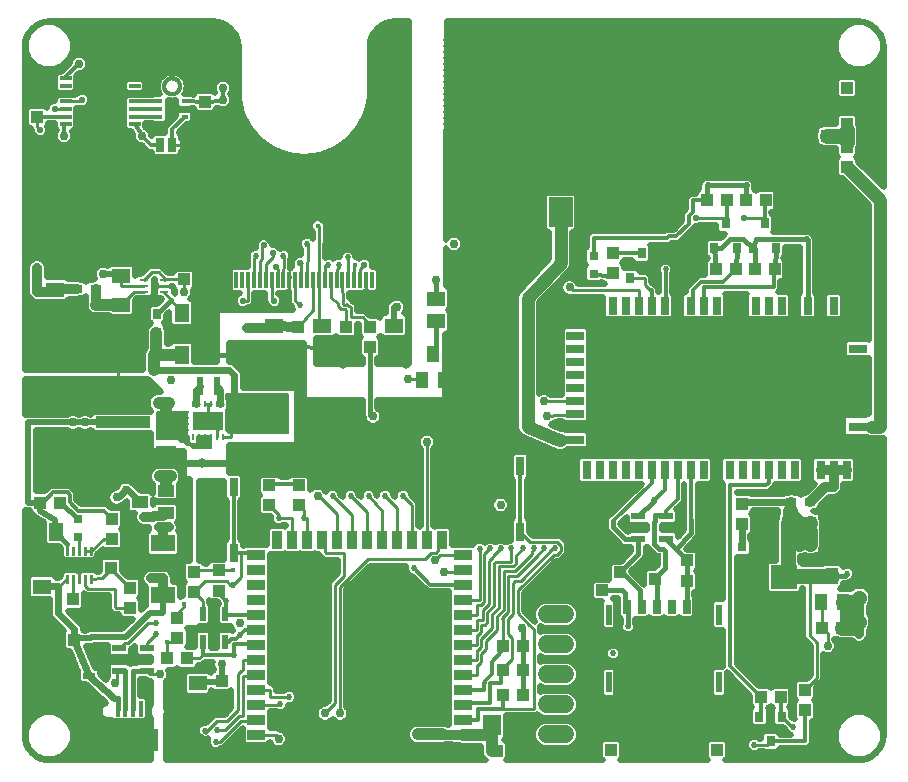
<source format=gtl>
G75*
%MOIN*%
%OFA0B0*%
%FSLAX25Y25*%
%IPPOS*%
%LPD*%
%AMOC8*
5,1,8,0,0,1.08239X$1,22.5*
%
%ADD10R,0.05906X0.05118*%
%ADD11R,0.05118X0.05906*%
%ADD12R,0.03937X0.04331*%
%ADD13R,0.03150X0.03150*%
%ADD14R,0.18110X0.03937*%
%ADD15R,0.13386X0.06299*%
%ADD16R,0.03150X0.01000*%
%ADD17R,0.01969X0.05200*%
%ADD18C,0.01181*%
%ADD19R,0.02362X0.01575*%
%ADD20R,0.00394X0.00394*%
%ADD21R,0.06299X0.07087*%
%ADD22R,0.04331X0.03937*%
%ADD23C,0.01000*%
%ADD24R,0.02500X0.05000*%
%ADD25R,0.03900X0.01200*%
%ADD26C,0.06000*%
%ADD27R,0.03937X0.05512*%
%ADD28R,0.01181X0.05512*%
%ADD29R,0.06496X0.05118*%
%ADD30R,0.02559X0.05118*%
%ADD31R,0.01890X0.07087*%
%ADD32R,0.04055X0.03937*%
%ADD33R,0.03346X0.08661*%
%ADD34R,0.03937X0.04134*%
%ADD35R,0.04724X0.02362*%
%ADD36R,0.03150X0.03543*%
%ADD37R,0.03346X0.02756*%
%ADD38R,0.08661X0.07874*%
%ADD39R,0.03000X0.06000*%
%ADD40R,0.02756X0.03346*%
%ADD41R,0.03150X0.05906*%
%ADD42R,0.05906X0.03150*%
%ADD43R,0.04331X0.04331*%
%ADD44C,0.02067*%
%ADD45R,0.19685X0.19685*%
%ADD46R,0.07874X0.09843*%
%ADD47R,0.07087X0.06299*%
%ADD48R,0.10433X0.06496*%
%ADD49R,0.00984X0.02362*%
%ADD50R,0.02362X0.00984*%
%ADD51C,0.01476*%
%ADD52C,0.00246*%
%ADD53R,0.09449X0.03307*%
%ADD54C,0.01200*%
%ADD55R,0.02362X0.04724*%
%ADD56R,0.03543X0.03543*%
%ADD57R,0.05906X0.03543*%
%ADD58R,0.03543X0.05906*%
%ADD59C,0.01575*%
%ADD60R,0.07480X0.07480*%
%ADD61R,0.01575X0.05315*%
%ADD62R,0.03937X0.02362*%
%ADD63R,0.05512X0.03937*%
%ADD64R,0.08268X0.05512*%
%ADD65R,0.02165X0.06299*%
%ADD66C,0.01200*%
%ADD67C,0.02000*%
%ADD68C,0.03248*%
%ADD69C,0.01772*%
%ADD70C,0.02400*%
%ADD71C,0.01600*%
%ADD72C,0.02953*%
%ADD73C,0.03200*%
%ADD74C,0.04000*%
%ADD75C,0.05000*%
%ADD76C,0.00500*%
%ADD77C,0.04300*%
%ADD78C,0.02165*%
D10*
X0061550Y0022453D03*
X0061550Y0029933D03*
X0009719Y0054583D03*
X0009719Y0062063D03*
X0087050Y0141634D03*
X0087050Y0149114D03*
X0103050Y0149114D03*
X0103050Y0141634D03*
X0127050Y0141634D03*
X0127050Y0149114D03*
X0141050Y0150634D03*
X0141050Y0158114D03*
X0036050Y0156114D03*
X0036050Y0148634D03*
X0036050Y0165634D03*
X0036050Y0173114D03*
X0014050Y0161114D03*
X0014050Y0153634D03*
D11*
X0056310Y0153374D03*
X0063790Y0153374D03*
X0063790Y0139374D03*
X0056310Y0139374D03*
X0014418Y0080299D03*
X0006938Y0080299D03*
D12*
X0009097Y0090175D03*
X0015790Y0090175D03*
X0032704Y0068374D03*
X0039396Y0068374D03*
X0026727Y0057925D03*
X0020034Y0057925D03*
X0020396Y0044374D03*
X0013704Y0044374D03*
X0051459Y0038201D03*
X0058152Y0038201D03*
X0069550Y0030720D03*
X0069550Y0024028D03*
X0163204Y0025874D03*
X0169896Y0025874D03*
X0169896Y0034374D03*
X0163204Y0034374D03*
X0163204Y0042374D03*
X0169896Y0042374D03*
X0214050Y0064528D03*
X0214050Y0071220D03*
X0249204Y0025374D03*
X0255896Y0025374D03*
X0269704Y0048374D03*
X0276396Y0048374D03*
X0253896Y0167874D03*
X0247204Y0167874D03*
X0240896Y0167874D03*
X0234204Y0167874D03*
X0231204Y0190874D03*
X0237896Y0190874D03*
X0244204Y0190874D03*
X0250896Y0190874D03*
X0278050Y0202028D03*
X0278050Y0208720D03*
X0095050Y0148720D03*
X0095050Y0142028D03*
X0064050Y0217028D03*
X0064050Y0223720D03*
D13*
X0193550Y0172327D03*
X0193550Y0166421D03*
X0243050Y0075327D03*
X0243050Y0069421D03*
X0021694Y0078722D03*
X0021694Y0084628D03*
D14*
X0036633Y0109035D03*
X0036633Y0116909D03*
D15*
X0016160Y0126358D03*
X0016160Y0099587D03*
D16*
X0043704Y0160406D03*
X0043704Y0162374D03*
X0043704Y0164343D03*
X0050396Y0164343D03*
X0050396Y0162374D03*
X0050396Y0160406D03*
D17*
X0047050Y0162374D03*
D18*
X0050393Y0228917D02*
X0050395Y0229020D01*
X0050401Y0229123D01*
X0050411Y0229225D01*
X0050425Y0229328D01*
X0050443Y0229429D01*
X0050465Y0229530D01*
X0050490Y0229630D01*
X0050520Y0229728D01*
X0050553Y0229826D01*
X0050590Y0229922D01*
X0050631Y0230016D01*
X0050676Y0230109D01*
X0050724Y0230201D01*
X0050775Y0230290D01*
X0050830Y0230377D01*
X0050888Y0230462D01*
X0050950Y0230545D01*
X0051015Y0230625D01*
X0051082Y0230703D01*
X0051153Y0230777D01*
X0051227Y0230850D01*
X0051303Y0230919D01*
X0051382Y0230985D01*
X0051463Y0231048D01*
X0051547Y0231108D01*
X0051633Y0231165D01*
X0051721Y0231218D01*
X0051812Y0231268D01*
X0051904Y0231314D01*
X0051998Y0231357D01*
X0052093Y0231396D01*
X0052190Y0231431D01*
X0052288Y0231462D01*
X0052387Y0231490D01*
X0052488Y0231514D01*
X0052589Y0231534D01*
X0052690Y0231550D01*
X0052793Y0231562D01*
X0052896Y0231570D01*
X0052998Y0231574D01*
X0053102Y0231574D01*
X0053204Y0231570D01*
X0053307Y0231562D01*
X0053410Y0231550D01*
X0053511Y0231534D01*
X0053612Y0231514D01*
X0053713Y0231490D01*
X0053812Y0231462D01*
X0053910Y0231431D01*
X0054007Y0231396D01*
X0054102Y0231357D01*
X0054196Y0231314D01*
X0054288Y0231268D01*
X0054378Y0231218D01*
X0054467Y0231165D01*
X0054553Y0231108D01*
X0054637Y0231048D01*
X0054718Y0230985D01*
X0054797Y0230919D01*
X0054873Y0230850D01*
X0054947Y0230777D01*
X0055018Y0230703D01*
X0055085Y0230625D01*
X0055150Y0230545D01*
X0055212Y0230462D01*
X0055270Y0230377D01*
X0055325Y0230290D01*
X0055376Y0230201D01*
X0055424Y0230109D01*
X0055469Y0230016D01*
X0055510Y0229922D01*
X0055547Y0229826D01*
X0055580Y0229728D01*
X0055610Y0229630D01*
X0055635Y0229530D01*
X0055657Y0229429D01*
X0055675Y0229328D01*
X0055689Y0229225D01*
X0055699Y0229123D01*
X0055705Y0229020D01*
X0055707Y0228917D01*
X0055705Y0228814D01*
X0055699Y0228711D01*
X0055689Y0228609D01*
X0055675Y0228506D01*
X0055657Y0228405D01*
X0055635Y0228304D01*
X0055610Y0228204D01*
X0055580Y0228106D01*
X0055547Y0228008D01*
X0055510Y0227912D01*
X0055469Y0227818D01*
X0055424Y0227725D01*
X0055376Y0227633D01*
X0055325Y0227544D01*
X0055270Y0227457D01*
X0055212Y0227372D01*
X0055150Y0227289D01*
X0055085Y0227209D01*
X0055018Y0227131D01*
X0054947Y0227057D01*
X0054873Y0226984D01*
X0054797Y0226915D01*
X0054718Y0226849D01*
X0054637Y0226786D01*
X0054553Y0226726D01*
X0054467Y0226669D01*
X0054379Y0226616D01*
X0054288Y0226566D01*
X0054196Y0226520D01*
X0054102Y0226477D01*
X0054007Y0226438D01*
X0053910Y0226403D01*
X0053812Y0226372D01*
X0053713Y0226344D01*
X0053612Y0226320D01*
X0053511Y0226300D01*
X0053410Y0226284D01*
X0053307Y0226272D01*
X0053204Y0226264D01*
X0053102Y0226260D01*
X0052998Y0226260D01*
X0052896Y0226264D01*
X0052793Y0226272D01*
X0052690Y0226284D01*
X0052589Y0226300D01*
X0052488Y0226320D01*
X0052387Y0226344D01*
X0052288Y0226372D01*
X0052190Y0226403D01*
X0052093Y0226438D01*
X0051998Y0226477D01*
X0051904Y0226520D01*
X0051812Y0226566D01*
X0051722Y0226616D01*
X0051633Y0226669D01*
X0051547Y0226726D01*
X0051463Y0226786D01*
X0051382Y0226849D01*
X0051303Y0226915D01*
X0051227Y0226984D01*
X0051153Y0227057D01*
X0051082Y0227131D01*
X0051015Y0227209D01*
X0050950Y0227289D01*
X0050888Y0227372D01*
X0050830Y0227457D01*
X0050775Y0227544D01*
X0050724Y0227633D01*
X0050676Y0227725D01*
X0050631Y0227818D01*
X0050590Y0227912D01*
X0050553Y0228008D01*
X0050520Y0228106D01*
X0050490Y0228204D01*
X0050465Y0228304D01*
X0050443Y0228405D01*
X0050425Y0228506D01*
X0050411Y0228609D01*
X0050401Y0228711D01*
X0050395Y0228814D01*
X0050393Y0228917D01*
D19*
X0048818Y0223898D03*
X0048818Y0221339D03*
X0048818Y0218780D03*
X0057282Y0218780D03*
X0057282Y0221339D03*
X0057282Y0223898D03*
D20*
X0053050Y0231476D03*
D21*
X0159538Y0015874D03*
X0170562Y0015874D03*
D22*
X0167896Y0007374D03*
X0161204Y0007374D03*
X0189704Y0060874D03*
X0196396Y0060874D03*
X0195704Y0066874D03*
X0202396Y0066874D03*
X0224704Y0063874D03*
X0231396Y0063874D03*
X0231396Y0070874D03*
X0224704Y0070874D03*
X0243050Y0083028D03*
X0243050Y0089720D03*
X0251704Y0083374D03*
X0258396Y0083374D03*
X0258396Y0076374D03*
X0251704Y0076374D03*
X0265704Y0076374D03*
X0272396Y0076374D03*
X0272396Y0083374D03*
X0265704Y0083374D03*
X0264050Y0027720D03*
X0264050Y0021028D03*
X0119050Y0142028D03*
X0119050Y0148720D03*
X0111050Y0148720D03*
X0111050Y0142028D03*
X0095357Y0095878D03*
X0095357Y0089185D03*
X0085515Y0089185D03*
X0085515Y0095878D03*
X0068585Y0067531D03*
X0068585Y0060839D03*
X0060318Y0060445D03*
X0060318Y0067138D03*
X0054806Y0051783D03*
X0054806Y0045091D03*
X0039050Y0055028D03*
X0039050Y0061720D03*
X0033050Y0078028D03*
X0033050Y0084720D03*
X0057050Y0164528D03*
X0057050Y0171220D03*
X0008050Y0218728D03*
X0008050Y0225420D03*
X0200050Y0173220D03*
X0200050Y0166528D03*
X0264704Y0212374D03*
X0271396Y0212374D03*
D23*
X0250550Y0184874D02*
X0243550Y0184874D01*
X0237896Y0183874D02*
X0236896Y0184874D01*
X0227550Y0184874D01*
X0210615Y0164874D02*
X0206550Y0164874D01*
X0206550Y0164937D01*
X0210615Y0164874D02*
X0210615Y0162710D01*
X0212451Y0160874D01*
X0212896Y0160874D01*
X0208550Y0160874D02*
X0208550Y0155752D01*
X0208566Y0155736D01*
X0208550Y0160874D02*
X0186550Y0160874D01*
X0185550Y0161874D01*
X0187503Y0124043D02*
X0178219Y0124043D01*
X0177050Y0123874D01*
X0178050Y0118874D02*
X0182050Y0119374D01*
X0187164Y0119374D01*
X0187503Y0119713D01*
X0169050Y0080374D02*
X0172417Y0077007D01*
X0181434Y0077007D01*
X0182683Y0075758D01*
X0182683Y0073990D01*
X0181434Y0072741D01*
X0180217Y0072741D01*
X0168350Y0060874D01*
X0168350Y0053218D01*
X0172126Y0049441D01*
X0172126Y0049374D01*
X0173550Y0047950D01*
X0173550Y0021374D01*
X0163204Y0021374D01*
X0154550Y0032764D02*
X0154550Y0035874D01*
X0154923Y0035874D01*
X0156150Y0037101D01*
X0156150Y0039838D01*
X0157750Y0041438D01*
X0157750Y0044176D01*
X0161350Y0047776D01*
X0161350Y0052250D01*
X0163550Y0054450D01*
X0163550Y0067293D01*
X0167375Y0067293D01*
X0173067Y0072984D01*
X0173067Y0073891D01*
X0174050Y0074874D01*
X0173550Y0074874D01*
X0174667Y0072491D02*
X0177050Y0074874D01*
X0180067Y0074874D02*
X0169286Y0064093D01*
X0167469Y0064093D01*
X0166750Y0063374D01*
X0166750Y0053125D01*
X0165050Y0051425D01*
X0165050Y0046217D01*
X0166272Y0044995D01*
X0166272Y0038096D01*
X0162550Y0034374D01*
X0163204Y0042374D02*
X0163204Y0051374D01*
X0163050Y0051374D01*
X0163050Y0051687D01*
X0165150Y0053787D01*
X0165150Y0065693D01*
X0168038Y0065693D01*
X0174667Y0072322D01*
X0174667Y0072491D01*
X0170050Y0074874D02*
X0167650Y0072474D01*
X0167650Y0069830D01*
X0166713Y0068893D01*
X0162069Y0068893D01*
X0161950Y0068774D01*
X0161950Y0055113D01*
X0159750Y0052913D01*
X0159750Y0048438D01*
X0156150Y0044838D01*
X0156150Y0042101D01*
X0154923Y0040874D01*
X0154550Y0040874D01*
X0154550Y0037764D01*
X0149999Y0037764D01*
X0149999Y0042764D02*
X0154550Y0042764D01*
X0154550Y0045874D01*
X0154923Y0045874D01*
X0156150Y0047101D01*
X0156150Y0049274D01*
X0157213Y0049274D01*
X0158150Y0050211D01*
X0158150Y0053576D01*
X0160350Y0055776D01*
X0160350Y0069911D01*
X0160931Y0070493D01*
X0166050Y0070493D01*
X0166050Y0074874D01*
X0162550Y0074874D02*
X0160050Y0072374D01*
X0160050Y0071874D01*
X0158750Y0070574D01*
X0158750Y0056438D01*
X0156550Y0054238D01*
X0156550Y0050874D01*
X0154550Y0050874D01*
X0154550Y0047764D01*
X0149999Y0047764D01*
X0149999Y0052764D02*
X0154550Y0052764D01*
X0154550Y0055874D01*
X0155923Y0055874D01*
X0157150Y0057101D01*
X0157150Y0072974D01*
X0159050Y0074874D01*
X0155550Y0074741D02*
X0155550Y0057764D01*
X0149999Y0057764D01*
X0149109Y0066874D02*
X0143550Y0066874D01*
X0140550Y0070874D02*
X0142440Y0072764D01*
X0149999Y0072764D01*
X0149999Y0067764D02*
X0149109Y0066874D01*
X0141814Y0074364D02*
X0141777Y0074364D01*
X0140864Y0073450D01*
X0139483Y0073450D01*
X0137304Y0071272D01*
X0118192Y0071272D01*
X0109050Y0062130D01*
X0109050Y0019874D01*
X0107450Y0023274D02*
X0107450Y0062793D01*
X0110318Y0065660D01*
X0110318Y0073240D01*
X0104412Y0073240D01*
X0104019Y0073634D01*
X0104019Y0076717D01*
X0103050Y0077685D01*
X0098050Y0077685D02*
X0098050Y0084874D01*
X0097050Y0084874D01*
X0097050Y0087492D01*
X0095357Y0089185D01*
X0093050Y0084874D02*
X0093050Y0077685D01*
X0093050Y0084874D02*
X0088550Y0084874D01*
X0088550Y0086150D01*
X0085515Y0089185D01*
X0101550Y0092374D02*
X0102050Y0092374D01*
X0108050Y0086374D01*
X0108050Y0077685D01*
X0113050Y0077685D02*
X0113050Y0085874D01*
X0106550Y0092374D01*
X0112550Y0092374D02*
X0118050Y0086874D01*
X0118050Y0077685D01*
X0123050Y0077685D02*
X0123050Y0087374D01*
X0118550Y0092374D01*
X0124050Y0092374D02*
X0128050Y0088374D01*
X0128050Y0077685D01*
X0133050Y0077685D02*
X0133050Y0089374D01*
X0130050Y0092374D01*
X0138050Y0077685D02*
X0138050Y0110374D01*
X0136310Y0131043D02*
X0135979Y0131374D01*
X0131550Y0131374D01*
X0119050Y0148720D02*
X0119050Y0149374D01*
X0116550Y0151874D01*
X0112650Y0151874D01*
X0112650Y0153813D01*
X0112713Y0153892D01*
X0112650Y0154463D01*
X0112650Y0155037D01*
X0112578Y0155109D01*
X0112567Y0155209D01*
X0112119Y0155568D01*
X0111513Y0156174D01*
X0111361Y0156174D01*
X0111282Y0156237D01*
X0110711Y0156174D01*
X0110203Y0156174D01*
X0110003Y0156374D01*
X0109845Y0164319D01*
X0107877Y0164319D02*
X0107877Y0167701D01*
X0107879Y0167726D01*
X0107884Y0167750D01*
X0107893Y0167773D01*
X0107904Y0167795D01*
X0107919Y0167814D01*
X0107937Y0167832D01*
X0107956Y0167847D01*
X0107978Y0167858D01*
X0108001Y0167867D01*
X0108025Y0167872D01*
X0108050Y0167874D01*
X0108550Y0168374D01*
X0108550Y0169374D01*
X0105050Y0169374D02*
X0103940Y0169374D01*
X0103940Y0164319D01*
X0105908Y0164319D02*
X0106066Y0158390D01*
X0106050Y0158374D01*
X0108203Y0156652D01*
X0108203Y0155628D01*
X0109257Y0154574D01*
X0110800Y0154574D01*
X0111050Y0154374D01*
X0111050Y0148720D01*
X0103050Y0149114D02*
X0102129Y0150035D01*
X0101971Y0164319D01*
X0102129Y0182374D01*
X0101550Y0182374D01*
X0098050Y0176374D02*
X0098192Y0176232D01*
X0098034Y0164319D01*
X0096066Y0164319D02*
X0096066Y0169358D01*
X0095550Y0169874D01*
X0096223Y0169874D01*
X0092050Y0166374D02*
X0092286Y0165374D01*
X0092129Y0164319D01*
X0092129Y0158768D01*
X0092286Y0158610D01*
X0092050Y0158374D01*
X0094097Y0157327D02*
X0095550Y0155874D01*
X0094097Y0157327D02*
X0094097Y0164319D01*
X0090160Y0164319D02*
X0090318Y0172106D01*
X0090050Y0172374D01*
X0086550Y0171874D02*
X0086550Y0173374D01*
X0086550Y0171874D02*
X0084255Y0169579D01*
X0084255Y0164319D01*
X0086223Y0164319D02*
X0086223Y0158201D01*
X0087050Y0157374D01*
X0088192Y0164319D02*
X0088192Y0167732D01*
X0088191Y0167732D02*
X0088202Y0167787D01*
X0088210Y0167843D01*
X0088213Y0167900D01*
X0088214Y0167956D01*
X0088210Y0168012D01*
X0088203Y0168068D01*
X0088192Y0168123D01*
X0088177Y0168178D01*
X0088159Y0168231D01*
X0088138Y0168283D01*
X0088113Y0168334D01*
X0088085Y0168383D01*
X0088054Y0168429D01*
X0088019Y0168474D01*
X0087982Y0168517D01*
X0087943Y0168557D01*
X0087900Y0168594D01*
X0087856Y0168628D01*
X0087809Y0168659D01*
X0087760Y0168688D01*
X0087710Y0168713D01*
X0087657Y0168734D01*
X0087604Y0168753D01*
X0087550Y0168767D01*
X0083183Y0171490D02*
X0083183Y0175507D01*
X0083550Y0175874D01*
X0081050Y0172374D02*
X0080475Y0171799D01*
X0080318Y0164319D01*
X0082286Y0164319D02*
X0082444Y0170751D01*
X0083183Y0171490D01*
X0078349Y0164319D02*
X0078349Y0157374D01*
X0076550Y0157374D01*
X0057050Y0160374D02*
X0057050Y0164528D01*
X0050581Y0164528D01*
X0050396Y0164343D01*
X0050396Y0165028D01*
X0048550Y0166874D01*
X0046235Y0166874D01*
X0043704Y0164343D01*
X0043704Y0162374D02*
X0036050Y0162374D01*
X0036050Y0165634D01*
X0040341Y0160406D02*
X0036050Y0156114D01*
X0040341Y0160406D02*
X0043704Y0160406D01*
X0046578Y0159292D02*
X0046578Y0161902D01*
X0047050Y0162374D01*
X0050396Y0162374D01*
X0053050Y0162374D01*
X0050396Y0160406D02*
X0052575Y0157815D01*
X0056310Y0153374D01*
X0046578Y0159292D02*
X0036050Y0148764D01*
X0036050Y0148634D01*
X0035050Y0138374D02*
X0035050Y0130374D01*
X0020050Y0116874D02*
X0019585Y0116874D01*
X0019550Y0116909D01*
X0060129Y0122886D02*
X0061050Y0122886D01*
X0062097Y0122886D01*
X0064066Y0122886D02*
X0065050Y0122886D01*
X0065050Y0119343D01*
X0065050Y0117374D01*
X0067019Y0115406D01*
X0068987Y0115406D01*
X0068003Y0114421D01*
X0068003Y0111862D01*
X0069971Y0111862D02*
X0072530Y0111862D01*
X0072530Y0114421D01*
X0069971Y0122886D02*
X0069050Y0122886D01*
X0068003Y0122886D01*
X0066034Y0122886D02*
X0065050Y0122886D01*
X0095050Y0148720D02*
X0100160Y0154224D01*
X0100003Y0164319D01*
X0111814Y0164319D02*
X0111814Y0171874D01*
X0111550Y0171874D01*
X0113782Y0169374D02*
X0114050Y0169374D01*
X0113940Y0169374D01*
X0113782Y0169374D02*
X0113782Y0164319D01*
X0115751Y0164319D02*
X0115751Y0168045D01*
X0117050Y0169344D01*
X0117719Y0164319D02*
X0117719Y0158705D01*
X0117721Y0158670D01*
X0117726Y0158636D01*
X0117735Y0158603D01*
X0117748Y0158570D01*
X0117763Y0158540D01*
X0117782Y0158510D01*
X0117804Y0158484D01*
X0117829Y0158459D01*
X0117855Y0158437D01*
X0117885Y0158418D01*
X0117915Y0158403D01*
X0117948Y0158390D01*
X0117981Y0158381D01*
X0118015Y0158376D01*
X0118050Y0158374D01*
X0057050Y0209374D02*
X0053050Y0209374D01*
X0053050Y0221374D02*
X0053050Y0224569D01*
X0053050Y0221374D02*
X0057282Y0221339D01*
X0053050Y0231476D02*
X0053050Y0234374D01*
X0051941Y0233265D01*
X0051249Y0233265D01*
X0049535Y0231551D01*
X0040537Y0231551D01*
X0023050Y0224374D02*
X0022550Y0223874D01*
X0017563Y0223874D01*
X0017504Y0221374D02*
X0014050Y0221374D01*
X0017504Y0221374D02*
X0017563Y0221315D01*
X0009050Y0214374D02*
X0008050Y0215374D01*
X0008050Y0218728D01*
X0021694Y0078722D02*
X0022050Y0078722D01*
X0022050Y0074059D01*
X0024019Y0074059D02*
X0025987Y0074059D01*
X0030251Y0078028D01*
X0033050Y0078028D01*
X0032704Y0068374D02*
X0032704Y0068067D01*
X0029621Y0064984D01*
X0025987Y0064689D01*
X0024019Y0064689D02*
X0024019Y0062406D01*
X0025050Y0061374D01*
X0034050Y0061374D01*
X0034050Y0055374D01*
X0034396Y0055028D01*
X0039050Y0055028D01*
X0045020Y0049874D02*
X0038441Y0043295D01*
X0037204Y0043295D01*
X0035522Y0041614D01*
X0035522Y0034134D02*
X0034550Y0033161D01*
X0034550Y0029874D01*
X0034050Y0029874D01*
X0044578Y0034134D02*
X0045837Y0032874D01*
X0049050Y0032874D01*
X0051459Y0038201D02*
X0051192Y0038469D01*
X0051192Y0043583D01*
X0053298Y0043583D01*
X0054806Y0045091D01*
X0047550Y0046374D02*
X0044578Y0043402D01*
X0044578Y0041614D01*
X0045020Y0049874D02*
X0047550Y0049874D01*
X0054806Y0051783D02*
X0054806Y0053161D01*
X0057168Y0055524D01*
X0057168Y0055917D01*
X0056977Y0056503D01*
X0060318Y0060327D02*
X0063898Y0063907D01*
X0071206Y0063907D01*
X0072503Y0062610D01*
X0073310Y0062610D01*
X0076066Y0065366D01*
X0076066Y0073374D01*
X0073239Y0067598D02*
X0068585Y0067598D01*
X0068585Y0067531D01*
X0060318Y0067531D01*
X0060318Y0067138D01*
X0060318Y0060445D02*
X0060318Y0060327D01*
X0063310Y0057335D01*
X0063310Y0052902D01*
X0068585Y0059839D02*
X0071050Y0057374D01*
X0068585Y0059839D02*
X0068585Y0060839D01*
X0073310Y0062610D02*
X0073550Y0062850D01*
X0071977Y0043846D02*
X0070790Y0043846D01*
X0076550Y0037764D02*
X0076550Y0034374D01*
X0076150Y0033974D01*
X0075887Y0033974D01*
X0074950Y0033037D01*
X0074950Y0020874D01*
X0071450Y0017374D01*
X0068050Y0017374D01*
X0067183Y0016507D01*
X0067166Y0016507D01*
X0065917Y0015258D01*
X0065917Y0015241D01*
X0064050Y0013374D01*
X0064050Y0014107D01*
X0067550Y0010374D02*
X0069050Y0010374D01*
X0076050Y0017374D01*
X0080711Y0017374D01*
X0081101Y0017764D01*
X0081101Y0012764D02*
X0087660Y0012764D01*
X0089050Y0011374D01*
X0088550Y0011374D01*
X0089050Y0022764D02*
X0081101Y0022764D01*
X0081101Y0027764D02*
X0085550Y0027764D01*
X0085550Y0025374D01*
X0092050Y0025374D01*
X0089050Y0022874D02*
X0089050Y0022764D01*
X0081101Y0032374D02*
X0081101Y0032764D01*
X0081101Y0032374D02*
X0076550Y0032374D01*
X0076550Y0018974D01*
X0075387Y0018974D01*
X0070787Y0014374D01*
X0068050Y0014374D01*
X0062129Y0038201D02*
X0058152Y0038201D01*
X0062129Y0038201D02*
X0063310Y0039382D01*
X0076550Y0037764D02*
X0081101Y0037764D01*
X0104050Y0019874D02*
X0107450Y0023274D01*
X0149999Y0032764D02*
X0154550Y0032764D01*
X0141814Y0074364D02*
X0141814Y0076449D01*
X0143050Y0077685D01*
X0180067Y0074874D02*
X0180550Y0074874D01*
X0181050Y0074874D01*
X0251381Y0009374D02*
X0252550Y0010543D01*
X0251381Y0009374D02*
X0247050Y0009374D01*
X0264050Y0027720D02*
X0268050Y0031720D01*
X0268050Y0043374D01*
X0265550Y0045874D01*
X0265550Y0065705D01*
X0269704Y0056650D02*
X0269704Y0048374D01*
X0271550Y0046528D01*
X0271550Y0042374D01*
X0039050Y0061720D02*
X0032704Y0068067D01*
X0022050Y0069374D02*
X0022050Y0064689D01*
X0020081Y0064689D02*
X0020081Y0057972D01*
X0020034Y0057925D01*
X0015503Y0062374D02*
X0015050Y0062374D01*
X0015503Y0062374D02*
X0018113Y0064689D01*
X0018050Y0073827D02*
X0018050Y0076374D01*
X0018113Y0074059D02*
X0018050Y0073827D01*
D24*
X0049050Y0209374D03*
X0053050Y0209374D03*
X0057050Y0209374D03*
D25*
X0040537Y0216197D03*
X0040537Y0218756D03*
X0040537Y0221315D03*
X0040537Y0223874D03*
X0040537Y0226433D03*
X0040537Y0228992D03*
X0040537Y0231551D03*
X0017563Y0231551D03*
X0017563Y0228992D03*
X0017563Y0226433D03*
X0017563Y0223874D03*
X0017563Y0221315D03*
X0017563Y0218756D03*
X0017563Y0216197D03*
D26*
X0178050Y0062874D02*
X0184050Y0062874D01*
X0184050Y0052874D02*
X0178050Y0052874D01*
X0178050Y0042874D02*
X0184050Y0042874D01*
X0184050Y0032874D02*
X0178050Y0032874D01*
X0178050Y0022874D02*
X0184050Y0022874D01*
X0184050Y0012874D02*
X0178050Y0012874D01*
D27*
X0269310Y0057043D03*
X0276790Y0057043D03*
X0273050Y0065705D03*
X0143790Y0131043D03*
X0136310Y0131043D03*
X0140050Y0139705D03*
D28*
X0119688Y0164319D03*
X0117719Y0164319D03*
X0115751Y0164319D03*
X0113782Y0164319D03*
X0111814Y0164319D03*
X0109845Y0164319D03*
X0107877Y0164319D03*
X0105908Y0164319D03*
X0103940Y0164319D03*
X0101971Y0164319D03*
X0100003Y0164319D03*
X0098034Y0164319D03*
X0096066Y0164319D03*
X0094097Y0164319D03*
X0092129Y0164319D03*
X0090160Y0164319D03*
X0088192Y0164319D03*
X0086223Y0164319D03*
X0084255Y0164319D03*
X0082286Y0164319D03*
X0080318Y0164319D03*
X0078349Y0164319D03*
X0076381Y0164319D03*
X0074412Y0164319D03*
D29*
X0065456Y0171799D03*
X0128644Y0171799D03*
D30*
X0204550Y0055480D03*
X0209550Y0055480D03*
X0214550Y0055480D03*
X0219550Y0055480D03*
X0224550Y0055480D03*
X0229550Y0055480D03*
D31*
X0235396Y0052843D03*
X0235396Y0030205D03*
X0198585Y0030205D03*
X0198585Y0052843D03*
D32*
X0199471Y0007685D03*
X0234629Y0007685D03*
D33*
X0272637Y0222374D03*
X0283463Y0222374D03*
D34*
X0278050Y0228378D03*
X0278050Y0216370D03*
D35*
X0217578Y0085614D03*
X0217578Y0081874D03*
X0217578Y0078134D03*
X0208522Y0078134D03*
X0208522Y0081874D03*
X0208522Y0085614D03*
X0044578Y0041614D03*
X0044578Y0037874D03*
X0044578Y0034134D03*
X0035522Y0034134D03*
X0035522Y0037874D03*
X0035522Y0041614D03*
D36*
X0205810Y0164937D03*
X0213290Y0164937D03*
X0209550Y0173205D03*
X0233810Y0174937D03*
X0241290Y0174937D03*
X0246810Y0174937D03*
X0254290Y0174937D03*
X0250550Y0183205D03*
X0237550Y0183205D03*
X0248810Y0018811D03*
X0256290Y0018811D03*
X0252550Y0010543D03*
D37*
X0259507Y0090374D03*
X0265806Y0090374D03*
X0027593Y0161374D03*
X0021294Y0161374D03*
D38*
X0257050Y0065280D03*
X0257050Y0053469D03*
D39*
X0169050Y0080374D03*
X0154050Y0080374D03*
X0154050Y0102374D03*
X0169050Y0102374D03*
X0073550Y0095374D03*
X0058550Y0095374D03*
X0058550Y0073374D03*
X0073550Y0073374D03*
D40*
X0048050Y0146831D03*
X0048050Y0153130D03*
D41*
X0191243Y0155736D03*
X0195574Y0155736D03*
X0199904Y0155736D03*
X0204235Y0155736D03*
X0208566Y0155736D03*
X0212896Y0155736D03*
X0217227Y0155736D03*
X0221558Y0155736D03*
X0225889Y0155736D03*
X0230219Y0155736D03*
X0234550Y0155736D03*
X0238881Y0155736D03*
X0243211Y0155736D03*
X0247542Y0155736D03*
X0251873Y0155736D03*
X0256204Y0155736D03*
X0260534Y0155736D03*
X0264865Y0155736D03*
X0269196Y0155736D03*
X0273526Y0155736D03*
X0277857Y0155736D03*
X0277857Y0101012D03*
X0273526Y0101012D03*
X0269196Y0101012D03*
X0264865Y0101012D03*
X0260534Y0101012D03*
X0256204Y0101012D03*
X0251873Y0101012D03*
X0247542Y0101012D03*
X0243211Y0101012D03*
X0238881Y0101012D03*
X0234550Y0101012D03*
X0230219Y0101012D03*
X0225889Y0101012D03*
X0221558Y0101012D03*
X0217227Y0101012D03*
X0212896Y0101012D03*
X0208566Y0101012D03*
X0204235Y0101012D03*
X0199904Y0101012D03*
X0195574Y0101012D03*
X0191243Y0101012D03*
D42*
X0187503Y0106720D03*
X0187503Y0111051D03*
X0187503Y0115382D03*
X0187503Y0119713D03*
X0187503Y0124043D03*
X0187503Y0128374D03*
X0187503Y0132705D03*
X0187503Y0137035D03*
X0187503Y0141366D03*
X0187503Y0145697D03*
X0187503Y0150028D03*
X0281597Y0150028D03*
X0281597Y0145697D03*
X0281597Y0141366D03*
X0281597Y0137035D03*
X0281597Y0132705D03*
X0281597Y0128374D03*
X0281597Y0124043D03*
X0281597Y0119713D03*
X0281597Y0115382D03*
X0281597Y0111051D03*
X0281597Y0106720D03*
D43*
X0274904Y0107705D03*
X0267818Y0107705D03*
X0260731Y0107705D03*
X0267818Y0115972D03*
X0274904Y0115972D03*
X0274904Y0124240D03*
X0267818Y0124240D03*
X0267818Y0132508D03*
X0274904Y0132508D03*
X0274904Y0140776D03*
X0267818Y0140776D03*
X0267818Y0149043D03*
X0260731Y0149043D03*
X0246558Y0149043D03*
X0222542Y0149043D03*
X0208369Y0149043D03*
X0201282Y0149043D03*
X0194196Y0149043D03*
X0194196Y0140776D03*
X0201282Y0140776D03*
X0201282Y0132508D03*
X0194196Y0132508D03*
X0194196Y0124240D03*
X0201282Y0124240D03*
X0201282Y0115972D03*
X0194196Y0115972D03*
X0194196Y0107705D03*
X0201282Y0107705D03*
X0208369Y0107705D03*
X0222542Y0107705D03*
X0246558Y0107705D03*
X0274904Y0149043D03*
D44*
X0262109Y0144122D03*
X0262109Y0140185D03*
X0258172Y0140185D03*
X0254235Y0140185D03*
X0254235Y0144122D03*
X0258172Y0144122D03*
X0254235Y0148059D03*
X0250298Y0148059D03*
X0250298Y0144122D03*
X0250298Y0140185D03*
X0246361Y0140185D03*
X0242424Y0140185D03*
X0242424Y0144122D03*
X0246361Y0144122D03*
X0242424Y0148059D03*
X0238487Y0148059D03*
X0234550Y0148059D03*
X0230613Y0148059D03*
X0230613Y0144122D03*
X0230613Y0140185D03*
X0234550Y0140185D03*
X0238487Y0140185D03*
X0238487Y0144122D03*
X0234550Y0144122D03*
X0234550Y0136248D03*
X0230613Y0136248D03*
X0230613Y0132311D03*
X0230613Y0128374D03*
X0234550Y0128374D03*
X0238487Y0128374D03*
X0238487Y0132311D03*
X0234550Y0132311D03*
X0238487Y0136248D03*
X0242424Y0136248D03*
X0246361Y0136248D03*
X0250298Y0136248D03*
X0250298Y0132311D03*
X0246361Y0132311D03*
X0246361Y0128374D03*
X0242424Y0128374D03*
X0242424Y0132311D03*
X0250298Y0128374D03*
X0250298Y0124437D03*
X0246361Y0124437D03*
X0242424Y0124437D03*
X0242424Y0120500D03*
X0246361Y0120500D03*
X0250298Y0120500D03*
X0250298Y0116563D03*
X0246361Y0116563D03*
X0242424Y0116563D03*
X0242424Y0112626D03*
X0246361Y0112626D03*
X0250298Y0112626D03*
X0250298Y0108689D03*
X0254235Y0108689D03*
X0254235Y0112626D03*
X0254235Y0116563D03*
X0258172Y0116563D03*
X0258172Y0112626D03*
X0262109Y0112626D03*
X0262109Y0116563D03*
X0262109Y0120500D03*
X0258172Y0120500D03*
X0254235Y0120500D03*
X0254235Y0124437D03*
X0258172Y0124437D03*
X0262109Y0124437D03*
X0262109Y0128374D03*
X0258172Y0128374D03*
X0254235Y0128374D03*
X0254235Y0132311D03*
X0258172Y0132311D03*
X0262109Y0132311D03*
X0262109Y0136248D03*
X0258172Y0136248D03*
X0254235Y0136248D03*
X0238487Y0124437D03*
X0238487Y0120500D03*
X0234550Y0120500D03*
X0234550Y0124437D03*
X0230613Y0124437D03*
X0230613Y0120500D03*
X0230613Y0116563D03*
X0234550Y0116563D03*
X0238487Y0116563D03*
X0238487Y0112626D03*
X0234550Y0112626D03*
X0230613Y0112626D03*
X0230613Y0108689D03*
X0234550Y0108689D03*
X0238487Y0108689D03*
X0242424Y0108689D03*
X0226676Y0108689D03*
X0226676Y0112626D03*
X0226676Y0116563D03*
X0222739Y0116563D03*
X0222739Y0112626D03*
X0218802Y0112626D03*
X0218802Y0116563D03*
X0218802Y0120500D03*
X0222739Y0120500D03*
X0226676Y0120500D03*
X0226676Y0124437D03*
X0222739Y0124437D03*
X0218802Y0124437D03*
X0218802Y0128374D03*
X0222739Y0128374D03*
X0226676Y0128374D03*
X0226676Y0132311D03*
X0222739Y0132311D03*
X0218802Y0132311D03*
X0218802Y0136248D03*
X0222739Y0136248D03*
X0226676Y0136248D03*
X0226676Y0140185D03*
X0222739Y0140185D03*
X0218802Y0140185D03*
X0218802Y0144122D03*
X0222739Y0144122D03*
X0226676Y0144122D03*
X0226676Y0148059D03*
X0218802Y0148059D03*
X0214865Y0148059D03*
X0214865Y0144122D03*
X0214865Y0140185D03*
X0210928Y0140185D03*
X0210928Y0144122D03*
X0206991Y0144122D03*
X0206991Y0140185D03*
X0206991Y0136248D03*
X0210928Y0136248D03*
X0214865Y0136248D03*
X0214865Y0132311D03*
X0214865Y0128374D03*
X0210928Y0128374D03*
X0210928Y0132311D03*
X0206991Y0132311D03*
X0206991Y0128374D03*
X0206991Y0124437D03*
X0210928Y0124437D03*
X0214865Y0124437D03*
X0214865Y0120500D03*
X0210928Y0120500D03*
X0206991Y0120500D03*
X0206991Y0116563D03*
X0210928Y0116563D03*
X0214865Y0116563D03*
X0214865Y0112626D03*
X0210928Y0112626D03*
X0206991Y0112626D03*
X0214865Y0108689D03*
X0218802Y0108689D03*
X0213727Y0090874D03*
X0222050Y0081874D03*
X0204050Y0081874D03*
X0209050Y0067874D03*
X0205050Y0048874D03*
X0200050Y0039874D03*
X0180550Y0074874D03*
X0177050Y0074874D03*
X0173550Y0074874D03*
X0170050Y0074874D03*
X0166050Y0074874D03*
X0162550Y0074874D03*
X0159050Y0074874D03*
X0155550Y0074741D03*
X0133550Y0068374D03*
X0130050Y0092374D03*
X0124050Y0092374D03*
X0118550Y0092374D03*
X0112550Y0092374D03*
X0106550Y0092374D03*
X0097050Y0084874D03*
X0088550Y0084874D03*
X0073310Y0062610D03*
X0071050Y0057374D03*
X0075550Y0045874D03*
X0073550Y0039374D03*
X0089050Y0022874D03*
X0092050Y0025374D03*
X0068050Y0014374D03*
X0067550Y0010374D03*
X0064050Y0014107D03*
X0047550Y0046374D03*
X0047550Y0049874D03*
X0095550Y0155874D03*
X0105050Y0169374D03*
X0108550Y0169374D03*
X0111550Y0171874D03*
X0098050Y0176374D03*
X0090050Y0172374D03*
X0081050Y0172374D03*
X0217550Y0167874D03*
X0231550Y0195874D03*
X0244550Y0195874D03*
X0264550Y0177874D03*
X0278050Y0066374D03*
X0260050Y0015374D03*
X0247050Y0009374D03*
D45*
X0206172Y0193252D03*
X0206172Y0216874D03*
X0182550Y0216874D03*
X0158928Y0216874D03*
X0158928Y0240496D03*
X0182550Y0240496D03*
X0206172Y0240496D03*
X0158928Y0193252D03*
D46*
X0182550Y0186953D03*
D47*
X0087550Y0116886D03*
X0079050Y0116886D03*
X0079050Y0105862D03*
X0087550Y0105862D03*
X0051050Y0105862D03*
X0051050Y0116886D03*
D48*
X0065050Y0117374D03*
D49*
X0064066Y0122886D03*
X0066034Y0122886D03*
X0068003Y0122886D03*
X0069971Y0122886D03*
X0062097Y0122886D03*
X0060129Y0122886D03*
X0060129Y0111862D03*
X0062097Y0111862D03*
X0064066Y0111862D03*
X0066034Y0111862D03*
X0068003Y0111862D03*
X0069971Y0111862D03*
D50*
X0072530Y0114421D03*
X0072530Y0116390D03*
X0072530Y0118358D03*
X0072530Y0120327D03*
X0057570Y0120327D03*
X0057570Y0118358D03*
X0057570Y0116390D03*
X0057570Y0114421D03*
D51*
X0061113Y0115406D03*
X0061113Y0119343D03*
X0065050Y0119343D03*
X0068987Y0119343D03*
X0068987Y0115406D03*
X0065050Y0115406D03*
D52*
X0026356Y0075392D02*
X0026356Y0072726D01*
X0025618Y0072726D01*
X0025618Y0075392D01*
X0026356Y0075392D01*
X0026356Y0072971D02*
X0025618Y0072971D01*
X0025618Y0073216D02*
X0026356Y0073216D01*
X0026356Y0073461D02*
X0025618Y0073461D01*
X0025618Y0073706D02*
X0026356Y0073706D01*
X0026356Y0073951D02*
X0025618Y0073951D01*
X0025618Y0074196D02*
X0026356Y0074196D01*
X0026356Y0074441D02*
X0025618Y0074441D01*
X0025618Y0074686D02*
X0026356Y0074686D01*
X0026356Y0074931D02*
X0025618Y0074931D01*
X0025618Y0075176D02*
X0026356Y0075176D01*
X0024388Y0075392D02*
X0024388Y0072726D01*
X0023650Y0072726D01*
X0023650Y0075392D01*
X0024388Y0075392D01*
X0024388Y0072971D02*
X0023650Y0072971D01*
X0023650Y0073216D02*
X0024388Y0073216D01*
X0024388Y0073461D02*
X0023650Y0073461D01*
X0023650Y0073706D02*
X0024388Y0073706D01*
X0024388Y0073951D02*
X0023650Y0073951D01*
X0023650Y0074196D02*
X0024388Y0074196D01*
X0024388Y0074441D02*
X0023650Y0074441D01*
X0023650Y0074686D02*
X0024388Y0074686D01*
X0024388Y0074931D02*
X0023650Y0074931D01*
X0023650Y0075176D02*
X0024388Y0075176D01*
X0022419Y0075392D02*
X0022419Y0072726D01*
X0021681Y0072726D01*
X0021681Y0075392D01*
X0022419Y0075392D01*
X0022419Y0072971D02*
X0021681Y0072971D01*
X0021681Y0073216D02*
X0022419Y0073216D01*
X0022419Y0073461D02*
X0021681Y0073461D01*
X0021681Y0073706D02*
X0022419Y0073706D01*
X0022419Y0073951D02*
X0021681Y0073951D01*
X0021681Y0074196D02*
X0022419Y0074196D01*
X0022419Y0074441D02*
X0021681Y0074441D01*
X0021681Y0074686D02*
X0022419Y0074686D01*
X0022419Y0074931D02*
X0021681Y0074931D01*
X0021681Y0075176D02*
X0022419Y0075176D01*
X0020450Y0075392D02*
X0020450Y0072726D01*
X0019712Y0072726D01*
X0019712Y0075392D01*
X0020450Y0075392D01*
X0020450Y0072971D02*
X0019712Y0072971D01*
X0019712Y0073216D02*
X0020450Y0073216D01*
X0020450Y0073461D02*
X0019712Y0073461D01*
X0019712Y0073706D02*
X0020450Y0073706D01*
X0020450Y0073951D02*
X0019712Y0073951D01*
X0019712Y0074196D02*
X0020450Y0074196D01*
X0020450Y0074441D02*
X0019712Y0074441D01*
X0019712Y0074686D02*
X0020450Y0074686D01*
X0020450Y0074931D02*
X0019712Y0074931D01*
X0019712Y0075176D02*
X0020450Y0075176D01*
X0018482Y0075392D02*
X0018482Y0072726D01*
X0017744Y0072726D01*
X0017744Y0075392D01*
X0018482Y0075392D01*
X0018482Y0072971D02*
X0017744Y0072971D01*
X0017744Y0073216D02*
X0018482Y0073216D01*
X0018482Y0073461D02*
X0017744Y0073461D01*
X0017744Y0073706D02*
X0018482Y0073706D01*
X0018482Y0073951D02*
X0017744Y0073951D01*
X0017744Y0074196D02*
X0018482Y0074196D01*
X0018482Y0074441D02*
X0017744Y0074441D01*
X0017744Y0074686D02*
X0018482Y0074686D01*
X0018482Y0074931D02*
X0017744Y0074931D01*
X0017744Y0075176D02*
X0018482Y0075176D01*
X0018482Y0066022D02*
X0018482Y0063356D01*
X0017744Y0063356D01*
X0017744Y0066022D01*
X0018482Y0066022D01*
X0018482Y0063601D02*
X0017744Y0063601D01*
X0017744Y0063846D02*
X0018482Y0063846D01*
X0018482Y0064091D02*
X0017744Y0064091D01*
X0017744Y0064336D02*
X0018482Y0064336D01*
X0018482Y0064581D02*
X0017744Y0064581D01*
X0017744Y0064826D02*
X0018482Y0064826D01*
X0018482Y0065071D02*
X0017744Y0065071D01*
X0017744Y0065316D02*
X0018482Y0065316D01*
X0018482Y0065561D02*
X0017744Y0065561D01*
X0017744Y0065806D02*
X0018482Y0065806D01*
X0020450Y0066022D02*
X0020450Y0063356D01*
X0019712Y0063356D01*
X0019712Y0066022D01*
X0020450Y0066022D01*
X0020450Y0063601D02*
X0019712Y0063601D01*
X0019712Y0063846D02*
X0020450Y0063846D01*
X0020450Y0064091D02*
X0019712Y0064091D01*
X0019712Y0064336D02*
X0020450Y0064336D01*
X0020450Y0064581D02*
X0019712Y0064581D01*
X0019712Y0064826D02*
X0020450Y0064826D01*
X0020450Y0065071D02*
X0019712Y0065071D01*
X0019712Y0065316D02*
X0020450Y0065316D01*
X0020450Y0065561D02*
X0019712Y0065561D01*
X0019712Y0065806D02*
X0020450Y0065806D01*
X0022419Y0066022D02*
X0022419Y0063356D01*
X0021681Y0063356D01*
X0021681Y0066022D01*
X0022419Y0066022D01*
X0022419Y0063601D02*
X0021681Y0063601D01*
X0021681Y0063846D02*
X0022419Y0063846D01*
X0022419Y0064091D02*
X0021681Y0064091D01*
X0021681Y0064336D02*
X0022419Y0064336D01*
X0022419Y0064581D02*
X0021681Y0064581D01*
X0021681Y0064826D02*
X0022419Y0064826D01*
X0022419Y0065071D02*
X0021681Y0065071D01*
X0021681Y0065316D02*
X0022419Y0065316D01*
X0022419Y0065561D02*
X0021681Y0065561D01*
X0021681Y0065806D02*
X0022419Y0065806D01*
X0024388Y0066022D02*
X0024388Y0063356D01*
X0023650Y0063356D01*
X0023650Y0066022D01*
X0024388Y0066022D01*
X0024388Y0063601D02*
X0023650Y0063601D01*
X0023650Y0063846D02*
X0024388Y0063846D01*
X0024388Y0064091D02*
X0023650Y0064091D01*
X0023650Y0064336D02*
X0024388Y0064336D01*
X0024388Y0064581D02*
X0023650Y0064581D01*
X0023650Y0064826D02*
X0024388Y0064826D01*
X0024388Y0065071D02*
X0023650Y0065071D01*
X0023650Y0065316D02*
X0024388Y0065316D01*
X0024388Y0065561D02*
X0023650Y0065561D01*
X0023650Y0065806D02*
X0024388Y0065806D01*
X0026356Y0066022D02*
X0026356Y0063356D01*
X0025618Y0063356D01*
X0025618Y0066022D01*
X0026356Y0066022D01*
X0026356Y0063601D02*
X0025618Y0063601D01*
X0025618Y0063846D02*
X0026356Y0063846D01*
X0026356Y0064091D02*
X0025618Y0064091D01*
X0025618Y0064336D02*
X0026356Y0064336D01*
X0026356Y0064581D02*
X0025618Y0064581D01*
X0025618Y0064826D02*
X0026356Y0064826D01*
X0026356Y0065071D02*
X0025618Y0065071D01*
X0025618Y0065316D02*
X0026356Y0065316D01*
X0026356Y0065561D02*
X0025618Y0065561D01*
X0025618Y0065806D02*
X0026356Y0065806D01*
D53*
X0022050Y0069374D03*
D54*
X0022050Y0069374D03*
X0018310Y0069374D03*
X0025790Y0069374D03*
D55*
X0063310Y0052902D03*
X0067050Y0052902D03*
X0070790Y0052902D03*
X0070790Y0043846D03*
X0067050Y0043846D03*
X0063310Y0043846D03*
D56*
X0115944Y0043669D03*
X0121456Y0043669D03*
X0126967Y0043669D03*
X0126967Y0038157D03*
X0126967Y0032646D03*
X0121456Y0032646D03*
X0121456Y0038157D03*
X0115944Y0038157D03*
X0115944Y0032646D03*
D57*
X0149999Y0032764D03*
X0149999Y0037764D03*
X0149999Y0042764D03*
X0149999Y0047764D03*
X0149999Y0052764D03*
X0149999Y0057764D03*
X0149999Y0062764D03*
X0149999Y0067764D03*
X0149999Y0072764D03*
X0149999Y0027764D03*
X0149999Y0022764D03*
X0149999Y0017764D03*
X0149999Y0012764D03*
X0149999Y0007764D03*
X0081101Y0007764D03*
X0081101Y0012764D03*
X0081101Y0017764D03*
X0081101Y0022764D03*
X0081101Y0027764D03*
X0081101Y0032764D03*
X0081101Y0037764D03*
X0081101Y0042764D03*
X0081101Y0047764D03*
X0081101Y0052764D03*
X0081101Y0057764D03*
X0081101Y0062764D03*
X0081101Y0067764D03*
X0081101Y0072764D03*
D58*
X0088050Y0077685D03*
X0093050Y0077685D03*
X0098050Y0077685D03*
X0103050Y0077685D03*
X0108050Y0077685D03*
X0113050Y0077685D03*
X0118050Y0077685D03*
X0123050Y0077685D03*
X0128050Y0077685D03*
X0133050Y0077685D03*
X0138050Y0077685D03*
X0143050Y0077685D03*
D59*
X0124211Y0043669D03*
X0121456Y0040913D03*
X0118700Y0043669D03*
X0115944Y0040913D03*
X0118700Y0038157D03*
X0121456Y0035402D03*
X0124211Y0038157D03*
X0126967Y0035402D03*
X0124211Y0032646D03*
X0118700Y0032646D03*
X0115944Y0035402D03*
X0126967Y0040913D03*
D60*
X0055798Y0010874D03*
X0044774Y0010874D03*
X0035326Y0010874D03*
X0024302Y0010874D03*
D61*
X0034932Y0021504D03*
X0037491Y0021504D03*
X0040050Y0021504D03*
X0042609Y0021504D03*
X0045168Y0021504D03*
D62*
X0025381Y0032374D03*
X0016719Y0032374D03*
D63*
X0050881Y0086634D03*
X0050881Y0094114D03*
X0042219Y0090374D03*
D64*
X0050050Y0076535D03*
X0050050Y0059213D03*
D65*
X0062196Y0128874D03*
X0067904Y0128874D03*
D66*
X0095050Y0142028D02*
X0103050Y0141634D01*
X0094896Y0096339D02*
X0090562Y0096339D01*
X0085975Y0096339D01*
X0085515Y0095878D01*
X0094896Y0096339D02*
X0095357Y0095878D01*
X0073550Y0095374D02*
X0073550Y0073374D01*
X0076066Y0073374D01*
X0081101Y0073374D01*
X0081101Y0072764D01*
X0071050Y0057374D02*
X0071050Y0052764D01*
X0070790Y0052764D01*
X0070790Y0052902D01*
X0071050Y0052764D02*
X0081101Y0052764D01*
X0081101Y0047764D02*
X0077440Y0047764D01*
X0075550Y0045874D01*
X0074350Y0044674D01*
X0072804Y0044674D01*
X0071977Y0043846D01*
X0073550Y0042874D02*
X0081101Y0042874D01*
X0081101Y0042764D01*
X0073550Y0042874D02*
X0073550Y0039374D01*
X0063310Y0039374D01*
X0063310Y0039382D01*
X0063310Y0043846D01*
X0033050Y0084720D02*
X0030368Y0087403D01*
X0021747Y0087403D01*
X0018959Y0090191D01*
X0018959Y0092838D01*
X0018256Y0093541D01*
X0013325Y0093541D01*
X0009959Y0090175D01*
X0009097Y0090175D01*
X0133550Y0068374D02*
X0139160Y0062764D01*
X0149999Y0062764D01*
X0169050Y0080374D02*
X0169050Y0102374D01*
X0200050Y0083874D02*
X0212896Y0096720D01*
X0212896Y0101012D01*
X0217227Y0101012D02*
X0217227Y0094374D01*
X0213727Y0090874D01*
X0217578Y0087402D02*
X0221550Y0091374D01*
X0221550Y0101004D01*
X0221558Y0101012D01*
X0225889Y0101012D02*
X0226050Y0100850D01*
X0226050Y0084290D01*
X0217578Y0085614D02*
X0217578Y0087402D01*
X0239050Y0095874D02*
X0239050Y0035528D01*
X0249204Y0025374D01*
X0249204Y0019205D01*
X0248810Y0018811D01*
X0255896Y0019205D02*
X0255896Y0025374D01*
X0255896Y0019205D02*
X0256290Y0018811D01*
X0259727Y0015374D01*
X0260050Y0015374D01*
X0264050Y0010543D02*
X0264050Y0021028D01*
X0264050Y0010543D02*
X0252550Y0010543D01*
X0264050Y0064205D02*
X0265550Y0065705D01*
X0251050Y0095874D02*
X0239050Y0095874D01*
X0251050Y0095874D02*
X0251873Y0096697D01*
X0251873Y0101012D01*
X0230219Y0155736D02*
X0230219Y0161874D01*
X0253550Y0161874D01*
X0253550Y0167874D01*
X0253896Y0167874D01*
X0240896Y0167874D02*
X0236696Y0163674D01*
X0229474Y0163674D01*
X0226674Y0160874D01*
X0226674Y0156521D01*
X0225889Y0155736D01*
X0226550Y0160874D02*
X0226674Y0160874D01*
X0217550Y0156059D02*
X0217227Y0155736D01*
X0217550Y0156059D02*
X0217550Y0167874D01*
X0212896Y0160874D02*
X0212896Y0155736D01*
X0206550Y0164937D02*
X0205810Y0164937D01*
X0200050Y0166528D02*
X0198763Y0165240D01*
X0193550Y0166421D01*
X0193550Y0172327D02*
X0193550Y0178374D01*
X0218100Y0178374D01*
X0218686Y0178960D01*
X0221136Y0178960D01*
X0225267Y0183091D01*
X0225267Y0185820D01*
X0226550Y0187102D01*
X0226550Y0190874D01*
X0231204Y0190874D01*
X0237896Y0190874D02*
X0237896Y0183874D01*
X0237896Y0183551D01*
X0237550Y0183205D01*
X0250550Y0183205D02*
X0250550Y0184874D01*
X0250550Y0190528D01*
X0250896Y0190874D01*
X0209550Y0173205D02*
X0209204Y0173205D01*
X0209204Y0173220D01*
X0200050Y0173220D01*
X0070050Y0224374D02*
X0069790Y0224114D01*
X0064050Y0223720D01*
X0057499Y0224114D01*
X0057282Y0223898D01*
X0057282Y0218780D02*
X0053050Y0214547D01*
X0053050Y0209374D01*
X0049050Y0209374D02*
X0046050Y0209374D01*
X0043050Y0212374D01*
X0043050Y0212684D01*
X0040537Y0216197D01*
X0040537Y0218756D02*
X0048794Y0218756D01*
X0048818Y0218780D01*
X0048794Y0221315D02*
X0040537Y0221315D01*
X0040537Y0223874D02*
X0040561Y0223898D01*
X0048818Y0223898D01*
X0048818Y0221339D02*
X0048794Y0221315D01*
X0070050Y0224374D02*
X0070050Y0228374D01*
X0022050Y0236374D02*
X0017740Y0232374D01*
X0017563Y0231551D01*
X0017563Y0226433D02*
X0008050Y0225420D01*
X0008050Y0218728D02*
X0017563Y0218756D01*
X0017563Y0216197D02*
X0017050Y0215684D01*
X0017050Y0212374D01*
X0163204Y0042374D02*
X0162704Y0040205D01*
X0159535Y0037036D01*
X0159535Y0032905D01*
X0157250Y0030620D01*
X0157250Y0030074D01*
X0157050Y0029874D01*
X0157050Y0027764D01*
X0149999Y0027764D01*
X0149999Y0023374D02*
X0159050Y0023374D01*
X0159050Y0029874D01*
X0162550Y0029874D01*
X0162550Y0034374D01*
X0163204Y0034374D01*
X0163204Y0025874D02*
X0163204Y0021374D01*
X0155050Y0021374D01*
X0155050Y0017764D01*
X0149999Y0017764D01*
X0149999Y0022764D02*
X0149999Y0023374D01*
D67*
X0006287Y0006611D02*
X0004788Y0008674D01*
X0004000Y0011099D01*
X0003900Y0012374D01*
X0003900Y0087837D01*
X0004533Y0087575D01*
X0005529Y0087575D01*
X0005529Y0087347D01*
X0006466Y0086410D01*
X0006611Y0086410D01*
X0006653Y0086242D01*
X0006757Y0086101D01*
X0006821Y0085939D01*
X0007062Y0085689D01*
X0007269Y0085411D01*
X0007419Y0085321D01*
X0007540Y0085195D01*
X0007858Y0085057D01*
X0010259Y0083616D01*
X0010259Y0076684D01*
X0011196Y0075746D01*
X0015361Y0075746D01*
X0015950Y0075110D01*
X0015950Y0074106D01*
X0015796Y0073537D01*
X0015950Y0073267D01*
X0015950Y0072957D01*
X0016021Y0072886D01*
X0016021Y0072012D01*
X0017030Y0071002D01*
X0027070Y0071002D01*
X0028079Y0072012D01*
X0028079Y0073137D01*
X0029873Y0074808D01*
X0030222Y0074459D01*
X0035878Y0074459D01*
X0036815Y0075396D01*
X0036815Y0080659D01*
X0036100Y0081374D01*
X0036815Y0082089D01*
X0036815Y0087352D01*
X0035878Y0088289D01*
X0032593Y0088289D01*
X0032568Y0088314D01*
X0031279Y0089603D01*
X0022659Y0089603D01*
X0021159Y0091103D01*
X0021159Y0093749D01*
X0020456Y0094452D01*
X0019167Y0095741D01*
X0012413Y0095741D01*
X0011125Y0094452D01*
X0010613Y0093941D01*
X0007650Y0093941D01*
X0007650Y0114309D01*
X0018264Y0114309D01*
X0018307Y0114266D01*
X0019438Y0113798D01*
X0020662Y0113798D01*
X0021793Y0114266D01*
X0021836Y0114309D01*
X0022264Y0114309D01*
X0022307Y0114266D01*
X0023438Y0113798D01*
X0024662Y0113798D01*
X0025793Y0114266D01*
X0025836Y0114309D01*
X0025978Y0114309D01*
X0025978Y0114278D01*
X0026915Y0113341D01*
X0045907Y0113341D01*
X0045907Y0113073D01*
X0046050Y0112930D01*
X0046050Y0107374D01*
X0057050Y0107374D01*
X0057050Y0097874D01*
X0059050Y0097874D01*
X0059050Y0070706D01*
X0057490Y0070706D01*
X0056552Y0069769D01*
X0056552Y0064507D01*
X0057268Y0063791D01*
X0056552Y0063076D01*
X0056552Y0058988D01*
X0056482Y0058988D01*
X0055784Y0058699D01*
X0055784Y0062631D01*
X0054847Y0063568D01*
X0053250Y0063568D01*
X0053250Y0065511D01*
X0052763Y0066687D01*
X0051863Y0067587D01*
X0050687Y0068074D01*
X0045413Y0068074D01*
X0044237Y0067587D01*
X0043337Y0066687D01*
X0042850Y0065511D01*
X0042850Y0064237D01*
X0043337Y0063061D01*
X0044237Y0062161D01*
X0044316Y0062129D01*
X0044316Y0055794D01*
X0044399Y0055711D01*
X0044077Y0055578D01*
X0042815Y0054316D01*
X0042815Y0057659D01*
X0042100Y0058374D01*
X0042815Y0059089D01*
X0042815Y0064352D01*
X0041878Y0065289D01*
X0038451Y0065289D01*
X0036272Y0067468D01*
X0036272Y0071202D01*
X0035335Y0072139D01*
X0030072Y0072139D01*
X0029135Y0071202D01*
X0029135Y0067468D01*
X0028682Y0067015D01*
X0027867Y0066949D01*
X0027070Y0067746D01*
X0022936Y0067746D01*
X0022050Y0066860D01*
X0021164Y0067746D01*
X0017030Y0067746D01*
X0016021Y0066736D01*
X0016021Y0065640D01*
X0015495Y0065174D01*
X0014272Y0065174D01*
X0014272Y0065285D01*
X0013335Y0066222D01*
X0006104Y0066222D01*
X0005167Y0065285D01*
X0005167Y0058841D01*
X0006104Y0057904D01*
X0012250Y0057904D01*
X0012250Y0052817D01*
X0012676Y0051788D01*
X0017045Y0047419D01*
X0016828Y0047202D01*
X0016828Y0041546D01*
X0017765Y0040609D01*
X0018928Y0040609D01*
X0021812Y0033666D01*
X0021812Y0030530D01*
X0022749Y0029593D01*
X0024270Y0029593D01*
X0031027Y0023389D01*
X0030194Y0023044D01*
X0029356Y0022207D01*
X0028903Y0021112D01*
X0028903Y0019927D01*
X0029356Y0018833D01*
X0030194Y0017995D01*
X0031288Y0017542D01*
X0032473Y0017542D01*
X0032978Y0017751D01*
X0033482Y0017246D01*
X0044059Y0017246D01*
X0044996Y0018184D01*
X0044996Y0024824D01*
X0044059Y0025761D01*
X0042450Y0025761D01*
X0042450Y0031353D01*
X0044389Y0031353D01*
X0044968Y0030774D01*
X0046050Y0030774D01*
X0046050Y0022562D01*
X0045695Y0022207D01*
X0045241Y0021112D01*
X0045241Y0019927D01*
X0045695Y0018833D01*
X0046050Y0018478D01*
X0046050Y0004224D01*
X0012050Y0004224D01*
X0010775Y0004324D01*
X0008350Y0005112D01*
X0006287Y0006611D01*
X0006617Y0006371D02*
X0006951Y0006371D01*
X0007603Y0005719D02*
X0010489Y0004524D01*
X0013611Y0004524D01*
X0016497Y0005719D01*
X0018705Y0007927D01*
X0019900Y0010813D01*
X0019900Y0013935D01*
X0018705Y0016821D01*
X0016497Y0019029D01*
X0013611Y0020224D01*
X0010489Y0020224D01*
X0007603Y0019029D01*
X0005395Y0016821D01*
X0004200Y0013935D01*
X0004200Y0010813D01*
X0005395Y0007927D01*
X0007603Y0005719D01*
X0010627Y0004373D02*
X0046050Y0004373D01*
X0046050Y0006371D02*
X0017149Y0006371D01*
X0018888Y0008370D02*
X0046050Y0008370D01*
X0046050Y0010368D02*
X0019716Y0010368D01*
X0019900Y0012367D02*
X0046050Y0012367D01*
X0046050Y0014365D02*
X0019722Y0014365D01*
X0018894Y0016364D02*
X0046050Y0016364D01*
X0046050Y0018362D02*
X0044996Y0018362D01*
X0044996Y0020361D02*
X0045241Y0020361D01*
X0044996Y0022359D02*
X0045847Y0022359D01*
X0046050Y0024358D02*
X0044996Y0024358D01*
X0046050Y0026356D02*
X0042450Y0026356D01*
X0042450Y0028355D02*
X0046050Y0028355D01*
X0046050Y0030353D02*
X0042450Y0030353D01*
X0041172Y0036534D02*
X0039573Y0036534D01*
X0039117Y0036345D01*
X0038547Y0036915D01*
X0032497Y0036915D01*
X0031560Y0035978D01*
X0031560Y0032290D01*
X0031838Y0032012D01*
X0031442Y0031617D01*
X0031140Y0030888D01*
X0028949Y0032899D01*
X0028949Y0034218D01*
X0028012Y0035155D01*
X0027257Y0035155D01*
X0024301Y0042274D01*
X0026567Y0042274D01*
X0027523Y0042670D01*
X0027627Y0042774D01*
X0031560Y0042774D01*
X0031560Y0039770D01*
X0032497Y0038833D01*
X0038547Y0038833D01*
X0039485Y0039770D01*
X0039485Y0041369D01*
X0040615Y0042500D01*
X0040615Y0039770D01*
X0041553Y0038833D01*
X0046050Y0038833D01*
X0046050Y0036915D01*
X0041553Y0036915D01*
X0041172Y0036534D01*
X0039126Y0036349D02*
X0039114Y0036349D01*
X0039485Y0040346D02*
X0040615Y0040346D01*
X0040615Y0042344D02*
X0040460Y0042344D01*
X0037571Y0045395D02*
X0032083Y0045395D01*
X0032062Y0045374D01*
X0026050Y0045374D01*
X0026050Y0044874D01*
X0020396Y0044874D01*
X0016828Y0044343D02*
X0003900Y0044343D01*
X0003900Y0046341D02*
X0016828Y0046341D01*
X0016124Y0048340D02*
X0003900Y0048340D01*
X0003900Y0050338D02*
X0014126Y0050338D01*
X0012449Y0052337D02*
X0003900Y0052337D01*
X0003900Y0054335D02*
X0012250Y0054335D01*
X0012250Y0056334D02*
X0003900Y0056334D01*
X0003900Y0058332D02*
X0005675Y0058332D01*
X0005167Y0060331D02*
X0003900Y0060331D01*
X0003900Y0062329D02*
X0005167Y0062329D01*
X0005167Y0064328D02*
X0003900Y0064328D01*
X0003900Y0066326D02*
X0016021Y0066326D01*
X0016021Y0072322D02*
X0003900Y0072322D01*
X0003900Y0074320D02*
X0015950Y0074320D01*
X0010624Y0076319D02*
X0003900Y0076319D01*
X0003900Y0078317D02*
X0010259Y0078317D01*
X0010259Y0080316D02*
X0003900Y0080316D01*
X0003900Y0082314D02*
X0010259Y0082314D01*
X0009098Y0084313D02*
X0003900Y0084313D01*
X0003900Y0086311D02*
X0006636Y0086311D01*
X0009050Y0087374D02*
X0009097Y0090175D01*
X0005050Y0090175D01*
X0005050Y0116909D01*
X0019550Y0116909D01*
X0036633Y0116909D01*
X0045498Y0121335D02*
X0044950Y0122658D01*
X0044950Y0124090D01*
X0045498Y0125413D01*
X0046511Y0126426D01*
X0047834Y0126974D01*
X0049450Y0126974D01*
X0045166Y0131258D01*
X0045011Y0131322D01*
X0044959Y0131374D01*
X0003900Y0131374D01*
X0003900Y0119247D01*
X0004533Y0119509D01*
X0018374Y0119509D01*
X0019438Y0119950D01*
X0020662Y0119950D01*
X0021726Y0119509D01*
X0022374Y0119509D01*
X0023438Y0119950D01*
X0024662Y0119950D01*
X0025726Y0119509D01*
X0025978Y0119509D01*
X0025978Y0119541D01*
X0026915Y0120478D01*
X0045907Y0120478D01*
X0045907Y0120698D01*
X0046021Y0120812D01*
X0045498Y0121335D01*
X0045105Y0122285D02*
X0003900Y0122285D01*
X0003900Y0124283D02*
X0045030Y0124283D01*
X0046367Y0126282D02*
X0003900Y0126282D01*
X0003900Y0128280D02*
X0048144Y0128280D01*
X0046145Y0130279D02*
X0003900Y0130279D01*
X0003900Y0134374D02*
X0003900Y0242374D01*
X0004000Y0243649D01*
X0004788Y0246074D01*
X0006287Y0248137D01*
X0008350Y0249636D01*
X0010775Y0250424D01*
X0012050Y0250524D01*
X0067050Y0250524D01*
X0068325Y0250424D01*
X0070750Y0249636D01*
X0072813Y0248137D01*
X0074312Y0246074D01*
X0075100Y0243649D01*
X0075200Y0242374D01*
X0075200Y0224721D01*
X0076470Y0219569D01*
X0078936Y0214871D01*
X0078936Y0214871D01*
X0082454Y0210899D01*
X0082454Y0210899D01*
X0082454Y0210899D01*
X0086821Y0207885D01*
X0086821Y0207885D01*
X0091783Y0206003D01*
X0097050Y0205364D01*
X0102317Y0206003D01*
X0102317Y0206003D01*
X0107279Y0207885D01*
X0111646Y0210899D01*
X0115164Y0214871D01*
X0117630Y0219569D01*
X0118900Y0224721D01*
X0118900Y0242374D01*
X0119000Y0243649D01*
X0119788Y0246074D01*
X0121287Y0248137D01*
X0123350Y0249636D01*
X0125775Y0250424D01*
X0127050Y0250524D01*
X0132050Y0250524D01*
X0132050Y0136374D01*
X0121450Y0136374D01*
X0121450Y0138459D01*
X0121878Y0138459D01*
X0122815Y0139396D01*
X0122815Y0144659D01*
X0122100Y0145374D01*
X0122558Y0145832D01*
X0123434Y0144955D01*
X0130665Y0144955D01*
X0131603Y0145892D01*
X0131603Y0152336D01*
X0130665Y0153273D01*
X0130300Y0153273D01*
X0130658Y0153631D01*
X0131126Y0154762D01*
X0131126Y0155986D01*
X0130658Y0157117D01*
X0129793Y0157982D01*
X0128662Y0158450D01*
X0127438Y0158450D01*
X0126307Y0157982D01*
X0126134Y0157809D01*
X0125577Y0157578D01*
X0124846Y0156847D01*
X0124450Y0155891D01*
X0124450Y0153273D01*
X0123434Y0153273D01*
X0122497Y0152336D01*
X0122497Y0151670D01*
X0121878Y0152289D01*
X0119105Y0152289D01*
X0117420Y0153974D01*
X0114817Y0153974D01*
X0114808Y0154059D01*
X0114750Y0154577D01*
X0114750Y0154577D01*
X0114750Y0154579D01*
X0114750Y0155907D01*
X0114584Y0156073D01*
X0114558Y0156306D01*
X0114295Y0156516D01*
X0113521Y0157135D01*
X0112383Y0158274D01*
X0112098Y0158274D01*
X0112065Y0158300D01*
X0112032Y0159963D01*
X0117004Y0159963D01*
X0117719Y0160678D01*
X0118434Y0159963D01*
X0120941Y0159963D01*
X0121878Y0160900D01*
X0121878Y0167738D01*
X0120941Y0168675D01*
X0119676Y0168675D01*
X0119733Y0168810D01*
X0119733Y0169878D01*
X0119324Y0170864D01*
X0118570Y0171618D01*
X0117584Y0172027D01*
X0116516Y0172027D01*
X0115530Y0171618D01*
X0115412Y0171500D01*
X0114544Y0171860D01*
X0114183Y0171860D01*
X0114183Y0172398D01*
X0113783Y0173366D01*
X0113042Y0174107D01*
X0112074Y0174507D01*
X0111026Y0174507D01*
X0110058Y0174107D01*
X0109317Y0173366D01*
X0108917Y0172398D01*
X0108917Y0172007D01*
X0108026Y0172007D01*
X0107058Y0171607D01*
X0106800Y0171348D01*
X0106542Y0171607D01*
X0105574Y0172007D01*
X0104526Y0172007D01*
X0104137Y0171846D01*
X0104221Y0181497D01*
X0104229Y0181504D01*
X0104229Y0182365D01*
X0104236Y0183226D01*
X0104229Y0183233D01*
X0104229Y0183244D01*
X0103620Y0183853D01*
X0103017Y0184466D01*
X0103006Y0184466D01*
X0102999Y0184474D01*
X0102965Y0184474D01*
X0102958Y0184481D01*
X0102044Y0184860D01*
X0101056Y0184860D01*
X0100142Y0184481D01*
X0099443Y0183782D01*
X0099064Y0182868D01*
X0099064Y0181880D01*
X0099443Y0180966D01*
X0100011Y0180397D01*
X0099992Y0178156D01*
X0099542Y0178607D01*
X0098574Y0179007D01*
X0097526Y0179007D01*
X0096558Y0178607D01*
X0095817Y0177866D01*
X0095417Y0176898D01*
X0095417Y0175850D01*
X0095817Y0174882D01*
X0096070Y0174629D01*
X0096043Y0172557D01*
X0095016Y0172557D01*
X0094030Y0172148D01*
X0093276Y0171394D01*
X0092867Y0170408D01*
X0092867Y0169340D01*
X0093143Y0168675D01*
X0092844Y0168675D01*
X0092339Y0168169D01*
X0092399Y0171164D01*
X0092683Y0171850D01*
X0092683Y0172898D01*
X0092283Y0173866D01*
X0091542Y0174607D01*
X0090574Y0175007D01*
X0089526Y0175007D01*
X0088887Y0174743D01*
X0088824Y0174894D01*
X0088070Y0175648D01*
X0087084Y0176057D01*
X0086233Y0176057D01*
X0086233Y0176408D01*
X0085824Y0177394D01*
X0085070Y0178148D01*
X0084084Y0178557D01*
X0083016Y0178557D01*
X0082030Y0178148D01*
X0081276Y0177394D01*
X0080867Y0176408D01*
X0080867Y0175340D01*
X0081005Y0175007D01*
X0080526Y0175007D01*
X0079558Y0174607D01*
X0078817Y0173866D01*
X0078417Y0172898D01*
X0078417Y0172735D01*
X0078394Y0172713D01*
X0078393Y0172687D01*
X0078375Y0172669D01*
X0078375Y0171821D01*
X0078309Y0168675D01*
X0073159Y0168675D01*
X0072222Y0167738D01*
X0072222Y0160900D01*
X0073159Y0159963D01*
X0075790Y0159963D01*
X0075030Y0159648D01*
X0074276Y0158894D01*
X0073867Y0157908D01*
X0073867Y0156840D01*
X0074276Y0155854D01*
X0075030Y0155100D01*
X0076016Y0154691D01*
X0077084Y0154691D01*
X0078070Y0155100D01*
X0078244Y0155274D01*
X0079219Y0155274D01*
X0080449Y0156504D01*
X0080449Y0159963D01*
X0084123Y0159963D01*
X0084123Y0157331D01*
X0084367Y0157087D01*
X0084367Y0156840D01*
X0084776Y0155854D01*
X0085530Y0155100D01*
X0086516Y0154691D01*
X0087584Y0154691D01*
X0088570Y0155100D01*
X0089324Y0155854D01*
X0089733Y0156840D01*
X0089733Y0157908D01*
X0089324Y0158894D01*
X0088570Y0159648D01*
X0088323Y0159750D01*
X0088323Y0159963D01*
X0091414Y0159963D01*
X0091997Y0160547D01*
X0091997Y0156457D01*
X0092917Y0155538D01*
X0092917Y0155350D01*
X0093317Y0154382D01*
X0093326Y0154374D01*
X0068050Y0154374D01*
X0068050Y0137174D01*
X0060469Y0137174D01*
X0060469Y0142990D01*
X0059532Y0143927D01*
X0053088Y0143927D01*
X0052151Y0142990D01*
X0052151Y0142974D01*
X0051422Y0142974D01*
X0051422Y0147318D01*
X0051028Y0148269D01*
X0051028Y0149167D01*
X0050214Y0149980D01*
X0051028Y0150794D01*
X0051028Y0152714D01*
X0052151Y0153837D01*
X0052151Y0149759D01*
X0053088Y0148821D01*
X0059532Y0148821D01*
X0060469Y0149759D01*
X0060469Y0156990D01*
X0059532Y0157927D01*
X0058953Y0157927D01*
X0059658Y0158631D01*
X0060126Y0159762D01*
X0060126Y0160986D01*
X0060062Y0161142D01*
X0060815Y0161896D01*
X0060815Y0167159D01*
X0059878Y0168096D01*
X0054222Y0168096D01*
X0053285Y0167159D01*
X0053285Y0166628D01*
X0051766Y0166628D01*
X0051266Y0167128D01*
X0049420Y0168974D01*
X0045365Y0168974D01*
X0044135Y0167744D01*
X0042834Y0166443D01*
X0041466Y0166443D01*
X0040603Y0165579D01*
X0040603Y0168856D01*
X0039665Y0169793D01*
X0032434Y0169793D01*
X0031673Y0169032D01*
X0030662Y0169450D01*
X0029438Y0169450D01*
X0028307Y0168982D01*
X0027442Y0168117D01*
X0026974Y0166986D01*
X0026974Y0165762D01*
X0027442Y0164631D01*
X0027499Y0164574D01*
X0026957Y0164574D01*
X0026421Y0164352D01*
X0025257Y0164352D01*
X0024444Y0163538D01*
X0023630Y0164352D01*
X0022467Y0164352D01*
X0021931Y0164574D01*
X0018365Y0164574D01*
X0017665Y0165273D01*
X0011250Y0165273D01*
X0011250Y0169011D01*
X0010763Y0170187D01*
X0009863Y0171087D01*
X0008687Y0171574D01*
X0007413Y0171574D01*
X0006237Y0171087D01*
X0005337Y0170187D01*
X0004850Y0169011D01*
X0004850Y0159737D01*
X0005337Y0158561D01*
X0006237Y0157661D01*
X0007413Y0157174D01*
X0010216Y0157174D01*
X0010434Y0156955D01*
X0017665Y0156955D01*
X0018603Y0157892D01*
X0018603Y0158174D01*
X0021931Y0158174D01*
X0022467Y0158396D01*
X0023630Y0158396D01*
X0024393Y0159159D01*
X0024393Y0157245D01*
X0024222Y0156830D01*
X0024222Y0155398D01*
X0024770Y0154075D01*
X0025782Y0153062D01*
X0027106Y0152514D01*
X0031875Y0152514D01*
X0032434Y0151955D01*
X0039665Y0151955D01*
X0040603Y0152892D01*
X0040603Y0157697D01*
X0041211Y0158306D01*
X0045941Y0158306D01*
X0046878Y0159243D01*
X0046878Y0164547D01*
X0047105Y0164774D01*
X0047222Y0164774D01*
X0047222Y0163180D01*
X0048027Y0162374D01*
X0047222Y0161568D01*
X0047222Y0159243D01*
X0048159Y0158306D01*
X0049419Y0158306D01*
X0049607Y0158081D01*
X0047929Y0156403D01*
X0046009Y0156403D01*
X0045072Y0155466D01*
X0045072Y0150794D01*
X0045886Y0149980D01*
X0045072Y0149167D01*
X0045072Y0148944D01*
X0044770Y0148642D01*
X0044222Y0147318D01*
X0044222Y0141637D01*
X0043998Y0141413D01*
X0043450Y0140090D01*
X0043450Y0134374D01*
X0003900Y0134374D01*
X0003900Y0136274D02*
X0043450Y0136274D01*
X0043450Y0138273D02*
X0003900Y0138273D01*
X0003900Y0140271D02*
X0043525Y0140271D01*
X0044222Y0142270D02*
X0003900Y0142270D01*
X0003900Y0144268D02*
X0044222Y0144268D01*
X0044222Y0146267D02*
X0003900Y0146267D01*
X0003900Y0148265D02*
X0044614Y0148265D01*
X0045602Y0150264D02*
X0003900Y0150264D01*
X0003900Y0152262D02*
X0032127Y0152262D01*
X0024693Y0154261D02*
X0003900Y0154261D01*
X0003900Y0156259D02*
X0024222Y0156259D01*
X0024393Y0158258D02*
X0022133Y0158258D01*
X0023729Y0164253D02*
X0025159Y0164253D01*
X0026974Y0166252D02*
X0011250Y0166252D01*
X0011250Y0168250D02*
X0027576Y0168250D01*
X0030050Y0166374D02*
X0035310Y0166374D01*
X0036050Y0165634D01*
X0040603Y0166252D02*
X0041275Y0166252D01*
X0040603Y0168250D02*
X0044642Y0168250D01*
X0046878Y0164253D02*
X0047222Y0164253D01*
X0046878Y0162255D02*
X0047908Y0162255D01*
X0047222Y0160256D02*
X0046878Y0160256D01*
X0049459Y0158258D02*
X0041164Y0158258D01*
X0040603Y0156259D02*
X0045866Y0156259D01*
X0045072Y0154261D02*
X0040603Y0154261D01*
X0039973Y0152262D02*
X0045072Y0152262D01*
X0050498Y0150264D02*
X0052151Y0150264D01*
X0052151Y0152262D02*
X0051028Y0152262D01*
X0051029Y0148265D02*
X0068050Y0148265D01*
X0068050Y0146267D02*
X0051422Y0146267D01*
X0051422Y0144268D02*
X0068050Y0144268D01*
X0068050Y0142270D02*
X0060469Y0142270D01*
X0060469Y0140271D02*
X0068050Y0140271D01*
X0068050Y0138273D02*
X0060469Y0138273D01*
X0072050Y0138273D02*
X0097050Y0138273D01*
X0097050Y0140271D02*
X0072050Y0140271D01*
X0072050Y0142270D02*
X0097050Y0142270D01*
X0097050Y0143374D02*
X0097050Y0124374D01*
X0116650Y0124374D01*
X0116650Y0118963D01*
X0116974Y0118402D01*
X0116974Y0118262D01*
X0117442Y0117131D01*
X0118307Y0116266D01*
X0119438Y0115798D01*
X0120662Y0115798D01*
X0121793Y0116266D01*
X0122658Y0117131D01*
X0123126Y0118262D01*
X0123126Y0119486D01*
X0122658Y0120617D01*
X0121793Y0121482D01*
X0121450Y0121624D01*
X0121450Y0124374D01*
X0144050Y0124374D01*
X0144136Y0146475D01*
X0144665Y0146475D01*
X0145603Y0147412D01*
X0145603Y0153856D01*
X0145084Y0154374D01*
X0145603Y0154892D01*
X0145603Y0161336D01*
X0144665Y0162273D01*
X0144198Y0162273D01*
X0144248Y0175099D01*
X0144442Y0174631D01*
X0145307Y0173766D01*
X0146438Y0173298D01*
X0147662Y0173298D01*
X0148793Y0173766D01*
X0149658Y0174631D01*
X0150126Y0175762D01*
X0150126Y0176986D01*
X0149658Y0178117D01*
X0148793Y0178982D01*
X0147662Y0179450D01*
X0146438Y0179450D01*
X0145307Y0178982D01*
X0144442Y0178117D01*
X0144258Y0177673D01*
X0144543Y0250524D01*
X0282050Y0250524D01*
X0283325Y0250424D01*
X0285750Y0249636D01*
X0287813Y0248137D01*
X0289312Y0246074D01*
X0290100Y0243649D01*
X0290200Y0242374D01*
X0290200Y0195181D01*
X0281618Y0203762D01*
X0281618Y0204856D01*
X0281100Y0205374D01*
X0281618Y0205892D01*
X0281618Y0208275D01*
X0282150Y0209558D01*
X0282150Y0215190D01*
X0281618Y0216473D01*
X0281618Y0219100D01*
X0280681Y0220037D01*
X0275419Y0220037D01*
X0274481Y0219100D01*
X0274481Y0216474D01*
X0270581Y0216474D01*
X0269298Y0215943D01*
X0268568Y0215943D01*
X0267631Y0215005D01*
X0267631Y0213997D01*
X0267296Y0213190D01*
X0267296Y0211558D01*
X0267631Y0210751D01*
X0267631Y0209743D01*
X0268568Y0208806D01*
X0269298Y0208806D01*
X0270581Y0208274D01*
X0274481Y0208274D01*
X0274481Y0205892D01*
X0275000Y0205374D01*
X0274481Y0204856D01*
X0274481Y0203212D01*
X0274300Y0202773D01*
X0274300Y0201282D01*
X0274481Y0200843D01*
X0274481Y0199199D01*
X0275419Y0198262D01*
X0276512Y0198262D01*
X0285300Y0189474D01*
X0285300Y0144454D01*
X0285213Y0144541D01*
X0277982Y0144541D01*
X0277044Y0143604D01*
X0277044Y0139129D01*
X0277982Y0138191D01*
X0285213Y0138191D01*
X0285300Y0138279D01*
X0285300Y0119656D01*
X0276550Y0119374D01*
X0276550Y0111874D01*
X0284701Y0111874D01*
X0285304Y0111624D01*
X0289796Y0111624D01*
X0290200Y0111791D01*
X0290200Y0012374D01*
X0290100Y0011099D01*
X0289312Y0008674D01*
X0287813Y0006611D01*
X0285750Y0005112D01*
X0283325Y0004324D01*
X0282050Y0004224D01*
X0237426Y0004224D01*
X0238256Y0005054D01*
X0238256Y0010316D01*
X0237319Y0011254D01*
X0231938Y0011254D01*
X0231001Y0010316D01*
X0231001Y0005054D01*
X0231831Y0004224D01*
X0202269Y0004224D01*
X0203099Y0005054D01*
X0203099Y0010316D01*
X0202162Y0011254D01*
X0196781Y0011254D01*
X0195844Y0010316D01*
X0195844Y0005054D01*
X0196673Y0004224D01*
X0164450Y0004224D01*
X0164969Y0004743D01*
X0164969Y0010005D01*
X0164032Y0010943D01*
X0163562Y0010943D01*
X0164288Y0011668D01*
X0164288Y0019274D01*
X0174420Y0019274D01*
X0174782Y0019636D01*
X0175444Y0018974D01*
X0177135Y0018274D01*
X0184965Y0018274D01*
X0186656Y0018974D01*
X0187950Y0020268D01*
X0188650Y0021959D01*
X0188650Y0023789D01*
X0187950Y0025480D01*
X0186656Y0026774D01*
X0184965Y0027474D01*
X0177135Y0027474D01*
X0175650Y0026859D01*
X0175650Y0028889D01*
X0177135Y0028274D01*
X0184965Y0028274D01*
X0186656Y0028974D01*
X0187950Y0030268D01*
X0188650Y0031959D01*
X0188650Y0033789D01*
X0187950Y0035480D01*
X0186656Y0036774D01*
X0184965Y0037474D01*
X0177135Y0037474D01*
X0175650Y0036859D01*
X0175650Y0038889D01*
X0177135Y0038274D01*
X0184965Y0038274D01*
X0186656Y0038974D01*
X0187950Y0040268D01*
X0188650Y0041959D01*
X0188650Y0043789D01*
X0187950Y0045480D01*
X0186656Y0046774D01*
X0184965Y0047474D01*
X0177135Y0047474D01*
X0175650Y0046859D01*
X0175650Y0048820D01*
X0175532Y0048938D01*
X0177135Y0048274D01*
X0184965Y0048274D01*
X0186656Y0048974D01*
X0187950Y0050268D01*
X0188650Y0051959D01*
X0188650Y0053789D01*
X0187950Y0055480D01*
X0186656Y0056774D01*
X0184965Y0057474D01*
X0177135Y0057474D01*
X0175444Y0056774D01*
X0174150Y0055480D01*
X0173450Y0053789D01*
X0173450Y0051959D01*
X0174066Y0050471D01*
X0170450Y0054087D01*
X0170450Y0060004D01*
X0181086Y0070641D01*
X0182304Y0070641D01*
X0183534Y0071871D01*
X0183553Y0071890D01*
X0183553Y0071890D01*
X0184783Y0073120D01*
X0184783Y0076628D01*
X0183534Y0077877D01*
X0183534Y0077877D01*
X0182304Y0079107D01*
X0173286Y0079107D01*
X0172150Y0080244D01*
X0172150Y0084037D01*
X0171250Y0084937D01*
X0171250Y0097811D01*
X0172150Y0098711D01*
X0172150Y0106037D01*
X0171213Y0106974D01*
X0166887Y0106974D01*
X0165950Y0106037D01*
X0165950Y0098711D01*
X0166850Y0097811D01*
X0166850Y0084937D01*
X0165950Y0084037D01*
X0165950Y0077507D01*
X0165526Y0077507D01*
X0164558Y0077107D01*
X0164300Y0076848D01*
X0164042Y0077107D01*
X0163074Y0077507D01*
X0162026Y0077507D01*
X0161058Y0077107D01*
X0160800Y0076848D01*
X0160542Y0077107D01*
X0159574Y0077507D01*
X0158526Y0077507D01*
X0157558Y0077107D01*
X0157233Y0076782D01*
X0157042Y0076973D01*
X0156074Y0077374D01*
X0155026Y0077374D01*
X0154058Y0076973D01*
X0153317Y0076232D01*
X0153277Y0076135D01*
X0146422Y0076135D01*
X0146422Y0081301D01*
X0145484Y0082238D01*
X0140616Y0082238D01*
X0140550Y0082172D01*
X0140484Y0082238D01*
X0140150Y0082238D01*
X0140150Y0108123D01*
X0140658Y0108631D01*
X0141126Y0109762D01*
X0141126Y0110986D01*
X0140658Y0112117D01*
X0139793Y0112982D01*
X0138662Y0113450D01*
X0137438Y0113450D01*
X0136307Y0112982D01*
X0135442Y0112117D01*
X0134974Y0110986D01*
X0134974Y0109762D01*
X0135442Y0108631D01*
X0135950Y0108123D01*
X0135950Y0082238D01*
X0135616Y0082238D01*
X0135550Y0082172D01*
X0135484Y0082238D01*
X0135150Y0082238D01*
X0135150Y0090244D01*
X0132683Y0092710D01*
X0132683Y0092898D01*
X0132283Y0093866D01*
X0131542Y0094607D01*
X0130574Y0095007D01*
X0129526Y0095007D01*
X0128558Y0094607D01*
X0127817Y0093866D01*
X0127417Y0092898D01*
X0127417Y0091977D01*
X0126683Y0092710D01*
X0126683Y0092898D01*
X0126283Y0093866D01*
X0125542Y0094607D01*
X0124574Y0095007D01*
X0123526Y0095007D01*
X0122558Y0094607D01*
X0121817Y0093866D01*
X0121417Y0092898D01*
X0121417Y0092328D01*
X0121183Y0092587D01*
X0121183Y0092898D01*
X0120783Y0093866D01*
X0120042Y0094607D01*
X0119074Y0095007D01*
X0118026Y0095007D01*
X0117058Y0094607D01*
X0116317Y0093866D01*
X0115917Y0092898D01*
X0115917Y0091977D01*
X0115183Y0092710D01*
X0115183Y0092898D01*
X0114783Y0093866D01*
X0114042Y0094607D01*
X0113074Y0095007D01*
X0112026Y0095007D01*
X0111058Y0094607D01*
X0110317Y0093866D01*
X0109917Y0092898D01*
X0109917Y0091977D01*
X0109183Y0092710D01*
X0109183Y0092898D01*
X0108783Y0093866D01*
X0108042Y0094607D01*
X0107074Y0095007D01*
X0106026Y0095007D01*
X0105058Y0094607D01*
X0104317Y0093866D01*
X0104290Y0093799D01*
X0104158Y0094117D01*
X0103293Y0094982D01*
X0102162Y0095450D01*
X0100938Y0095450D01*
X0099807Y0094982D01*
X0099122Y0094297D01*
X0099122Y0098509D01*
X0098185Y0099446D01*
X0092529Y0099446D01*
X0091658Y0098575D01*
X0091056Y0098824D01*
X0090067Y0098824D01*
X0089377Y0098539D01*
X0089251Y0098539D01*
X0088343Y0099446D01*
X0082686Y0099446D01*
X0081749Y0098509D01*
X0081749Y0093247D01*
X0082464Y0092531D01*
X0081749Y0091816D01*
X0081749Y0086554D01*
X0082686Y0085617D01*
X0086007Y0085617D01*
X0085917Y0085398D01*
X0085917Y0084350D01*
X0086317Y0083382D01*
X0087058Y0082641D01*
X0088026Y0082241D01*
X0089074Y0082241D01*
X0090042Y0082641D01*
X0090174Y0082774D01*
X0090950Y0082774D01*
X0090950Y0082238D01*
X0090616Y0082238D01*
X0090550Y0082172D01*
X0090484Y0082238D01*
X0085616Y0082238D01*
X0084678Y0081301D01*
X0084678Y0076135D01*
X0077486Y0076135D01*
X0076924Y0075574D01*
X0076650Y0075574D01*
X0076650Y0077037D01*
X0075750Y0077937D01*
X0075750Y0090811D01*
X0076650Y0091711D01*
X0076650Y0099037D01*
X0075713Y0099974D01*
X0072050Y0099974D01*
X0072050Y0109374D01*
X0094550Y0109374D01*
X0094550Y0128374D01*
X0076555Y0128374D01*
X0076555Y0133225D01*
X0076129Y0134255D01*
X0075342Y0135042D01*
X0073636Y0136748D01*
X0072607Y0137174D01*
X0072050Y0137174D01*
X0072050Y0143374D01*
X0097050Y0143374D01*
X0101050Y0144268D02*
X0115285Y0144268D01*
X0115285Y0144659D02*
X0115285Y0139396D01*
X0116222Y0138459D01*
X0116650Y0138459D01*
X0116650Y0136374D01*
X0101050Y0136374D01*
X0101050Y0144955D01*
X0106665Y0144955D01*
X0107542Y0145832D01*
X0108222Y0145152D01*
X0113878Y0145152D01*
X0114815Y0146089D01*
X0114815Y0149774D01*
X0115285Y0149774D01*
X0115285Y0146089D01*
X0116000Y0145374D01*
X0115285Y0144659D01*
X0115285Y0146267D02*
X0114815Y0146267D01*
X0114815Y0148265D02*
X0115285Y0148265D01*
X0114785Y0154261D02*
X0124450Y0154261D01*
X0124603Y0156259D02*
X0114563Y0156259D01*
X0114558Y0156306D02*
X0114558Y0156306D01*
X0114558Y0156306D01*
X0112399Y0158258D02*
X0126973Y0158258D01*
X0129127Y0158258D02*
X0132050Y0158258D01*
X0132050Y0160256D02*
X0121234Y0160256D01*
X0121878Y0162255D02*
X0132050Y0162255D01*
X0132050Y0164253D02*
X0121878Y0164253D01*
X0121878Y0166252D02*
X0132050Y0166252D01*
X0132050Y0168250D02*
X0121365Y0168250D01*
X0119579Y0170249D02*
X0132050Y0170249D01*
X0132050Y0172247D02*
X0114183Y0172247D01*
X0112705Y0174246D02*
X0132050Y0174246D01*
X0132050Y0176245D02*
X0104175Y0176245D01*
X0104193Y0178243D02*
X0132050Y0178243D01*
X0132050Y0180242D02*
X0104210Y0180242D01*
X0104229Y0182240D02*
X0132050Y0182240D01*
X0132050Y0184239D02*
X0103241Y0184239D01*
X0099899Y0184239D02*
X0003900Y0184239D01*
X0003900Y0186237D02*
X0132050Y0186237D01*
X0132050Y0188236D02*
X0003900Y0188236D01*
X0003900Y0190234D02*
X0132050Y0190234D01*
X0132050Y0192233D02*
X0003900Y0192233D01*
X0003900Y0194231D02*
X0132050Y0194231D01*
X0132050Y0196230D02*
X0003900Y0196230D01*
X0003900Y0198228D02*
X0132050Y0198228D01*
X0132050Y0200227D02*
X0003900Y0200227D01*
X0003900Y0202225D02*
X0132050Y0202225D01*
X0132050Y0204224D02*
X0003900Y0204224D01*
X0003900Y0206222D02*
X0046200Y0206222D01*
X0046200Y0206211D02*
X0047137Y0205274D01*
X0050963Y0205274D01*
X0051050Y0205361D01*
X0051137Y0205274D01*
X0054963Y0205274D01*
X0055900Y0206211D01*
X0055900Y0207274D01*
X0057920Y0207274D01*
X0059150Y0208504D01*
X0059150Y0210244D01*
X0057920Y0211474D01*
X0055900Y0211474D01*
X0055900Y0212537D01*
X0055250Y0213187D01*
X0055250Y0213636D01*
X0058006Y0216392D01*
X0059126Y0216392D01*
X0060063Y0217329D01*
X0060063Y0220230D01*
X0059126Y0221167D01*
X0055438Y0221167D01*
X0054501Y0220230D01*
X0054501Y0219110D01*
X0050850Y0215459D01*
X0050850Y0213474D01*
X0047137Y0213474D01*
X0046200Y0212537D01*
X0046200Y0212335D01*
X0046126Y0212409D01*
X0046126Y0212986D01*
X0045658Y0214117D01*
X0044793Y0214982D01*
X0044087Y0215274D01*
X0044087Y0216556D01*
X0046810Y0216556D01*
X0046974Y0216392D01*
X0050662Y0216392D01*
X0051599Y0217329D01*
X0051599Y0224458D01*
X0053050Y0224069D01*
X0054501Y0224458D01*
X0054501Y0222447D01*
X0055438Y0221510D01*
X0059126Y0221510D01*
X0059411Y0221795D01*
X0060481Y0221731D01*
X0060481Y0220892D01*
X0061419Y0219955D01*
X0066681Y0219955D01*
X0067618Y0220892D01*
X0067618Y0221760D01*
X0068269Y0221805D01*
X0068307Y0221766D01*
X0069438Y0221298D01*
X0070662Y0221298D01*
X0071793Y0221766D01*
X0072658Y0222631D01*
X0073126Y0223762D01*
X0073126Y0224986D01*
X0072658Y0226117D01*
X0072401Y0226374D01*
X0072658Y0226631D01*
X0073126Y0227762D01*
X0073126Y0228986D01*
X0072658Y0230117D01*
X0071793Y0230982D01*
X0070662Y0231450D01*
X0069438Y0231450D01*
X0068307Y0230982D01*
X0067442Y0230117D01*
X0066974Y0228986D01*
X0066974Y0227762D01*
X0067376Y0226791D01*
X0066681Y0227486D01*
X0061419Y0227486D01*
X0060481Y0226549D01*
X0060481Y0226139D01*
X0059195Y0226216D01*
X0059126Y0226285D01*
X0058439Y0226285D01*
X0058410Y0226314D01*
X0057565Y0226314D01*
X0057097Y0226342D01*
X0057249Y0226493D01*
X0057898Y0228917D01*
X0057249Y0231341D01*
X0057249Y0231341D01*
X0055474Y0233116D01*
X0053050Y0233765D01*
X0050626Y0233116D01*
X0048851Y0231341D01*
X0048202Y0228917D01*
X0048851Y0226493D01*
X0049060Y0226285D01*
X0046974Y0226285D01*
X0046786Y0226098D01*
X0039650Y0226098D01*
X0039626Y0226074D01*
X0037925Y0226074D01*
X0036987Y0225137D01*
X0036987Y0222611D01*
X0037004Y0222594D01*
X0036987Y0222578D01*
X0036987Y0220052D01*
X0037004Y0220035D01*
X0036987Y0220019D01*
X0036987Y0217493D01*
X0037004Y0217476D01*
X0036987Y0217460D01*
X0036987Y0214934D01*
X0037925Y0213997D01*
X0039406Y0213997D01*
X0040031Y0213124D01*
X0039974Y0212986D01*
X0039974Y0211762D01*
X0040442Y0210631D01*
X0041307Y0209766D01*
X0042438Y0209298D01*
X0043015Y0209298D01*
X0043850Y0208463D01*
X0045139Y0207174D01*
X0046200Y0207174D01*
X0046200Y0206211D01*
X0044092Y0208221D02*
X0003900Y0208221D01*
X0003900Y0210219D02*
X0014854Y0210219D01*
X0014442Y0210631D02*
X0015307Y0209766D01*
X0016438Y0209298D01*
X0017662Y0209298D01*
X0018793Y0209766D01*
X0019658Y0210631D01*
X0020126Y0211762D01*
X0020126Y0212986D01*
X0019708Y0213997D01*
X0020175Y0213997D01*
X0021113Y0214934D01*
X0021113Y0217460D01*
X0021096Y0217476D01*
X0021113Y0217493D01*
X0021113Y0220019D01*
X0021096Y0220035D01*
X0021113Y0220052D01*
X0021113Y0221774D01*
X0022317Y0221774D01*
X0022516Y0221691D01*
X0023584Y0221691D01*
X0024570Y0222100D01*
X0025324Y0222854D01*
X0025733Y0223840D01*
X0025733Y0224908D01*
X0025324Y0225894D01*
X0024570Y0226648D01*
X0023584Y0227057D01*
X0022516Y0227057D01*
X0021530Y0226648D01*
X0020856Y0225974D01*
X0020275Y0225974D01*
X0020175Y0226074D01*
X0014950Y0226074D01*
X0014013Y0225137D01*
X0014013Y0224057D01*
X0013516Y0224057D01*
X0012530Y0223648D01*
X0011776Y0222894D01*
X0011367Y0221908D01*
X0011367Y0221807D01*
X0010878Y0222296D01*
X0005222Y0222296D01*
X0004285Y0221359D01*
X0004285Y0216096D01*
X0005222Y0215159D01*
X0005950Y0215159D01*
X0005950Y0214504D01*
X0006367Y0214087D01*
X0006367Y0213840D01*
X0006776Y0212854D01*
X0007530Y0212100D01*
X0008516Y0211691D01*
X0009584Y0211691D01*
X0010570Y0212100D01*
X0011324Y0212854D01*
X0011733Y0213840D01*
X0011733Y0214908D01*
X0011409Y0215690D01*
X0011815Y0216096D01*
X0011815Y0216539D01*
X0014013Y0216545D01*
X0014013Y0214934D01*
X0014636Y0214311D01*
X0014442Y0214117D01*
X0013974Y0212986D01*
X0013974Y0211762D01*
X0014442Y0210631D01*
X0013974Y0212218D02*
X0010688Y0212218D01*
X0011733Y0214216D02*
X0014542Y0214216D01*
X0014013Y0216215D02*
X0011815Y0216215D01*
X0006238Y0214216D02*
X0003900Y0214216D01*
X0003900Y0212218D02*
X0007412Y0212218D01*
X0004285Y0216215D02*
X0003900Y0216215D01*
X0003900Y0218213D02*
X0004285Y0218213D01*
X0004285Y0220212D02*
X0003900Y0220212D01*
X0003900Y0222210D02*
X0005136Y0222210D01*
X0003900Y0224209D02*
X0014013Y0224209D01*
X0014950Y0226792D02*
X0020175Y0226792D01*
X0021113Y0227729D01*
X0021113Y0230255D01*
X0021096Y0230272D01*
X0021113Y0230288D01*
X0021113Y0232503D01*
X0021969Y0233298D01*
X0022662Y0233298D01*
X0023793Y0233766D01*
X0024658Y0234631D01*
X0025126Y0235762D01*
X0025126Y0236986D01*
X0024658Y0238117D01*
X0023793Y0238982D01*
X0022662Y0239450D01*
X0021438Y0239450D01*
X0020307Y0238982D01*
X0019442Y0238117D01*
X0018974Y0236986D01*
X0018974Y0236520D01*
X0016385Y0234118D01*
X0015817Y0233751D01*
X0014950Y0233751D01*
X0014013Y0232814D01*
X0014013Y0230288D01*
X0014029Y0230272D01*
X0014013Y0230255D01*
X0014013Y0227729D01*
X0014950Y0226792D01*
X0014013Y0228206D02*
X0003900Y0228206D01*
X0003900Y0230204D02*
X0014013Y0230204D01*
X0014013Y0232203D02*
X0003900Y0232203D01*
X0003900Y0234201D02*
X0016475Y0234201D01*
X0016497Y0235719D02*
X0013611Y0234524D01*
X0010489Y0234524D01*
X0007603Y0235719D01*
X0005395Y0237927D01*
X0004200Y0240813D01*
X0004200Y0243935D01*
X0005395Y0246821D01*
X0007603Y0249029D01*
X0010489Y0250224D01*
X0013611Y0250224D01*
X0016497Y0249029D01*
X0018705Y0246821D01*
X0019900Y0243935D01*
X0019900Y0240813D01*
X0018705Y0237927D01*
X0016497Y0235719D01*
X0016977Y0236200D02*
X0018628Y0236200D01*
X0018817Y0238198D02*
X0019524Y0238198D01*
X0019645Y0240197D02*
X0075200Y0240197D01*
X0075200Y0242195D02*
X0019900Y0242195D01*
X0019793Y0244194D02*
X0074923Y0244194D01*
X0074226Y0246192D02*
X0018965Y0246192D01*
X0017335Y0248191D02*
X0072739Y0248191D01*
X0069046Y0250189D02*
X0013695Y0250189D01*
X0010405Y0250189D02*
X0010054Y0250189D01*
X0006765Y0248191D02*
X0006361Y0248191D01*
X0005135Y0246192D02*
X0004874Y0246192D01*
X0004307Y0244194D02*
X0004177Y0244194D01*
X0004200Y0242195D02*
X0003900Y0242195D01*
X0003900Y0240197D02*
X0004455Y0240197D01*
X0003900Y0238198D02*
X0005283Y0238198D01*
X0003900Y0236200D02*
X0007123Y0236200D01*
X0003900Y0226207D02*
X0021089Y0226207D01*
X0021113Y0228206D02*
X0036987Y0228206D01*
X0036987Y0227729D02*
X0037925Y0226792D01*
X0043150Y0226792D01*
X0044087Y0227729D01*
X0044087Y0230255D01*
X0043150Y0231192D01*
X0037925Y0231192D01*
X0036987Y0230255D01*
X0036987Y0227729D01*
X0036987Y0230204D02*
X0021113Y0230204D01*
X0021113Y0232203D02*
X0049713Y0232203D01*
X0048851Y0231341D02*
X0048851Y0231341D01*
X0048547Y0230204D02*
X0044087Y0230204D01*
X0044087Y0228206D02*
X0048393Y0228206D01*
X0048202Y0228917D02*
X0048202Y0228917D01*
X0048851Y0226493D02*
X0048851Y0226493D01*
X0046896Y0226207D02*
X0025011Y0226207D01*
X0025733Y0224209D02*
X0036987Y0224209D01*
X0036987Y0222210D02*
X0024680Y0222210D01*
X0021113Y0220212D02*
X0036987Y0220212D01*
X0036987Y0218213D02*
X0021113Y0218213D01*
X0021113Y0216215D02*
X0036987Y0216215D01*
X0037705Y0214216D02*
X0020395Y0214216D01*
X0020126Y0212218D02*
X0039974Y0212218D01*
X0040854Y0210219D02*
X0019246Y0210219D01*
X0011493Y0222210D02*
X0010964Y0222210D01*
X0024228Y0234201D02*
X0075200Y0234201D01*
X0075200Y0232203D02*
X0056387Y0232203D01*
X0055474Y0233116D02*
X0055474Y0233116D01*
X0053050Y0233765D02*
X0053050Y0233765D01*
X0050626Y0233116D02*
X0050626Y0233116D01*
X0057553Y0230204D02*
X0067530Y0230204D01*
X0066974Y0228206D02*
X0057707Y0228206D01*
X0057249Y0226493D02*
X0057249Y0226493D01*
X0059343Y0226207D02*
X0060481Y0226207D01*
X0060063Y0220212D02*
X0061162Y0220212D01*
X0060063Y0218213D02*
X0077181Y0218213D01*
X0076470Y0219569D02*
X0076470Y0219569D01*
X0076311Y0220212D02*
X0066938Y0220212D01*
X0072237Y0222210D02*
X0075819Y0222210D01*
X0075326Y0224209D02*
X0073126Y0224209D01*
X0072567Y0226207D02*
X0075200Y0226207D01*
X0075200Y0228206D02*
X0073126Y0228206D01*
X0072570Y0230204D02*
X0075200Y0230204D01*
X0075200Y0236200D02*
X0025126Y0236200D01*
X0024576Y0238198D02*
X0075200Y0238198D01*
X0054501Y0224209D02*
X0053571Y0224209D01*
X0053050Y0224069D02*
X0053050Y0224069D01*
X0052529Y0224209D02*
X0051599Y0224209D01*
X0051599Y0222210D02*
X0054738Y0222210D01*
X0054501Y0220212D02*
X0051599Y0220212D01*
X0051599Y0218213D02*
X0053605Y0218213D01*
X0051606Y0216215D02*
X0044087Y0216215D01*
X0045558Y0214216D02*
X0050850Y0214216D01*
X0055830Y0214216D02*
X0079515Y0214216D01*
X0078230Y0216215D02*
X0057829Y0216215D01*
X0055900Y0212218D02*
X0081286Y0212218D01*
X0083439Y0210219D02*
X0059150Y0210219D01*
X0058867Y0208221D02*
X0086334Y0208221D01*
X0091205Y0206222D02*
X0055900Y0206222D01*
X0082259Y0178243D02*
X0003900Y0178243D01*
X0003900Y0176245D02*
X0080867Y0176245D01*
X0079198Y0174246D02*
X0003900Y0174246D01*
X0003900Y0172247D02*
X0078375Y0172247D01*
X0078342Y0170249D02*
X0010701Y0170249D01*
X0005399Y0170249D02*
X0003900Y0170249D01*
X0003900Y0168250D02*
X0004850Y0168250D01*
X0004850Y0166252D02*
X0003900Y0166252D01*
X0003900Y0164253D02*
X0004850Y0164253D01*
X0004850Y0162255D02*
X0003900Y0162255D01*
X0003900Y0160256D02*
X0004850Y0160256D01*
X0005641Y0158258D02*
X0003900Y0158258D01*
X0003900Y0180242D02*
X0100010Y0180242D01*
X0099993Y0178243D02*
X0099905Y0178243D01*
X0096195Y0178243D02*
X0084841Y0178243D01*
X0086233Y0176245D02*
X0095417Y0176245D01*
X0096065Y0174246D02*
X0091902Y0174246D01*
X0092683Y0172247D02*
X0094270Y0172247D01*
X0092867Y0170249D02*
X0092381Y0170249D01*
X0092340Y0168250D02*
X0092420Y0168250D01*
X0091997Y0160256D02*
X0091707Y0160256D01*
X0091997Y0158258D02*
X0089588Y0158258D01*
X0089492Y0156259D02*
X0092195Y0156259D01*
X0084608Y0156259D02*
X0080204Y0156259D01*
X0080449Y0158258D02*
X0084123Y0158258D01*
X0074012Y0158258D02*
X0059285Y0158258D01*
X0060126Y0160256D02*
X0072865Y0160256D01*
X0072222Y0162255D02*
X0060815Y0162255D01*
X0060815Y0164253D02*
X0072222Y0164253D01*
X0072222Y0166252D02*
X0060815Y0166252D01*
X0053285Y0162428D02*
X0053285Y0161896D01*
X0054038Y0161142D01*
X0053974Y0160986D01*
X0053974Y0159811D01*
X0053934Y0159850D01*
X0053571Y0160000D01*
X0053571Y0161568D01*
X0052765Y0162374D01*
X0052819Y0162428D01*
X0053285Y0162428D01*
X0053285Y0162255D02*
X0052885Y0162255D01*
X0053571Y0160256D02*
X0053974Y0160256D01*
X0060469Y0156259D02*
X0074108Y0156259D01*
X0068050Y0154261D02*
X0060469Y0154261D01*
X0060469Y0152262D02*
X0068050Y0152262D01*
X0068050Y0150264D02*
X0060469Y0150264D01*
X0074110Y0136274D02*
X0097050Y0136274D01*
X0097050Y0134276D02*
X0076108Y0134276D01*
X0076555Y0132277D02*
X0097050Y0132277D01*
X0097050Y0130279D02*
X0076555Y0130279D01*
X0094550Y0128280D02*
X0097050Y0128280D01*
X0097050Y0126282D02*
X0094550Y0126282D01*
X0094550Y0124283D02*
X0116650Y0124283D01*
X0116650Y0122285D02*
X0094550Y0122285D01*
X0094550Y0120286D02*
X0116650Y0120286D01*
X0116974Y0118288D02*
X0094550Y0118288D01*
X0094550Y0116289D02*
X0118284Y0116289D01*
X0121816Y0116289D02*
X0167800Y0116289D01*
X0167800Y0115397D02*
X0167791Y0114674D01*
X0167800Y0114652D01*
X0167800Y0114628D01*
X0168077Y0113960D01*
X0168345Y0113289D01*
X0168362Y0113272D01*
X0168371Y0113250D01*
X0168882Y0112738D01*
X0169387Y0112221D01*
X0169409Y0112212D01*
X0169426Y0112195D01*
X0170094Y0111918D01*
X0179909Y0107712D01*
X0179926Y0107695D01*
X0180594Y0107418D01*
X0181258Y0107133D01*
X0181282Y0107133D01*
X0181304Y0107124D01*
X0182027Y0107124D01*
X0182750Y0107115D01*
X0182772Y0107124D01*
X0183296Y0107124D01*
X0184674Y0107695D01*
X0184856Y0107876D01*
X0191118Y0107876D01*
X0192055Y0108814D01*
X0192055Y0113289D01*
X0191118Y0114226D01*
X0184257Y0114226D01*
X0183296Y0114624D01*
X0182820Y0114624D01*
X0179384Y0116097D01*
X0179793Y0116266D01*
X0180603Y0117077D01*
X0182181Y0117274D01*
X0183151Y0117274D01*
X0183887Y0116538D01*
X0191118Y0116538D01*
X0192055Y0117475D01*
X0192055Y0143604D01*
X0192055Y0147934D01*
X0191118Y0148872D01*
X0183887Y0148872D01*
X0182950Y0147934D01*
X0182950Y0126143D01*
X0179131Y0126143D01*
X0178793Y0126482D01*
X0177662Y0126950D01*
X0176438Y0126950D01*
X0175307Y0126482D01*
X0175300Y0126475D01*
X0175300Y0156869D01*
X0185231Y0167252D01*
X0185729Y0167750D01*
X0185746Y0167790D01*
X0185775Y0167821D01*
X0186030Y0168477D01*
X0186300Y0169128D01*
X0186300Y0169171D01*
X0186316Y0169212D01*
X0186300Y0169916D01*
X0186300Y0180431D01*
X0187150Y0180431D01*
X0188087Y0181369D01*
X0188087Y0192537D01*
X0187150Y0193474D01*
X0177950Y0193474D01*
X0177013Y0192537D01*
X0177013Y0181369D01*
X0177950Y0180431D01*
X0178800Y0180431D01*
X0178800Y0171379D01*
X0168869Y0160996D01*
X0168371Y0160498D01*
X0168354Y0160458D01*
X0168324Y0160427D01*
X0168070Y0159771D01*
X0167800Y0159120D01*
X0167800Y0159077D01*
X0167784Y0159036D01*
X0167800Y0158332D01*
X0167800Y0115397D01*
X0167940Y0114291D02*
X0094550Y0114291D01*
X0094550Y0112292D02*
X0135617Y0112292D01*
X0134974Y0110294D02*
X0094550Y0110294D01*
X0099122Y0098303D02*
X0135950Y0098303D01*
X0135950Y0100301D02*
X0072050Y0100301D01*
X0072050Y0102300D02*
X0135950Y0102300D01*
X0135950Y0104298D02*
X0072050Y0104298D01*
X0072050Y0106297D02*
X0135950Y0106297D01*
X0135778Y0108295D02*
X0072050Y0108295D01*
X0076650Y0098303D02*
X0081749Y0098303D01*
X0081749Y0096304D02*
X0076650Y0096304D01*
X0076650Y0094306D02*
X0081749Y0094306D01*
X0082240Y0092307D02*
X0076650Y0092307D01*
X0075750Y0090309D02*
X0081749Y0090309D01*
X0081749Y0088310D02*
X0075750Y0088310D01*
X0075750Y0086311D02*
X0081992Y0086311D01*
X0085932Y0084313D02*
X0075750Y0084313D01*
X0075750Y0082314D02*
X0087848Y0082314D01*
X0089252Y0082314D02*
X0090950Y0082314D01*
X0084678Y0080316D02*
X0075750Y0080316D01*
X0075750Y0078317D02*
X0084678Y0078317D01*
X0084678Y0076319D02*
X0076650Y0076319D01*
X0071350Y0077937D02*
X0070450Y0077037D01*
X0070450Y0071100D01*
X0065757Y0071100D01*
X0064820Y0070163D01*
X0064820Y0069631D01*
X0064083Y0069631D01*
X0064083Y0069769D01*
X0063146Y0070706D01*
X0062050Y0070706D01*
X0062050Y0097374D01*
X0070450Y0097374D01*
X0070450Y0091711D01*
X0071350Y0090811D01*
X0071350Y0077937D01*
X0071350Y0078317D02*
X0062050Y0078317D01*
X0062050Y0076319D02*
X0070450Y0076319D01*
X0070450Y0074320D02*
X0062050Y0074320D01*
X0062050Y0072322D02*
X0070450Y0072322D01*
X0064981Y0070323D02*
X0063529Y0070323D01*
X0059050Y0072322D02*
X0054989Y0072322D01*
X0054847Y0072180D02*
X0055784Y0073117D01*
X0055784Y0079954D01*
X0055030Y0080707D01*
X0055250Y0081237D01*
X0055250Y0082511D01*
X0054809Y0083575D01*
X0055237Y0084003D01*
X0055237Y0089265D01*
X0054299Y0090202D01*
X0047462Y0090202D01*
X0046575Y0089315D01*
X0046575Y0091433D01*
X0047462Y0090546D01*
X0050089Y0090546D01*
X0050165Y0090514D01*
X0051597Y0090514D01*
X0051673Y0090546D01*
X0054299Y0090546D01*
X0055237Y0091483D01*
X0055237Y0096469D01*
X0055602Y0096835D01*
X0056150Y0098158D01*
X0056150Y0099590D01*
X0055602Y0100913D01*
X0054589Y0101926D01*
X0053266Y0102474D01*
X0048334Y0102474D01*
X0047011Y0101926D01*
X0045998Y0100913D01*
X0045450Y0099590D01*
X0045450Y0098158D01*
X0045998Y0096835D01*
X0046525Y0096308D01*
X0046525Y0093056D01*
X0045638Y0093943D01*
X0042611Y0093943D01*
X0040593Y0095960D01*
X0039805Y0096748D01*
X0039330Y0096945D01*
X0039293Y0096982D01*
X0038162Y0097450D01*
X0036938Y0097450D01*
X0035807Y0096982D01*
X0034942Y0096117D01*
X0034666Y0095449D01*
X0034167Y0094950D01*
X0033938Y0094950D01*
X0032807Y0094482D01*
X0031942Y0093617D01*
X0031474Y0092486D01*
X0031474Y0091262D01*
X0031942Y0090131D01*
X0032807Y0089266D01*
X0033938Y0088798D01*
X0035162Y0088798D01*
X0036293Y0089266D01*
X0036450Y0089423D01*
X0036636Y0089500D01*
X0037863Y0090728D01*
X0037863Y0087743D01*
X0038801Y0086806D01*
X0040679Y0086806D01*
X0040350Y0086011D01*
X0040350Y0084737D01*
X0040837Y0083561D01*
X0041737Y0082661D01*
X0042913Y0082174D01*
X0045350Y0082174D01*
X0045350Y0081237D01*
X0045493Y0080891D01*
X0045253Y0080891D01*
X0044316Y0079954D01*
X0044316Y0073117D01*
X0045253Y0072180D01*
X0054847Y0072180D01*
X0055784Y0074320D02*
X0059050Y0074320D01*
X0059050Y0076319D02*
X0055784Y0076319D01*
X0055784Y0078317D02*
X0059050Y0078317D01*
X0059050Y0080316D02*
X0055422Y0080316D01*
X0055250Y0082314D02*
X0059050Y0082314D01*
X0059050Y0084313D02*
X0055237Y0084313D01*
X0055237Y0086311D02*
X0059050Y0086311D01*
X0059050Y0088310D02*
X0055237Y0088310D01*
X0055237Y0092307D02*
X0059050Y0092307D01*
X0059050Y0090309D02*
X0046575Y0090309D01*
X0046525Y0094306D02*
X0042248Y0094306D01*
X0040249Y0096304D02*
X0046525Y0096304D01*
X0045450Y0098303D02*
X0007650Y0098303D01*
X0007650Y0100301D02*
X0045745Y0100301D01*
X0047913Y0102300D02*
X0007650Y0102300D01*
X0007650Y0104298D02*
X0057050Y0104298D01*
X0057050Y0102300D02*
X0053687Y0102300D01*
X0055855Y0100301D02*
X0057050Y0100301D01*
X0057050Y0098303D02*
X0056150Y0098303D01*
X0055237Y0096304D02*
X0059050Y0096304D01*
X0059050Y0094306D02*
X0055237Y0094306D01*
X0062050Y0094306D02*
X0070450Y0094306D01*
X0070450Y0096304D02*
X0062050Y0096304D01*
X0062050Y0092307D02*
X0070450Y0092307D01*
X0071350Y0090309D02*
X0062050Y0090309D01*
X0062050Y0088310D02*
X0071350Y0088310D01*
X0071350Y0086311D02*
X0062050Y0086311D01*
X0062050Y0084313D02*
X0071350Y0084313D01*
X0071350Y0082314D02*
X0062050Y0082314D01*
X0062050Y0080316D02*
X0071350Y0080316D01*
X0085654Y0073132D02*
X0085654Y0070329D01*
X0085588Y0070264D01*
X0085654Y0070198D01*
X0085654Y0065329D01*
X0085588Y0065264D01*
X0085654Y0065198D01*
X0085654Y0060329D01*
X0085588Y0060264D01*
X0085654Y0060198D01*
X0085654Y0055329D01*
X0085588Y0055264D01*
X0085654Y0055198D01*
X0085654Y0050329D01*
X0085588Y0050264D01*
X0085654Y0050198D01*
X0085654Y0045329D01*
X0085588Y0045264D01*
X0085654Y0045198D01*
X0085654Y0040329D01*
X0085588Y0040264D01*
X0085654Y0040198D01*
X0085654Y0035329D01*
X0085588Y0035264D01*
X0085654Y0035198D01*
X0085654Y0030329D01*
X0085588Y0030264D01*
X0085654Y0030198D01*
X0085654Y0029864D01*
X0086420Y0029864D01*
X0087650Y0028634D01*
X0087650Y0027474D01*
X0090426Y0027474D01*
X0090558Y0027607D01*
X0091526Y0028007D01*
X0092574Y0028007D01*
X0093542Y0027607D01*
X0094283Y0026866D01*
X0094683Y0025898D01*
X0094683Y0024850D01*
X0094283Y0023882D01*
X0093542Y0023141D01*
X0092574Y0022741D01*
X0091683Y0022741D01*
X0091683Y0022350D01*
X0091283Y0021382D01*
X0090542Y0020641D01*
X0089574Y0020241D01*
X0088526Y0020241D01*
X0087558Y0020641D01*
X0087536Y0020664D01*
X0085654Y0020664D01*
X0085654Y0020329D01*
X0085588Y0020264D01*
X0085654Y0020198D01*
X0085654Y0015329D01*
X0085588Y0015264D01*
X0085654Y0015198D01*
X0085654Y0014864D01*
X0088530Y0014864D01*
X0088943Y0014450D01*
X0089162Y0014450D01*
X0090293Y0013982D01*
X0091158Y0013117D01*
X0091626Y0011986D01*
X0091626Y0010762D01*
X0091158Y0009631D01*
X0090293Y0008766D01*
X0089162Y0008298D01*
X0087938Y0008298D01*
X0086807Y0008766D01*
X0085942Y0009631D01*
X0085653Y0010329D01*
X0084717Y0009392D01*
X0077486Y0009392D01*
X0076548Y0010329D01*
X0076548Y0014903D01*
X0069920Y0008274D01*
X0069174Y0008274D01*
X0069042Y0008141D01*
X0068074Y0007741D01*
X0067026Y0007741D01*
X0066058Y0008141D01*
X0065317Y0008882D01*
X0064917Y0009850D01*
X0064917Y0010898D01*
X0065180Y0011534D01*
X0064920Y0011274D01*
X0063180Y0011274D01*
X0062594Y0011860D01*
X0062558Y0011875D01*
X0061817Y0012616D01*
X0061417Y0013584D01*
X0061417Y0014631D01*
X0061817Y0015599D01*
X0062558Y0016340D01*
X0063526Y0016741D01*
X0064430Y0016741D01*
X0065066Y0017377D01*
X0066296Y0018607D01*
X0066314Y0018607D01*
X0067180Y0019474D01*
X0070580Y0019474D01*
X0072850Y0021744D01*
X0072850Y0027624D01*
X0072181Y0026955D01*
X0066919Y0026955D01*
X0066105Y0027769D01*
X0066103Y0027769D01*
X0066103Y0026711D01*
X0065165Y0025774D01*
X0057934Y0025774D01*
X0056997Y0026711D01*
X0056997Y0033155D01*
X0057934Y0034092D01*
X0065165Y0034092D01*
X0065981Y0033276D01*
X0065981Y0033549D01*
X0066919Y0034486D01*
X0066950Y0034486D01*
X0066950Y0034623D01*
X0066942Y0034631D01*
X0066474Y0035762D01*
X0066474Y0036986D01*
X0066552Y0037174D01*
X0064072Y0037174D01*
X0062999Y0036101D01*
X0061721Y0036101D01*
X0061721Y0035373D01*
X0060784Y0034435D01*
X0055521Y0034435D01*
X0054806Y0035151D01*
X0054091Y0034435D01*
X0051733Y0034435D01*
X0052126Y0033486D01*
X0052126Y0032262D01*
X0051658Y0031131D01*
X0051050Y0030523D01*
X0051050Y0021467D01*
X0051197Y0021112D01*
X0051197Y0019927D01*
X0051050Y0019572D01*
X0051050Y0004224D01*
X0157736Y0004224D01*
X0157499Y0004322D01*
X0156486Y0005335D01*
X0155938Y0006658D01*
X0155938Y0009164D01*
X0149283Y0009164D01*
X0148731Y0009392D01*
X0146383Y0009392D01*
X0146212Y0009564D01*
X0144466Y0009564D01*
X0143766Y0009274D01*
X0134334Y0009274D01*
X0133011Y0009822D01*
X0131998Y0010835D01*
X0131450Y0012158D01*
X0131450Y0013590D01*
X0131998Y0014913D01*
X0133011Y0015926D01*
X0134334Y0016474D01*
X0143766Y0016474D01*
X0144998Y0015964D01*
X0145446Y0015964D01*
X0145446Y0020198D01*
X0145512Y0020264D01*
X0145446Y0020329D01*
X0145446Y0025198D01*
X0145512Y0025264D01*
X0145446Y0025329D01*
X0145446Y0030198D01*
X0145512Y0030264D01*
X0145446Y0030329D01*
X0145446Y0035198D01*
X0145512Y0035264D01*
X0145446Y0035329D01*
X0145446Y0040198D01*
X0145512Y0040264D01*
X0145446Y0040329D01*
X0145446Y0045198D01*
X0145512Y0045264D01*
X0145446Y0045329D01*
X0145446Y0050198D01*
X0145512Y0050264D01*
X0145446Y0050329D01*
X0145446Y0055198D01*
X0145512Y0055264D01*
X0145446Y0055329D01*
X0145446Y0060198D01*
X0145512Y0060264D01*
X0145446Y0060329D01*
X0145446Y0060564D01*
X0138249Y0060564D01*
X0133072Y0065741D01*
X0133026Y0065741D01*
X0132058Y0066141D01*
X0131317Y0066882D01*
X0130917Y0067850D01*
X0130917Y0068898D01*
X0131030Y0069172D01*
X0119062Y0069172D01*
X0111150Y0061260D01*
X0111150Y0022125D01*
X0111658Y0021617D01*
X0112126Y0020486D01*
X0112126Y0019262D01*
X0111658Y0018131D01*
X0110793Y0017266D01*
X0109662Y0016798D01*
X0108438Y0016798D01*
X0107307Y0017266D01*
X0106550Y0018023D01*
X0105793Y0017266D01*
X0104662Y0016798D01*
X0103438Y0016798D01*
X0102307Y0017266D01*
X0101442Y0018131D01*
X0100974Y0019262D01*
X0100974Y0020486D01*
X0101442Y0021617D01*
X0102307Y0022482D01*
X0103438Y0022950D01*
X0104157Y0022950D01*
X0105350Y0024144D01*
X0105350Y0063663D01*
X0106580Y0064893D01*
X0108218Y0066530D01*
X0108218Y0071140D01*
X0103542Y0071140D01*
X0102312Y0072370D01*
X0101919Y0072764D01*
X0101919Y0073132D01*
X0100616Y0073132D01*
X0100550Y0073198D01*
X0100484Y0073132D01*
X0095616Y0073132D01*
X0095550Y0073198D01*
X0095484Y0073132D01*
X0090616Y0073132D01*
X0090550Y0073198D01*
X0090484Y0073132D01*
X0085654Y0073132D01*
X0085654Y0072322D02*
X0102361Y0072322D01*
X0108218Y0070323D02*
X0085648Y0070323D01*
X0085654Y0068325D02*
X0108218Y0068325D01*
X0108014Y0066326D02*
X0085654Y0066326D01*
X0085654Y0064328D02*
X0106015Y0064328D01*
X0105350Y0062329D02*
X0085654Y0062329D01*
X0085654Y0060331D02*
X0105350Y0060331D01*
X0105350Y0058332D02*
X0085654Y0058332D01*
X0085654Y0056334D02*
X0105350Y0056334D01*
X0105350Y0054335D02*
X0085654Y0054335D01*
X0085654Y0052337D02*
X0105350Y0052337D01*
X0105350Y0050338D02*
X0085654Y0050338D01*
X0085654Y0048340D02*
X0105350Y0048340D01*
X0105350Y0046341D02*
X0085654Y0046341D01*
X0085654Y0044343D02*
X0105350Y0044343D01*
X0105350Y0042344D02*
X0085654Y0042344D01*
X0085654Y0040346D02*
X0105350Y0040346D01*
X0105350Y0038347D02*
X0085654Y0038347D01*
X0085654Y0036349D02*
X0105350Y0036349D01*
X0105350Y0034350D02*
X0085654Y0034350D01*
X0085654Y0032352D02*
X0105350Y0032352D01*
X0105350Y0030353D02*
X0085654Y0030353D01*
X0087650Y0028355D02*
X0105350Y0028355D01*
X0105350Y0026356D02*
X0094494Y0026356D01*
X0094479Y0024358D02*
X0105350Y0024358D01*
X0102184Y0022359D02*
X0091683Y0022359D01*
X0089864Y0020361D02*
X0100974Y0020361D01*
X0101346Y0018362D02*
X0085654Y0018362D01*
X0085654Y0016364D02*
X0134067Y0016364D01*
X0131771Y0014365D02*
X0089368Y0014365D01*
X0091469Y0012367D02*
X0131450Y0012367D01*
X0132465Y0010368D02*
X0091463Y0010368D01*
X0089336Y0008370D02*
X0155938Y0008370D01*
X0156057Y0006371D02*
X0051050Y0006371D01*
X0051050Y0004373D02*
X0157448Y0004373D01*
X0164599Y0004373D02*
X0196525Y0004373D01*
X0195844Y0006371D02*
X0164969Y0006371D01*
X0164969Y0008370D02*
X0176904Y0008370D01*
X0177135Y0008274D02*
X0175444Y0008974D01*
X0174150Y0010268D01*
X0173450Y0011959D01*
X0173450Y0013789D01*
X0174150Y0015480D01*
X0175444Y0016774D01*
X0177135Y0017474D01*
X0184965Y0017474D01*
X0186656Y0016774D01*
X0187950Y0015480D01*
X0188650Y0013789D01*
X0188650Y0011959D01*
X0187950Y0010268D01*
X0186656Y0008974D01*
X0184965Y0008274D01*
X0177135Y0008274D01*
X0174109Y0010368D02*
X0164606Y0010368D01*
X0164288Y0012367D02*
X0173450Y0012367D01*
X0173689Y0014365D02*
X0164288Y0014365D01*
X0164288Y0016364D02*
X0175034Y0016364D01*
X0176922Y0018362D02*
X0164288Y0018362D01*
X0175650Y0028355D02*
X0176940Y0028355D01*
X0185160Y0028355D02*
X0196041Y0028355D01*
X0196041Y0030353D02*
X0187985Y0030353D01*
X0188650Y0032352D02*
X0196041Y0032352D01*
X0196041Y0034350D02*
X0188418Y0034350D01*
X0187081Y0036349D02*
X0236850Y0036349D01*
X0236850Y0035348D02*
X0233789Y0035348D01*
X0232852Y0034411D01*
X0232852Y0025999D01*
X0233789Y0025061D01*
X0237004Y0025061D01*
X0237941Y0025999D01*
X0237941Y0033525D01*
X0245635Y0025831D01*
X0245635Y0022546D01*
X0246285Y0021896D01*
X0245635Y0021245D01*
X0245635Y0016377D01*
X0246572Y0015439D01*
X0251047Y0015439D01*
X0251985Y0016377D01*
X0251985Y0021245D01*
X0251621Y0021609D01*
X0251835Y0021609D01*
X0252550Y0022324D01*
X0253265Y0021609D01*
X0253479Y0021609D01*
X0253115Y0021245D01*
X0253115Y0016377D01*
X0254053Y0015439D01*
X0256551Y0015439D01*
X0257612Y0014378D01*
X0257817Y0013882D01*
X0258558Y0013141D01*
X0259520Y0012743D01*
X0255725Y0012743D01*
X0255725Y0012978D01*
X0254788Y0013915D01*
X0250312Y0013915D01*
X0249375Y0012978D01*
X0249375Y0011474D01*
X0248674Y0011474D01*
X0248542Y0011607D01*
X0247574Y0012007D01*
X0246526Y0012007D01*
X0245558Y0011607D01*
X0244817Y0010866D01*
X0244417Y0009898D01*
X0244417Y0008850D01*
X0244817Y0007882D01*
X0245558Y0007141D01*
X0246526Y0006741D01*
X0247574Y0006741D01*
X0248542Y0007141D01*
X0248674Y0007274D01*
X0250210Y0007274D01*
X0250312Y0007172D01*
X0254788Y0007172D01*
X0255725Y0008109D01*
X0255725Y0008343D01*
X0264961Y0008343D01*
X0266250Y0009632D01*
X0266250Y0017459D01*
X0266878Y0017459D01*
X0267815Y0018396D01*
X0267815Y0023659D01*
X0267100Y0024374D01*
X0267815Y0025089D01*
X0267815Y0028516D01*
X0270150Y0030851D01*
X0270150Y0039624D01*
X0270938Y0039298D01*
X0272162Y0039298D01*
X0273293Y0039766D01*
X0274158Y0040631D01*
X0274626Y0041762D01*
X0274626Y0042986D01*
X0274158Y0044117D01*
X0273650Y0044625D01*
X0273650Y0044724D01*
X0273765Y0044609D01*
X0274773Y0044609D01*
X0275581Y0044274D01*
X0279625Y0044274D01*
X0280237Y0043661D01*
X0281413Y0043174D01*
X0282687Y0043174D01*
X0283863Y0043661D01*
X0284763Y0044561D01*
X0285250Y0045737D01*
X0285250Y0047776D01*
X0285526Y0048052D01*
X0286150Y0049558D01*
X0286150Y0051190D01*
X0285526Y0052696D01*
X0285250Y0052972D01*
X0285250Y0055776D01*
X0285526Y0056052D01*
X0286150Y0057558D01*
X0286150Y0059190D01*
X0285526Y0060696D01*
X0284372Y0061850D01*
X0282866Y0062474D01*
X0281234Y0062474D01*
X0279728Y0061850D01*
X0279277Y0061399D01*
X0275732Y0061399D01*
X0276618Y0062286D01*
X0276618Y0063305D01*
X0277858Y0063305D01*
X0278740Y0063670D01*
X0278978Y0063908D01*
X0279542Y0064141D01*
X0280283Y0064882D01*
X0280683Y0065850D01*
X0280683Y0066898D01*
X0280283Y0067866D01*
X0279542Y0068607D01*
X0278574Y0069007D01*
X0277526Y0069007D01*
X0276618Y0068631D01*
X0276618Y0069123D01*
X0275681Y0070061D01*
X0270419Y0070061D01*
X0270163Y0069805D01*
X0262981Y0069805D01*
X0262981Y0069879D01*
X0262496Y0070364D01*
X0262496Y0072274D01*
X0262866Y0072274D01*
X0263877Y0072693D01*
X0264888Y0072274D01*
X0266519Y0072274D01*
X0267802Y0072806D01*
X0268532Y0072806D01*
X0269469Y0073743D01*
X0269469Y0074751D01*
X0269804Y0075558D01*
X0269804Y0081536D01*
X0269592Y0082047D01*
X0269804Y0082558D01*
X0269804Y0084190D01*
X0269469Y0084997D01*
X0269469Y0086005D01*
X0268532Y0086943D01*
X0267802Y0086943D01*
X0266843Y0087340D01*
X0266978Y0087396D01*
X0268142Y0087396D01*
X0269079Y0088333D01*
X0269079Y0089122D01*
X0272131Y0092174D01*
X0274187Y0092174D01*
X0275363Y0092661D01*
X0276263Y0093561D01*
X0276750Y0094737D01*
X0276750Y0096459D01*
X0280095Y0096459D01*
X0281032Y0097396D01*
X0281032Y0100314D01*
X0281057Y0100375D01*
X0281057Y0101648D01*
X0281032Y0101709D01*
X0281032Y0104627D01*
X0280095Y0105565D01*
X0266958Y0105565D01*
X0266021Y0104627D01*
X0266021Y0101709D01*
X0265996Y0101648D01*
X0265996Y0100375D01*
X0266021Y0100314D01*
X0266021Y0097396D01*
X0266958Y0096459D01*
X0267365Y0096459D01*
X0264258Y0093352D01*
X0263470Y0093352D01*
X0262656Y0092538D01*
X0261843Y0093352D01*
X0260679Y0093352D01*
X0260143Y0093574D01*
X0258870Y0093574D01*
X0258334Y0093352D01*
X0257171Y0093352D01*
X0256993Y0093174D01*
X0245993Y0093174D01*
X0245878Y0093289D01*
X0241250Y0093289D01*
X0241250Y0093674D01*
X0251961Y0093674D01*
X0253250Y0094963D01*
X0254073Y0095786D01*
X0254073Y0096459D01*
X0262772Y0096459D01*
X0263709Y0097396D01*
X0263709Y0104627D01*
X0262772Y0105565D01*
X0236643Y0105565D01*
X0235706Y0104627D01*
X0235706Y0097396D01*
X0236643Y0096459D01*
X0236850Y0096459D01*
X0236850Y0057986D01*
X0233789Y0057986D01*
X0232852Y0057049D01*
X0232852Y0048636D01*
X0233789Y0047699D01*
X0236850Y0047699D01*
X0236850Y0035348D01*
X0237941Y0032352D02*
X0239115Y0032352D01*
X0237941Y0030353D02*
X0241113Y0030353D01*
X0243112Y0028355D02*
X0237941Y0028355D01*
X0237941Y0026356D02*
X0245110Y0026356D01*
X0245635Y0024358D02*
X0188414Y0024358D01*
X0188650Y0022359D02*
X0245822Y0022359D01*
X0245635Y0020361D02*
X0187988Y0020361D01*
X0185178Y0018362D02*
X0245635Y0018362D01*
X0245648Y0016364D02*
X0187066Y0016364D01*
X0188411Y0014365D02*
X0257617Y0014365D01*
X0260205Y0018007D02*
X0259465Y0018747D01*
X0259465Y0021245D01*
X0258815Y0021896D01*
X0259465Y0022546D01*
X0259465Y0028202D01*
X0258528Y0029139D01*
X0253265Y0029139D01*
X0252550Y0028424D01*
X0251835Y0029139D01*
X0248549Y0029139D01*
X0241250Y0036439D01*
X0241250Y0072152D01*
X0245288Y0072152D01*
X0246225Y0073089D01*
X0246225Y0077564D01*
X0245850Y0077939D01*
X0245850Y0079459D01*
X0245878Y0079459D01*
X0246815Y0080396D01*
X0246815Y0085659D01*
X0246100Y0086374D01*
X0246815Y0087089D01*
X0246815Y0087574D01*
X0254950Y0087574D01*
X0254950Y0086324D01*
X0254631Y0086005D01*
X0254631Y0084997D01*
X0254296Y0084190D01*
X0254296Y0070817D01*
X0252057Y0070817D01*
X0251119Y0069879D01*
X0251119Y0060680D01*
X0252057Y0059743D01*
X0262043Y0059743D01*
X0262981Y0060680D01*
X0262981Y0061605D01*
X0263450Y0061605D01*
X0263450Y0045004D01*
X0265950Y0042504D01*
X0265950Y0032590D01*
X0264649Y0031289D01*
X0261222Y0031289D01*
X0260285Y0030352D01*
X0260285Y0025089D01*
X0261000Y0024374D01*
X0260285Y0023659D01*
X0260285Y0018396D01*
X0260744Y0017937D01*
X0260574Y0018007D01*
X0260205Y0018007D01*
X0260319Y0018362D02*
X0259850Y0018362D01*
X0259465Y0020361D02*
X0260285Y0020361D01*
X0260285Y0022359D02*
X0259278Y0022359D01*
X0259465Y0024358D02*
X0260984Y0024358D01*
X0260285Y0026356D02*
X0259465Y0026356D01*
X0259312Y0028355D02*
X0260285Y0028355D01*
X0260286Y0030353D02*
X0247336Y0030353D01*
X0245337Y0032352D02*
X0265711Y0032352D01*
X0265950Y0034350D02*
X0243339Y0034350D01*
X0241340Y0036349D02*
X0265950Y0036349D01*
X0265950Y0038347D02*
X0241250Y0038347D01*
X0241250Y0040346D02*
X0265950Y0040346D01*
X0265950Y0042344D02*
X0241250Y0042344D01*
X0241250Y0044343D02*
X0264111Y0044343D01*
X0263450Y0046341D02*
X0241250Y0046341D01*
X0241250Y0048340D02*
X0263450Y0048340D01*
X0263450Y0050338D02*
X0241250Y0050338D01*
X0241250Y0052337D02*
X0263450Y0052337D01*
X0263450Y0054335D02*
X0241250Y0054335D01*
X0241250Y0056334D02*
X0263450Y0056334D01*
X0263450Y0058332D02*
X0241250Y0058332D01*
X0241250Y0060331D02*
X0251468Y0060331D01*
X0251119Y0062329D02*
X0241250Y0062329D01*
X0241250Y0064328D02*
X0251119Y0064328D01*
X0251119Y0066326D02*
X0241250Y0066326D01*
X0241250Y0068325D02*
X0251119Y0068325D01*
X0251563Y0070323D02*
X0241250Y0070323D01*
X0236850Y0070323D02*
X0228469Y0070323D01*
X0228469Y0068325D02*
X0236850Y0068325D01*
X0236850Y0066326D02*
X0228469Y0066326D01*
X0228469Y0066505D02*
X0227600Y0067374D01*
X0228469Y0068243D01*
X0228469Y0073505D01*
X0227532Y0074443D01*
X0224663Y0074443D01*
X0224338Y0074768D01*
X0228085Y0078515D01*
X0228450Y0079397D01*
X0228450Y0084767D01*
X0228250Y0085250D01*
X0228250Y0096459D01*
X0232457Y0096459D01*
X0233394Y0097396D01*
X0233394Y0104627D01*
X0232457Y0105565D01*
X0189005Y0105565D01*
X0188068Y0104627D01*
X0188068Y0097396D01*
X0189005Y0096459D01*
X0209524Y0096459D01*
X0199173Y0086109D01*
X0198691Y0085909D01*
X0198015Y0085234D01*
X0197650Y0084351D01*
X0197650Y0081397D01*
X0198015Y0080515D01*
X0202015Y0076515D01*
X0202691Y0075839D01*
X0203573Y0075474D01*
X0205376Y0075474D01*
X0205497Y0075353D01*
X0206122Y0075353D01*
X0206122Y0073994D01*
X0202571Y0070443D01*
X0199568Y0070443D01*
X0198631Y0069505D01*
X0198631Y0064443D01*
X0193568Y0064443D01*
X0192631Y0063505D01*
X0192631Y0058243D01*
X0193568Y0057306D01*
X0196298Y0057306D01*
X0196041Y0057049D01*
X0196041Y0048636D01*
X0196978Y0047699D01*
X0200193Y0047699D01*
X0201130Y0048636D01*
X0201130Y0057049D01*
X0200193Y0057986D01*
X0199905Y0057986D01*
X0200162Y0058243D01*
X0200162Y0058474D01*
X0201650Y0058474D01*
X0201650Y0055503D01*
X0201670Y0055453D01*
X0201670Y0052259D01*
X0202608Y0051321D01*
X0202650Y0051321D01*
X0202650Y0049961D01*
X0202417Y0049398D01*
X0202417Y0048350D01*
X0202817Y0047382D01*
X0203558Y0046641D01*
X0204526Y0046241D01*
X0205574Y0046241D01*
X0206542Y0046641D01*
X0207283Y0047382D01*
X0207683Y0048350D01*
X0207683Y0049398D01*
X0207450Y0049961D01*
X0207450Y0051479D01*
X0207608Y0051321D01*
X0211492Y0051321D01*
X0212050Y0051879D01*
X0212608Y0051321D01*
X0216492Y0051321D01*
X0217050Y0051879D01*
X0217608Y0051321D01*
X0221492Y0051321D01*
X0222050Y0051879D01*
X0222608Y0051321D01*
X0226492Y0051321D01*
X0227430Y0052259D01*
X0227430Y0058702D01*
X0226950Y0059182D01*
X0226950Y0060306D01*
X0227532Y0060306D01*
X0228469Y0061243D01*
X0228469Y0066505D01*
X0228469Y0064328D02*
X0236850Y0064328D01*
X0236850Y0062329D02*
X0228469Y0062329D01*
X0227557Y0060331D02*
X0236850Y0060331D01*
X0236850Y0058332D02*
X0227430Y0058332D01*
X0227430Y0056334D02*
X0232852Y0056334D01*
X0232852Y0054335D02*
X0227430Y0054335D01*
X0227430Y0052337D02*
X0232852Y0052337D01*
X0232852Y0050338D02*
X0207450Y0050338D01*
X0207679Y0048340D02*
X0233148Y0048340D01*
X0236850Y0046341D02*
X0205817Y0046341D01*
X0204283Y0046341D02*
X0187088Y0046341D01*
X0188421Y0044343D02*
X0236850Y0044343D01*
X0236850Y0042344D02*
X0200968Y0042344D01*
X0200574Y0042507D02*
X0199526Y0042507D01*
X0198558Y0042107D01*
X0197817Y0041366D01*
X0197417Y0040398D01*
X0197417Y0039350D01*
X0197817Y0038382D01*
X0198558Y0037641D01*
X0199526Y0037241D01*
X0200574Y0037241D01*
X0201542Y0037641D01*
X0202283Y0038382D01*
X0202683Y0039350D01*
X0202683Y0040398D01*
X0202283Y0041366D01*
X0201542Y0042107D01*
X0200574Y0042507D01*
X0199132Y0042344D02*
X0188650Y0042344D01*
X0187982Y0040346D02*
X0197417Y0040346D01*
X0197853Y0038347D02*
X0185142Y0038347D01*
X0176958Y0038347D02*
X0175650Y0038347D01*
X0175650Y0048340D02*
X0176976Y0048340D01*
X0173450Y0052337D02*
X0172201Y0052337D01*
X0173676Y0054335D02*
X0170450Y0054335D01*
X0170450Y0056334D02*
X0175004Y0056334D01*
X0170450Y0058332D02*
X0192631Y0058332D01*
X0192631Y0060331D02*
X0170777Y0060331D01*
X0172775Y0062329D02*
X0192631Y0062329D01*
X0193454Y0064328D02*
X0174774Y0064328D01*
X0176772Y0066326D02*
X0198631Y0066326D01*
X0198631Y0068325D02*
X0178771Y0068325D01*
X0180769Y0070323D02*
X0199449Y0070323D01*
X0204450Y0072322D02*
X0183985Y0072322D01*
X0183534Y0071871D02*
X0183534Y0071871D01*
X0184783Y0074320D02*
X0206122Y0074320D01*
X0202211Y0076319D02*
X0184783Y0076319D01*
X0183094Y0078317D02*
X0200212Y0078317D01*
X0198214Y0080316D02*
X0172150Y0080316D01*
X0172150Y0082314D02*
X0197650Y0082314D01*
X0197650Y0084313D02*
X0171874Y0084313D01*
X0171250Y0086311D02*
X0199376Y0086311D01*
X0201375Y0088310D02*
X0171250Y0088310D01*
X0171250Y0090309D02*
X0203373Y0090309D01*
X0205372Y0092307D02*
X0171250Y0092307D01*
X0171250Y0094306D02*
X0207370Y0094306D01*
X0209369Y0096304D02*
X0171250Y0096304D01*
X0171741Y0098303D02*
X0188068Y0098303D01*
X0188068Y0100301D02*
X0172150Y0100301D01*
X0172150Y0102300D02*
X0188068Y0102300D01*
X0188068Y0104298D02*
X0172150Y0104298D01*
X0171890Y0106297D02*
X0290200Y0106297D01*
X0290200Y0108295D02*
X0191537Y0108295D01*
X0192055Y0110294D02*
X0290200Y0110294D01*
X0290200Y0104298D02*
X0281032Y0104298D01*
X0281032Y0102300D02*
X0290200Y0102300D01*
X0290200Y0100301D02*
X0281032Y0100301D01*
X0281032Y0098303D02*
X0290200Y0098303D01*
X0290200Y0096304D02*
X0276750Y0096304D01*
X0276571Y0094306D02*
X0290200Y0094306D01*
X0290200Y0092307D02*
X0274508Y0092307D01*
X0270266Y0090309D02*
X0290200Y0090309D01*
X0290200Y0088310D02*
X0269056Y0088310D01*
X0269163Y0086311D02*
X0290200Y0086311D01*
X0290200Y0084313D02*
X0269752Y0084313D01*
X0269702Y0082314D02*
X0290200Y0082314D01*
X0290200Y0080316D02*
X0269804Y0080316D01*
X0269804Y0078317D02*
X0290200Y0078317D01*
X0290200Y0076319D02*
X0269804Y0076319D01*
X0269469Y0074320D02*
X0290200Y0074320D01*
X0290200Y0072322D02*
X0266635Y0072322D01*
X0264772Y0072322D02*
X0262981Y0072322D01*
X0262537Y0070323D02*
X0290200Y0070323D01*
X0290200Y0068325D02*
X0279823Y0068325D01*
X0280683Y0066326D02*
X0290200Y0066326D01*
X0290200Y0064328D02*
X0279728Y0064328D01*
X0280885Y0062329D02*
X0276618Y0062329D01*
X0283215Y0062329D02*
X0290200Y0062329D01*
X0290200Y0060331D02*
X0285677Y0060331D01*
X0286150Y0058332D02*
X0290200Y0058332D01*
X0290200Y0056334D02*
X0285643Y0056334D01*
X0285250Y0054335D02*
X0290200Y0054335D01*
X0290200Y0052337D02*
X0285675Y0052337D01*
X0286150Y0050338D02*
X0290200Y0050338D01*
X0290200Y0048340D02*
X0285645Y0048340D01*
X0285250Y0046341D02*
X0290200Y0046341D01*
X0290200Y0044343D02*
X0284544Y0044343D01*
X0290200Y0042344D02*
X0274626Y0042344D01*
X0273932Y0044343D02*
X0275415Y0044343D01*
X0273872Y0040346D02*
X0290200Y0040346D01*
X0290200Y0038347D02*
X0270150Y0038347D01*
X0270150Y0036349D02*
X0290200Y0036349D01*
X0290200Y0034350D02*
X0270150Y0034350D01*
X0270150Y0032352D02*
X0290200Y0032352D01*
X0290200Y0030353D02*
X0269653Y0030353D01*
X0267815Y0028355D02*
X0290200Y0028355D01*
X0290200Y0026356D02*
X0267815Y0026356D01*
X0267116Y0024358D02*
X0290200Y0024358D01*
X0290200Y0022359D02*
X0267815Y0022359D01*
X0267815Y0020361D02*
X0290200Y0020361D01*
X0290200Y0018362D02*
X0287163Y0018362D01*
X0286497Y0019029D02*
X0283611Y0020224D01*
X0280489Y0020224D01*
X0277603Y0019029D01*
X0275395Y0016821D01*
X0274200Y0013935D01*
X0274200Y0010813D01*
X0275395Y0007927D01*
X0277603Y0005719D01*
X0280489Y0004524D01*
X0283611Y0004524D01*
X0286497Y0005719D01*
X0288705Y0007927D01*
X0289900Y0010813D01*
X0289900Y0013935D01*
X0288705Y0016821D01*
X0286497Y0019029D01*
X0288894Y0016364D02*
X0290200Y0016364D01*
X0290200Y0014365D02*
X0289722Y0014365D01*
X0289900Y0012367D02*
X0290199Y0012367D01*
X0289862Y0010368D02*
X0289716Y0010368D01*
X0289091Y0008370D02*
X0288888Y0008370D01*
X0287483Y0006371D02*
X0287149Y0006371D01*
X0283473Y0004373D02*
X0237575Y0004373D01*
X0238256Y0006371D02*
X0276951Y0006371D01*
X0275212Y0008370D02*
X0264988Y0008370D01*
X0266250Y0010368D02*
X0274384Y0010368D01*
X0274200Y0012367D02*
X0266250Y0012367D01*
X0266250Y0014365D02*
X0274378Y0014365D01*
X0275206Y0016364D02*
X0266250Y0016364D01*
X0267781Y0018362D02*
X0276937Y0018362D01*
X0253115Y0018362D02*
X0251985Y0018362D01*
X0251972Y0016364D02*
X0253128Y0016364D01*
X0253115Y0020361D02*
X0251985Y0020361D01*
X0249375Y0012367D02*
X0188650Y0012367D01*
X0187991Y0010368D02*
X0195895Y0010368D01*
X0195844Y0008370D02*
X0185196Y0008370D01*
X0202418Y0004373D02*
X0231682Y0004373D01*
X0231001Y0006371D02*
X0203099Y0006371D01*
X0203099Y0008370D02*
X0231001Y0008370D01*
X0231053Y0010368D02*
X0203047Y0010368D01*
X0200193Y0025061D02*
X0196978Y0025061D01*
X0196041Y0025999D01*
X0196041Y0034411D01*
X0196978Y0035348D01*
X0200193Y0035348D01*
X0201130Y0034411D01*
X0201130Y0025999D01*
X0200193Y0025061D01*
X0201130Y0026356D02*
X0232852Y0026356D01*
X0232852Y0028355D02*
X0201130Y0028355D01*
X0201130Y0030353D02*
X0232852Y0030353D01*
X0232852Y0032352D02*
X0201130Y0032352D01*
X0201130Y0034350D02*
X0232852Y0034350D01*
X0236850Y0038347D02*
X0202247Y0038347D01*
X0202683Y0040346D02*
X0236850Y0040346D01*
X0262632Y0060331D02*
X0263450Y0060331D01*
X0254296Y0072322D02*
X0245457Y0072322D01*
X0246225Y0074320D02*
X0254296Y0074320D01*
X0254296Y0076319D02*
X0246225Y0076319D01*
X0245850Y0078317D02*
X0254296Y0078317D01*
X0254296Y0080316D02*
X0246735Y0080316D01*
X0246815Y0082314D02*
X0254296Y0082314D01*
X0254348Y0084313D02*
X0246815Y0084313D01*
X0246163Y0086311D02*
X0254937Y0086311D01*
X0252593Y0094306D02*
X0265212Y0094306D01*
X0267210Y0096304D02*
X0254073Y0096304D01*
X0253250Y0094963D02*
X0253250Y0094963D01*
X0263709Y0098303D02*
X0266021Y0098303D01*
X0266021Y0100301D02*
X0263709Y0100301D01*
X0263709Y0102300D02*
X0266021Y0102300D01*
X0266021Y0104298D02*
X0263709Y0104298D01*
X0276550Y0112292D02*
X0192055Y0112292D01*
X0192055Y0118288D02*
X0276550Y0118288D01*
X0276550Y0116289D02*
X0179816Y0116289D01*
X0184101Y0114291D02*
X0276550Y0114291D01*
X0285300Y0120286D02*
X0192055Y0120286D01*
X0192055Y0122285D02*
X0285300Y0122285D01*
X0285300Y0124283D02*
X0192055Y0124283D01*
X0192055Y0126282D02*
X0285300Y0126282D01*
X0285300Y0128280D02*
X0192055Y0128280D01*
X0192055Y0130279D02*
X0285300Y0130279D01*
X0285300Y0132277D02*
X0192055Y0132277D01*
X0192055Y0134276D02*
X0285300Y0134276D01*
X0285300Y0136274D02*
X0192055Y0136274D01*
X0192055Y0138273D02*
X0277900Y0138273D01*
X0277044Y0140271D02*
X0192055Y0140271D01*
X0192055Y0142270D02*
X0277044Y0142270D01*
X0277709Y0144268D02*
X0192055Y0144268D01*
X0192055Y0146267D02*
X0285300Y0146267D01*
X0285300Y0148265D02*
X0191725Y0148265D01*
X0196730Y0152121D02*
X0197667Y0151183D01*
X0219465Y0151183D01*
X0220402Y0152121D01*
X0220402Y0159352D01*
X0219750Y0160004D01*
X0219750Y0166350D01*
X0219783Y0166382D01*
X0220183Y0167350D01*
X0220183Y0168398D01*
X0219783Y0169366D01*
X0219042Y0170107D01*
X0218074Y0170507D01*
X0217026Y0170507D01*
X0216058Y0170107D01*
X0215317Y0169366D01*
X0214917Y0168398D01*
X0214917Y0167350D01*
X0215317Y0166382D01*
X0215350Y0166350D01*
X0215350Y0160289D01*
X0215096Y0160289D01*
X0215096Y0161785D01*
X0213808Y0163074D01*
X0213221Y0163074D01*
X0212715Y0163580D01*
X0212715Y0165744D01*
X0211485Y0166974D01*
X0208985Y0166974D01*
X0208985Y0167371D01*
X0208047Y0168309D01*
X0203815Y0168309D01*
X0203815Y0169159D01*
X0203100Y0169874D01*
X0203815Y0170589D01*
X0203815Y0171020D01*
X0206375Y0171020D01*
X0206375Y0170770D01*
X0207312Y0169833D01*
X0211788Y0169833D01*
X0212725Y0170770D01*
X0212725Y0175639D01*
X0212190Y0176174D01*
X0219011Y0176174D01*
X0219597Y0176760D01*
X0222047Y0176760D01*
X0227467Y0182180D01*
X0227467Y0182191D01*
X0228084Y0182191D01*
X0229070Y0182600D01*
X0229244Y0182774D01*
X0234375Y0182774D01*
X0234375Y0180770D01*
X0235312Y0179833D01*
X0237466Y0179833D01*
X0235941Y0178309D01*
X0231572Y0178309D01*
X0230635Y0177371D01*
X0230635Y0172503D01*
X0231535Y0171602D01*
X0230635Y0170702D01*
X0230635Y0165874D01*
X0228562Y0165874D01*
X0227274Y0164585D01*
X0225762Y0163074D01*
X0225639Y0163074D01*
X0224350Y0161785D01*
X0224350Y0160289D01*
X0223651Y0160289D01*
X0222714Y0159352D01*
X0222714Y0152121D01*
X0223651Y0151183D01*
X0236788Y0151183D01*
X0237725Y0152121D01*
X0237725Y0159352D01*
X0237402Y0159674D01*
X0244690Y0159674D01*
X0244367Y0159352D01*
X0244367Y0152121D01*
X0245305Y0151183D01*
X0258441Y0151183D01*
X0259378Y0152121D01*
X0259378Y0159352D01*
X0258441Y0160289D01*
X0255076Y0160289D01*
X0255750Y0160963D01*
X0255750Y0164109D01*
X0256528Y0164109D01*
X0257465Y0165046D01*
X0257465Y0170702D01*
X0256565Y0171602D01*
X0257465Y0172503D01*
X0257465Y0175474D01*
X0262465Y0175474D01*
X0262465Y0160127D01*
X0261690Y0159352D01*
X0261690Y0152121D01*
X0262627Y0151183D01*
X0267102Y0151183D01*
X0268040Y0152121D01*
X0268040Y0159352D01*
X0267265Y0160127D01*
X0267265Y0178036D01*
X0267183Y0178233D01*
X0267183Y0178398D01*
X0266783Y0179366D01*
X0266042Y0180107D01*
X0265074Y0180507D01*
X0264026Y0180507D01*
X0263463Y0180274D01*
X0257489Y0180274D01*
X0256922Y0180509D01*
X0253463Y0180509D01*
X0253725Y0180770D01*
X0253725Y0185639D01*
X0252788Y0186576D01*
X0252750Y0186576D01*
X0252750Y0187109D01*
X0253528Y0187109D01*
X0254465Y0188046D01*
X0254465Y0193702D01*
X0253528Y0194639D01*
X0248265Y0194639D01*
X0247550Y0193924D01*
X0246873Y0194601D01*
X0247183Y0195350D01*
X0247183Y0196398D01*
X0246783Y0197366D01*
X0246042Y0198107D01*
X0245074Y0198507D01*
X0244026Y0198507D01*
X0243463Y0198274D01*
X0232637Y0198274D01*
X0232074Y0198507D01*
X0231026Y0198507D01*
X0230058Y0198107D01*
X0229317Y0197366D01*
X0228917Y0196398D01*
X0228917Y0196278D01*
X0228804Y0196005D01*
X0228804Y0194639D01*
X0228572Y0194639D01*
X0227635Y0193702D01*
X0227635Y0193074D01*
X0225639Y0193074D01*
X0224350Y0191785D01*
X0224350Y0188013D01*
X0223067Y0186731D01*
X0223067Y0184003D01*
X0220225Y0181160D01*
X0217775Y0181160D01*
X0217189Y0180574D01*
X0192639Y0180574D01*
X0191350Y0179285D01*
X0191350Y0175502D01*
X0191312Y0175502D01*
X0190375Y0174564D01*
X0190375Y0170089D01*
X0191090Y0169374D01*
X0190375Y0168659D01*
X0190375Y0164184D01*
X0191312Y0163246D01*
X0195788Y0163246D01*
X0196123Y0163582D01*
X0196738Y0163443D01*
X0197207Y0162974D01*
X0188424Y0162974D01*
X0188158Y0163617D01*
X0187293Y0164482D01*
X0186162Y0164950D01*
X0184938Y0164950D01*
X0183807Y0164482D01*
X0182942Y0163617D01*
X0182474Y0162486D01*
X0182474Y0161262D01*
X0182942Y0160131D01*
X0183807Y0159266D01*
X0184938Y0158798D01*
X0185657Y0158798D01*
X0185680Y0158774D01*
X0196730Y0158774D01*
X0196730Y0152121D01*
X0196730Y0152262D02*
X0175300Y0152262D01*
X0175300Y0150264D02*
X0285300Y0150264D01*
X0285300Y0152262D02*
X0276701Y0152262D01*
X0276701Y0152121D02*
X0276701Y0159352D01*
X0275764Y0160289D01*
X0271289Y0160289D01*
X0270352Y0159352D01*
X0270352Y0152121D01*
X0271289Y0151183D01*
X0275764Y0151183D01*
X0276701Y0152121D01*
X0276701Y0154261D02*
X0285300Y0154261D01*
X0285300Y0156259D02*
X0276701Y0156259D01*
X0276701Y0158258D02*
X0285300Y0158258D01*
X0285300Y0160256D02*
X0275796Y0160256D01*
X0271256Y0160256D02*
X0267265Y0160256D01*
X0267265Y0162255D02*
X0285300Y0162255D01*
X0285300Y0164253D02*
X0267265Y0164253D01*
X0267265Y0166252D02*
X0285300Y0166252D01*
X0285300Y0168250D02*
X0267265Y0168250D01*
X0267265Y0170249D02*
X0285300Y0170249D01*
X0285300Y0172247D02*
X0267265Y0172247D01*
X0267265Y0174246D02*
X0285300Y0174246D01*
X0285300Y0176245D02*
X0267265Y0176245D01*
X0267183Y0178243D02*
X0285300Y0178243D01*
X0285300Y0180242D02*
X0265716Y0180242D01*
X0262465Y0174246D02*
X0257465Y0174246D01*
X0257210Y0172247D02*
X0262465Y0172247D01*
X0262465Y0170249D02*
X0257465Y0170249D01*
X0257465Y0168250D02*
X0262465Y0168250D01*
X0262465Y0166252D02*
X0257465Y0166252D01*
X0256672Y0164253D02*
X0262465Y0164253D01*
X0262465Y0162255D02*
X0255750Y0162255D01*
X0258474Y0160256D02*
X0262465Y0160256D01*
X0261690Y0158258D02*
X0259378Y0158258D01*
X0259378Y0156259D02*
X0261690Y0156259D01*
X0261690Y0154261D02*
X0259378Y0154261D01*
X0259378Y0152262D02*
X0261690Y0152262D01*
X0268040Y0152262D02*
X0270352Y0152262D01*
X0270352Y0154261D02*
X0268040Y0154261D01*
X0268040Y0156259D02*
X0270352Y0156259D01*
X0270352Y0158258D02*
X0268040Y0158258D01*
X0244367Y0158258D02*
X0237725Y0158258D01*
X0237725Y0156259D02*
X0244367Y0156259D01*
X0244367Y0154261D02*
X0237725Y0154261D01*
X0237725Y0152262D02*
X0244367Y0152262D01*
X0227274Y0164585D02*
X0227274Y0164585D01*
X0226942Y0164253D02*
X0219750Y0164253D01*
X0219750Y0162255D02*
X0224820Y0162255D01*
X0223618Y0160256D02*
X0219750Y0160256D01*
X0220402Y0158258D02*
X0222714Y0158258D01*
X0222714Y0156259D02*
X0220402Y0156259D01*
X0220402Y0154261D02*
X0222714Y0154261D01*
X0222714Y0152262D02*
X0220402Y0152262D01*
X0215350Y0162255D02*
X0214627Y0162255D01*
X0215350Y0164253D02*
X0212715Y0164253D01*
X0212207Y0166252D02*
X0215350Y0166252D01*
X0214917Y0168250D02*
X0208106Y0168250D01*
X0206897Y0170249D02*
X0203475Y0170249D01*
X0212203Y0170249D02*
X0216402Y0170249D01*
X0218698Y0170249D02*
X0230635Y0170249D01*
X0230635Y0168250D02*
X0220183Y0168250D01*
X0219750Y0166252D02*
X0230635Y0166252D01*
X0230890Y0172247D02*
X0212725Y0172247D01*
X0212725Y0174246D02*
X0230635Y0174246D01*
X0230635Y0176245D02*
X0219082Y0176245D01*
X0223530Y0178243D02*
X0231507Y0178243D01*
X0234904Y0180242D02*
X0225529Y0180242D01*
X0228201Y0182240D02*
X0234375Y0182240D01*
X0224350Y0188236D02*
X0188087Y0188236D01*
X0188087Y0190234D02*
X0224350Y0190234D01*
X0224797Y0192233D02*
X0188087Y0192233D01*
X0188087Y0186237D02*
X0223067Y0186237D01*
X0223067Y0184239D02*
X0188087Y0184239D01*
X0188087Y0182240D02*
X0221305Y0182240D01*
X0228164Y0194231D02*
X0144323Y0194231D01*
X0144315Y0192233D02*
X0177013Y0192233D01*
X0177013Y0190234D02*
X0144307Y0190234D01*
X0144299Y0188236D02*
X0177013Y0188236D01*
X0177013Y0186237D02*
X0144292Y0186237D01*
X0144284Y0184239D02*
X0177013Y0184239D01*
X0177013Y0182240D02*
X0144276Y0182240D01*
X0144268Y0180242D02*
X0178800Y0180242D01*
X0178800Y0178243D02*
X0149532Y0178243D01*
X0150126Y0176245D02*
X0178800Y0176245D01*
X0178800Y0174246D02*
X0149273Y0174246D01*
X0144827Y0174246D02*
X0144245Y0174246D01*
X0144237Y0172247D02*
X0178800Y0172247D01*
X0177719Y0170249D02*
X0144229Y0170249D01*
X0144221Y0168250D02*
X0175808Y0168250D01*
X0173896Y0166252D02*
X0144214Y0166252D01*
X0144206Y0164253D02*
X0171985Y0164253D01*
X0170073Y0162255D02*
X0144684Y0162255D01*
X0145603Y0160256D02*
X0168258Y0160256D01*
X0167800Y0158258D02*
X0145603Y0158258D01*
X0145603Y0156259D02*
X0167800Y0156259D01*
X0167800Y0154261D02*
X0145198Y0154261D01*
X0145603Y0152262D02*
X0167800Y0152262D01*
X0167800Y0150264D02*
X0145603Y0150264D01*
X0145603Y0148265D02*
X0167800Y0148265D01*
X0167800Y0146267D02*
X0144136Y0146267D01*
X0144128Y0144268D02*
X0167800Y0144268D01*
X0167800Y0142270D02*
X0144120Y0142270D01*
X0144112Y0140271D02*
X0167800Y0140271D01*
X0167800Y0138273D02*
X0144104Y0138273D01*
X0144096Y0136274D02*
X0167800Y0136274D01*
X0167800Y0134276D02*
X0144089Y0134276D01*
X0144081Y0132277D02*
X0167800Y0132277D01*
X0167800Y0130279D02*
X0144073Y0130279D01*
X0144065Y0128280D02*
X0167800Y0128280D01*
X0167800Y0126282D02*
X0144057Y0126282D01*
X0140483Y0112292D02*
X0169318Y0112292D01*
X0173885Y0110294D02*
X0141126Y0110294D01*
X0140322Y0108295D02*
X0178548Y0108295D01*
X0166210Y0106297D02*
X0140150Y0106297D01*
X0140150Y0104298D02*
X0165950Y0104298D01*
X0165950Y0102300D02*
X0140150Y0102300D01*
X0140150Y0100301D02*
X0165950Y0100301D01*
X0166359Y0098303D02*
X0140150Y0098303D01*
X0140150Y0096304D02*
X0166850Y0096304D01*
X0166850Y0094306D02*
X0140150Y0094306D01*
X0140150Y0092307D02*
X0161592Y0092307D01*
X0161938Y0092450D02*
X0160807Y0091982D01*
X0159942Y0091117D01*
X0159474Y0089986D01*
X0159474Y0088762D01*
X0159942Y0087631D01*
X0160807Y0086766D01*
X0161938Y0086298D01*
X0163162Y0086298D01*
X0164293Y0086766D01*
X0165158Y0087631D01*
X0165626Y0088762D01*
X0165626Y0089986D01*
X0165158Y0091117D01*
X0164293Y0091982D01*
X0163162Y0092450D01*
X0161938Y0092450D01*
X0163508Y0092307D02*
X0166850Y0092307D01*
X0166850Y0090309D02*
X0165493Y0090309D01*
X0165439Y0088310D02*
X0166850Y0088310D01*
X0166850Y0086311D02*
X0163195Y0086311D01*
X0161905Y0086311D02*
X0140150Y0086311D01*
X0140150Y0084313D02*
X0166226Y0084313D01*
X0165950Y0082314D02*
X0140150Y0082314D01*
X0135950Y0082314D02*
X0135150Y0082314D01*
X0135150Y0084313D02*
X0135950Y0084313D01*
X0135950Y0086311D02*
X0135150Y0086311D01*
X0135150Y0088310D02*
X0135950Y0088310D01*
X0135950Y0090309D02*
X0135085Y0090309D01*
X0135950Y0092307D02*
X0133087Y0092307D01*
X0131843Y0094306D02*
X0135950Y0094306D01*
X0135950Y0096304D02*
X0099122Y0096304D01*
X0099122Y0094306D02*
X0099131Y0094306D01*
X0103969Y0094306D02*
X0104757Y0094306D01*
X0108343Y0094306D02*
X0110757Y0094306D01*
X0109917Y0092307D02*
X0109587Y0092307D01*
X0114343Y0094306D02*
X0116757Y0094306D01*
X0115917Y0092307D02*
X0115587Y0092307D01*
X0120343Y0094306D02*
X0122257Y0094306D01*
X0125843Y0094306D02*
X0128257Y0094306D01*
X0127417Y0092307D02*
X0127087Y0092307D01*
X0140150Y0090309D02*
X0159607Y0090309D01*
X0159661Y0088310D02*
X0140150Y0088310D01*
X0146422Y0080316D02*
X0165950Y0080316D01*
X0165950Y0078317D02*
X0146422Y0078317D01*
X0146422Y0076319D02*
X0153404Y0076319D01*
X0145446Y0060331D02*
X0111150Y0060331D01*
X0111150Y0058332D02*
X0145446Y0058332D01*
X0145446Y0056334D02*
X0111150Y0056334D01*
X0111150Y0054335D02*
X0145446Y0054335D01*
X0145446Y0052337D02*
X0111150Y0052337D01*
X0111150Y0050338D02*
X0145446Y0050338D01*
X0145446Y0048340D02*
X0111150Y0048340D01*
X0111150Y0046341D02*
X0145446Y0046341D01*
X0145446Y0044343D02*
X0111150Y0044343D01*
X0111150Y0042344D02*
X0145446Y0042344D01*
X0145446Y0040346D02*
X0111150Y0040346D01*
X0111150Y0038347D02*
X0145446Y0038347D01*
X0145446Y0036349D02*
X0111150Y0036349D01*
X0111150Y0034350D02*
X0145446Y0034350D01*
X0145446Y0032352D02*
X0111150Y0032352D01*
X0111150Y0030353D02*
X0145446Y0030353D01*
X0145446Y0028355D02*
X0111150Y0028355D01*
X0111150Y0026356D02*
X0145446Y0026356D01*
X0145446Y0024358D02*
X0111150Y0024358D01*
X0111150Y0022359D02*
X0145446Y0022359D01*
X0145446Y0020361D02*
X0112126Y0020361D01*
X0111754Y0018362D02*
X0145446Y0018362D01*
X0145446Y0016364D02*
X0144033Y0016364D01*
X0185124Y0048340D02*
X0196337Y0048340D01*
X0196041Y0050338D02*
X0187979Y0050338D01*
X0188650Y0052337D02*
X0196041Y0052337D01*
X0196041Y0054335D02*
X0188424Y0054335D01*
X0187096Y0056334D02*
X0196041Y0056334D01*
X0200162Y0058332D02*
X0201650Y0058332D01*
X0201650Y0056334D02*
X0201130Y0056334D01*
X0201130Y0054335D02*
X0201670Y0054335D01*
X0201670Y0052337D02*
X0201130Y0052337D01*
X0201130Y0050338D02*
X0202650Y0050338D01*
X0202421Y0048340D02*
X0200834Y0048340D01*
X0210481Y0062837D02*
X0206162Y0067156D01*
X0206162Y0067245D01*
X0209882Y0070965D01*
X0210557Y0071641D01*
X0210922Y0072523D01*
X0210922Y0075353D01*
X0211547Y0075353D01*
X0211613Y0075418D01*
X0211781Y0075013D01*
X0212456Y0074338D01*
X0214043Y0072751D01*
X0214925Y0072386D01*
X0215019Y0072386D01*
X0215019Y0069469D01*
X0213842Y0068293D01*
X0211419Y0068293D01*
X0210481Y0067356D01*
X0210481Y0062837D01*
X0210481Y0064328D02*
X0208990Y0064328D01*
X0210481Y0066326D02*
X0206992Y0066326D01*
X0207241Y0068325D02*
X0213874Y0068325D01*
X0215019Y0070323D02*
X0209240Y0070323D01*
X0210839Y0072322D02*
X0215019Y0072322D01*
X0212474Y0074320D02*
X0210922Y0074320D01*
X0211415Y0080915D02*
X0205497Y0080915D01*
X0204950Y0080368D01*
X0202450Y0082868D01*
X0202450Y0083163D01*
X0204560Y0085273D01*
X0204560Y0083770D01*
X0205497Y0082833D01*
X0211415Y0082833D01*
X0211415Y0080915D01*
X0211415Y0082314D02*
X0203004Y0082314D01*
X0203600Y0084313D02*
X0204560Y0084313D01*
X0216215Y0082826D02*
X0216215Y0080915D01*
X0220602Y0080915D01*
X0221540Y0079978D01*
X0221540Y0078758D01*
X0223650Y0080868D01*
X0223650Y0084767D01*
X0223850Y0085250D01*
X0223850Y0096459D01*
X0223750Y0096459D01*
X0223750Y0090463D01*
X0222461Y0089174D01*
X0221142Y0087855D01*
X0221540Y0087458D01*
X0221540Y0083770D01*
X0220602Y0082833D01*
X0216218Y0082833D01*
X0216215Y0082826D01*
X0216215Y0082314D02*
X0223650Y0082314D01*
X0223650Y0084313D02*
X0221540Y0084313D01*
X0221540Y0086311D02*
X0223850Y0086311D01*
X0223850Y0088310D02*
X0221597Y0088310D01*
X0223596Y0090309D02*
X0223850Y0090309D01*
X0223850Y0092307D02*
X0223750Y0092307D01*
X0223750Y0094306D02*
X0223850Y0094306D01*
X0223850Y0096304D02*
X0223750Y0096304D01*
X0228250Y0096304D02*
X0236850Y0096304D01*
X0236850Y0094306D02*
X0228250Y0094306D01*
X0228250Y0092307D02*
X0236850Y0092307D01*
X0236850Y0090309D02*
X0228250Y0090309D01*
X0228250Y0088310D02*
X0236850Y0088310D01*
X0236850Y0086311D02*
X0228250Y0086311D01*
X0228450Y0084313D02*
X0236850Y0084313D01*
X0236850Y0082314D02*
X0228450Y0082314D01*
X0228450Y0080316D02*
X0236850Y0080316D01*
X0236850Y0078317D02*
X0227888Y0078317D01*
X0225889Y0076319D02*
X0236850Y0076319D01*
X0236850Y0074320D02*
X0227654Y0074320D01*
X0228469Y0072322D02*
X0236850Y0072322D01*
X0223098Y0080316D02*
X0221201Y0080316D01*
X0233394Y0098303D02*
X0235706Y0098303D01*
X0235706Y0100301D02*
X0233394Y0100301D01*
X0233394Y0102300D02*
X0235706Y0102300D01*
X0235706Y0104298D02*
X0233394Y0104298D01*
X0182950Y0126282D02*
X0178993Y0126282D01*
X0175300Y0128280D02*
X0182950Y0128280D01*
X0182950Y0130279D02*
X0175300Y0130279D01*
X0175300Y0132277D02*
X0182950Y0132277D01*
X0182950Y0134276D02*
X0175300Y0134276D01*
X0175300Y0136274D02*
X0182950Y0136274D01*
X0182950Y0138273D02*
X0175300Y0138273D01*
X0175300Y0140271D02*
X0182950Y0140271D01*
X0182950Y0142270D02*
X0175300Y0142270D01*
X0175300Y0144268D02*
X0182950Y0144268D01*
X0182950Y0146267D02*
X0175300Y0146267D01*
X0175300Y0148265D02*
X0183281Y0148265D01*
X0175300Y0154261D02*
X0196730Y0154261D01*
X0196730Y0156259D02*
X0175300Y0156259D01*
X0176628Y0158258D02*
X0196730Y0158258D01*
X0190375Y0164253D02*
X0187521Y0164253D01*
X0190375Y0166252D02*
X0184275Y0166252D01*
X0183579Y0164253D02*
X0182363Y0164253D01*
X0182474Y0162255D02*
X0180451Y0162255D01*
X0178540Y0160256D02*
X0182890Y0160256D01*
X0185942Y0168250D02*
X0190375Y0168250D01*
X0190375Y0170249D02*
X0186300Y0170249D01*
X0186300Y0172247D02*
X0190375Y0172247D01*
X0190375Y0174246D02*
X0186300Y0174246D01*
X0186300Y0176245D02*
X0191350Y0176245D01*
X0191350Y0178243D02*
X0186300Y0178243D01*
X0186300Y0180242D02*
X0192306Y0180242D01*
X0228897Y0196230D02*
X0144331Y0196230D01*
X0144338Y0198228D02*
X0230352Y0198228D01*
X0245748Y0198228D02*
X0276546Y0198228D01*
X0278545Y0196230D02*
X0247183Y0196230D01*
X0247243Y0194231D02*
X0247857Y0194231D01*
X0253936Y0194231D02*
X0280543Y0194231D01*
X0282542Y0192233D02*
X0254465Y0192233D01*
X0254465Y0190234D02*
X0284540Y0190234D01*
X0285300Y0188236D02*
X0254465Y0188236D01*
X0253127Y0186237D02*
X0285300Y0186237D01*
X0285300Y0184239D02*
X0253725Y0184239D01*
X0253725Y0182240D02*
X0285300Y0182240D01*
X0289151Y0196230D02*
X0290200Y0196230D01*
X0290200Y0198228D02*
X0287153Y0198228D01*
X0285154Y0200227D02*
X0290200Y0200227D01*
X0290200Y0202225D02*
X0283156Y0202225D01*
X0281618Y0204224D02*
X0290200Y0204224D01*
X0290200Y0206222D02*
X0281618Y0206222D01*
X0281618Y0208221D02*
X0290200Y0208221D01*
X0290200Y0210219D02*
X0282150Y0210219D01*
X0282150Y0212218D02*
X0290200Y0212218D01*
X0290200Y0214216D02*
X0282150Y0214216D01*
X0281725Y0216215D02*
X0290200Y0216215D01*
X0290200Y0218213D02*
X0281618Y0218213D01*
X0274481Y0218213D02*
X0144417Y0218213D01*
X0144409Y0216215D02*
X0269955Y0216215D01*
X0267631Y0214216D02*
X0144401Y0214216D01*
X0144393Y0212218D02*
X0267296Y0212218D01*
X0267631Y0210219D02*
X0144385Y0210219D01*
X0144378Y0208221D02*
X0274481Y0208221D01*
X0274481Y0206222D02*
X0144370Y0206222D01*
X0144362Y0204224D02*
X0274481Y0204224D01*
X0274300Y0202225D02*
X0144354Y0202225D01*
X0144346Y0200227D02*
X0274481Y0200227D01*
X0290200Y0220212D02*
X0144424Y0220212D01*
X0144432Y0222210D02*
X0290200Y0222210D01*
X0290200Y0224209D02*
X0144440Y0224209D01*
X0144448Y0226207D02*
X0274481Y0226207D01*
X0274481Y0225648D02*
X0275419Y0224711D01*
X0280681Y0224711D01*
X0281618Y0225648D01*
X0281618Y0231108D01*
X0280681Y0232045D01*
X0275419Y0232045D01*
X0274481Y0231108D01*
X0274481Y0225648D01*
X0274481Y0228206D02*
X0144456Y0228206D01*
X0144463Y0230204D02*
X0274481Y0230204D01*
X0277603Y0235719D02*
X0280489Y0234524D01*
X0283611Y0234524D01*
X0286497Y0235719D01*
X0288705Y0237927D01*
X0289900Y0240813D01*
X0289900Y0243935D01*
X0288705Y0246821D01*
X0286497Y0249029D01*
X0283611Y0250224D01*
X0280489Y0250224D01*
X0277603Y0249029D01*
X0275395Y0246821D01*
X0274200Y0243935D01*
X0274200Y0240813D01*
X0275395Y0237927D01*
X0277603Y0235719D01*
X0277123Y0236200D02*
X0144487Y0236200D01*
X0144495Y0238198D02*
X0275283Y0238198D01*
X0274455Y0240197D02*
X0144502Y0240197D01*
X0144510Y0242195D02*
X0274200Y0242195D01*
X0274307Y0244194D02*
X0144518Y0244194D01*
X0144526Y0246192D02*
X0275135Y0246192D01*
X0276765Y0248191D02*
X0144534Y0248191D01*
X0144541Y0250189D02*
X0280405Y0250189D01*
X0283695Y0250189D02*
X0284046Y0250189D01*
X0287335Y0248191D02*
X0287739Y0248191D01*
X0288965Y0246192D02*
X0289226Y0246192D01*
X0289793Y0244194D02*
X0289923Y0244194D01*
X0289900Y0242195D02*
X0290200Y0242195D01*
X0290200Y0240197D02*
X0289645Y0240197D01*
X0290200Y0238198D02*
X0288817Y0238198D01*
X0290200Y0236200D02*
X0286977Y0236200D01*
X0290200Y0234201D02*
X0144479Y0234201D01*
X0144471Y0232203D02*
X0290200Y0232203D01*
X0290200Y0230204D02*
X0281618Y0230204D01*
X0281618Y0228206D02*
X0290200Y0228206D01*
X0290200Y0226207D02*
X0281618Y0226207D01*
X0285294Y0138273D02*
X0285300Y0138273D01*
X0167800Y0124283D02*
X0121450Y0124283D01*
X0121450Y0122285D02*
X0167800Y0122285D01*
X0167800Y0120286D02*
X0122795Y0120286D01*
X0123126Y0118288D02*
X0167800Y0118288D01*
X0132050Y0138273D02*
X0121450Y0138273D01*
X0122815Y0140271D02*
X0132050Y0140271D01*
X0132050Y0142270D02*
X0122815Y0142270D01*
X0122815Y0144268D02*
X0132050Y0144268D01*
X0132050Y0146267D02*
X0131603Y0146267D01*
X0131603Y0148265D02*
X0132050Y0148265D01*
X0132050Y0150264D02*
X0131603Y0150264D01*
X0131603Y0152262D02*
X0132050Y0152262D01*
X0132050Y0154261D02*
X0130919Y0154261D01*
X0131013Y0156259D02*
X0132050Y0156259D01*
X0128050Y0155374D02*
X0127050Y0155374D01*
X0127050Y0149114D01*
X0122497Y0152262D02*
X0121905Y0152262D01*
X0118141Y0160256D02*
X0117297Y0160256D01*
X0108917Y0172247D02*
X0104140Y0172247D01*
X0104158Y0174246D02*
X0110395Y0174246D01*
X0099064Y0182240D02*
X0003900Y0182240D01*
X0050143Y0168250D02*
X0072735Y0168250D01*
X0101050Y0142270D02*
X0115285Y0142270D01*
X0115285Y0140271D02*
X0101050Y0140271D01*
X0101050Y0138273D02*
X0116650Y0138273D01*
X0144260Y0178243D02*
X0144568Y0178243D01*
X0132050Y0206222D02*
X0102895Y0206222D01*
X0107279Y0207885D02*
X0107279Y0207885D01*
X0107766Y0208221D02*
X0132050Y0208221D01*
X0132050Y0210219D02*
X0110661Y0210219D01*
X0111646Y0210899D02*
X0111646Y0210899D01*
X0112814Y0212218D02*
X0132050Y0212218D01*
X0132050Y0214216D02*
X0114584Y0214216D01*
X0115164Y0214871D02*
X0115164Y0214871D01*
X0115870Y0216215D02*
X0132050Y0216215D01*
X0132050Y0218213D02*
X0116919Y0218213D01*
X0117630Y0219569D02*
X0117630Y0219569D01*
X0117789Y0220212D02*
X0132050Y0220212D01*
X0132050Y0222210D02*
X0118281Y0222210D01*
X0118774Y0224209D02*
X0132050Y0224209D01*
X0132050Y0226207D02*
X0118900Y0226207D01*
X0118900Y0228206D02*
X0132050Y0228206D01*
X0132050Y0230204D02*
X0118900Y0230204D01*
X0118900Y0232203D02*
X0132050Y0232203D01*
X0132050Y0234201D02*
X0118900Y0234201D01*
X0118900Y0236200D02*
X0132050Y0236200D01*
X0132050Y0238198D02*
X0118900Y0238198D01*
X0118900Y0240197D02*
X0132050Y0240197D01*
X0132050Y0242195D02*
X0118900Y0242195D01*
X0119177Y0244194D02*
X0132050Y0244194D01*
X0132050Y0246192D02*
X0119874Y0246192D01*
X0121361Y0248191D02*
X0132050Y0248191D01*
X0132050Y0250189D02*
X0125054Y0250189D01*
X0097050Y0205364D02*
X0097050Y0205364D01*
X0091783Y0206003D02*
X0091783Y0206003D01*
X0026723Y0120286D02*
X0003900Y0120286D01*
X0007650Y0114291D02*
X0018283Y0114291D01*
X0021817Y0114291D02*
X0022283Y0114291D01*
X0025817Y0114291D02*
X0025978Y0114291D01*
X0007650Y0112292D02*
X0046050Y0112292D01*
X0046050Y0110294D02*
X0007650Y0110294D01*
X0007650Y0108295D02*
X0046050Y0108295D01*
X0057050Y0106297D02*
X0007650Y0106297D01*
X0007650Y0096304D02*
X0035129Y0096304D01*
X0032631Y0094306D02*
X0020602Y0094306D01*
X0021159Y0092307D02*
X0031474Y0092307D01*
X0031869Y0090309D02*
X0021953Y0090309D01*
X0014050Y0084374D02*
X0009050Y0087374D01*
X0014050Y0084374D02*
X0014418Y0080299D01*
X0003900Y0070323D02*
X0029135Y0070323D01*
X0029135Y0068325D02*
X0003900Y0068325D01*
X0018224Y0054160D02*
X0022665Y0054160D01*
X0023603Y0055097D01*
X0023603Y0059851D01*
X0024180Y0059274D01*
X0031950Y0059274D01*
X0031950Y0054504D01*
X0032296Y0054158D01*
X0033527Y0052928D01*
X0035285Y0052928D01*
X0035285Y0052396D01*
X0036222Y0051459D01*
X0039958Y0051459D01*
X0036494Y0047995D01*
X0031566Y0047995D01*
X0031515Y0047974D01*
X0025533Y0047974D01*
X0024577Y0047578D01*
X0024473Y0047474D01*
X0023693Y0047474D01*
X0023196Y0047971D01*
X0023196Y0048585D01*
X0022770Y0049614D01*
X0018224Y0054160D01*
X0020047Y0052337D02*
X0035344Y0052337D01*
X0032119Y0054335D02*
X0022841Y0054335D01*
X0023603Y0056334D02*
X0031950Y0056334D01*
X0031950Y0058332D02*
X0023603Y0058332D01*
X0022046Y0050338D02*
X0038837Y0050338D01*
X0036839Y0048340D02*
X0023196Y0048340D01*
X0026737Y0042344D02*
X0031560Y0042344D01*
X0031560Y0040346D02*
X0025102Y0040346D01*
X0025932Y0038347D02*
X0046050Y0038347D01*
X0051768Y0034350D02*
X0066783Y0034350D01*
X0066474Y0036349D02*
X0063247Y0036349D01*
X0066091Y0041574D02*
X0066091Y0046871D01*
X0065154Y0047809D01*
X0061466Y0047809D01*
X0060529Y0046871D01*
X0060529Y0041966D01*
X0058078Y0041966D01*
X0058571Y0042459D01*
X0058571Y0047722D01*
X0057919Y0048374D01*
X0062050Y0048374D01*
X0062050Y0048939D01*
X0065154Y0048939D01*
X0066091Y0049877D01*
X0066091Y0055927D01*
X0065410Y0056608D01*
X0065410Y0057618D01*
X0065757Y0057270D01*
X0068184Y0057270D01*
X0068417Y0057038D01*
X0068417Y0056850D01*
X0068568Y0056485D01*
X0068009Y0055927D01*
X0068009Y0049877D01*
X0068946Y0048939D01*
X0072607Y0048939D01*
X0072942Y0048131D01*
X0073513Y0047561D01*
X0073317Y0047366D01*
X0073247Y0047196D01*
X0072634Y0047809D01*
X0068946Y0047809D01*
X0068009Y0046871D01*
X0068009Y0041574D01*
X0066091Y0041574D01*
X0066091Y0042344D02*
X0068009Y0042344D01*
X0068009Y0044343D02*
X0066091Y0044343D01*
X0066091Y0046341D02*
X0068009Y0046341D01*
X0068009Y0050338D02*
X0066091Y0050338D01*
X0066091Y0052337D02*
X0068009Y0052337D01*
X0068009Y0054335D02*
X0066091Y0054335D01*
X0065684Y0056334D02*
X0068416Y0056334D01*
X0072856Y0048340D02*
X0057953Y0048340D01*
X0058571Y0046341D02*
X0060529Y0046341D01*
X0060529Y0044343D02*
X0058571Y0044343D01*
X0058456Y0042344D02*
X0060529Y0042344D01*
X0069550Y0036374D02*
X0069550Y0030720D01*
X0061550Y0029933D01*
X0056997Y0030353D02*
X0051050Y0030353D01*
X0051050Y0028355D02*
X0056997Y0028355D01*
X0057352Y0026356D02*
X0051050Y0026356D01*
X0051050Y0024358D02*
X0072850Y0024358D01*
X0072850Y0026356D02*
X0065748Y0026356D01*
X0072850Y0022359D02*
X0051050Y0022359D01*
X0051197Y0020361D02*
X0071467Y0020361D01*
X0066051Y0018362D02*
X0051050Y0018362D01*
X0051050Y0016364D02*
X0062615Y0016364D01*
X0061417Y0014365D02*
X0051050Y0014365D01*
X0051050Y0012367D02*
X0062067Y0012367D01*
X0064917Y0010368D02*
X0051050Y0010368D01*
X0051050Y0008370D02*
X0065830Y0008370D01*
X0070015Y0008370D02*
X0087764Y0008370D01*
X0076548Y0010368D02*
X0072014Y0010368D01*
X0074012Y0012367D02*
X0076548Y0012367D01*
X0076548Y0014365D02*
X0076011Y0014365D01*
X0085654Y0020361D02*
X0088236Y0020361D01*
X0056997Y0032352D02*
X0052126Y0032352D01*
X0037571Y0045395D02*
X0045550Y0053374D01*
X0050050Y0053374D01*
X0050050Y0059213D01*
X0044316Y0058332D02*
X0042142Y0058332D01*
X0042815Y0056334D02*
X0044316Y0056334D01*
X0042834Y0054335D02*
X0042815Y0054335D01*
X0042815Y0060331D02*
X0044316Y0060331D01*
X0044069Y0062329D02*
X0042815Y0062329D01*
X0042815Y0064328D02*
X0042850Y0064328D01*
X0043188Y0066326D02*
X0037414Y0066326D01*
X0036272Y0068325D02*
X0056552Y0068325D01*
X0056552Y0066326D02*
X0052912Y0066326D01*
X0053250Y0064328D02*
X0056731Y0064328D01*
X0056552Y0062329D02*
X0055784Y0062329D01*
X0055784Y0060331D02*
X0056552Y0060331D01*
X0057107Y0070323D02*
X0036272Y0070323D01*
X0036815Y0076319D02*
X0044316Y0076319D01*
X0044316Y0078317D02*
X0036815Y0078317D01*
X0036815Y0080316D02*
X0044678Y0080316D01*
X0042574Y0082314D02*
X0036815Y0082314D01*
X0036815Y0084313D02*
X0040526Y0084313D01*
X0040475Y0086311D02*
X0036815Y0086311D01*
X0037863Y0088310D02*
X0032572Y0088310D01*
X0037444Y0090309D02*
X0037863Y0090309D01*
X0044316Y0074320D02*
X0029350Y0074320D01*
X0028079Y0072322D02*
X0045111Y0072322D01*
X0011125Y0094452D02*
X0011125Y0094452D01*
X0010978Y0094306D02*
X0007650Y0094306D01*
X0003900Y0042344D02*
X0016828Y0042344D01*
X0019038Y0040346D02*
X0003900Y0040346D01*
X0003900Y0038347D02*
X0019868Y0038347D01*
X0020698Y0036349D02*
X0003900Y0036349D01*
X0003900Y0034350D02*
X0021528Y0034350D01*
X0021812Y0032352D02*
X0003900Y0032352D01*
X0003900Y0030353D02*
X0021989Y0030353D01*
X0025618Y0028355D02*
X0003900Y0028355D01*
X0003900Y0026356D02*
X0027795Y0026356D01*
X0029972Y0024358D02*
X0003900Y0024358D01*
X0003900Y0022359D02*
X0029509Y0022359D01*
X0028903Y0020361D02*
X0003900Y0020361D01*
X0003900Y0018362D02*
X0006937Y0018362D01*
X0005206Y0016364D02*
X0003900Y0016364D01*
X0003900Y0014365D02*
X0004378Y0014365D01*
X0004200Y0012367D02*
X0003901Y0012367D01*
X0004238Y0010368D02*
X0004384Y0010368D01*
X0005009Y0008370D02*
X0005212Y0008370D01*
X0017163Y0018362D02*
X0029827Y0018362D01*
X0029545Y0032352D02*
X0031560Y0032352D01*
X0031560Y0034350D02*
X0028817Y0034350D01*
X0026762Y0036349D02*
X0031931Y0036349D01*
X0112219Y0062329D02*
X0136483Y0062329D01*
X0134485Y0064328D02*
X0114218Y0064328D01*
X0116216Y0066326D02*
X0131873Y0066326D01*
X0130917Y0068325D02*
X0118215Y0068325D01*
X0187073Y0026356D02*
X0196041Y0026356D01*
X0238205Y0010368D02*
X0244611Y0010368D01*
X0244616Y0008370D02*
X0238256Y0008370D01*
D68*
X0136550Y0050874D03*
X0122550Y0063374D03*
X0100896Y0068886D03*
X0063369Y0077217D03*
X0038550Y0074374D03*
X0028050Y0050874D03*
X0024050Y0050874D03*
X0029050Y0040374D03*
X0026050Y0024874D03*
X0005050Y0069374D03*
X0063050Y0103374D03*
X0076050Y0139374D03*
X0064050Y0145374D03*
X0035050Y0138374D03*
X0045050Y0173374D03*
X0110050Y0136374D03*
X0115050Y0122374D03*
X0123550Y0122374D03*
X0131050Y0136374D03*
X0156050Y0138374D03*
X0160050Y0138374D03*
X0164050Y0138374D03*
X0162050Y0157874D03*
X0157550Y0157874D03*
X0153050Y0157874D03*
D69*
X0114050Y0169374D03*
X0101550Y0182374D03*
X0090562Y0096339D03*
X0073239Y0067598D03*
X0056977Y0056503D03*
X0067259Y0048512D03*
X0051192Y0043583D03*
X0219550Y0176874D03*
X0231550Y0078874D03*
X0234050Y0078874D03*
X0242550Y0059874D03*
X0245050Y0059874D03*
D70*
X0243050Y0075327D02*
X0243050Y0083028D01*
X0243050Y0089720D02*
X0243704Y0090374D01*
X0259507Y0090374D01*
X0281597Y0115382D02*
X0286042Y0115382D01*
X0286050Y0115374D01*
X0187503Y0111051D02*
X0182227Y0111051D01*
X0182050Y0110874D01*
X0079050Y0105862D02*
X0075050Y0103374D01*
X0063050Y0103374D01*
X0052050Y0103374D01*
X0042219Y0090374D02*
X0038219Y0094374D01*
X0037550Y0094374D01*
X0035050Y0091874D01*
X0034550Y0091874D01*
X0015050Y0062374D02*
X0010030Y0062374D01*
X0009719Y0062063D01*
X0015050Y0062374D02*
X0015050Y0053374D01*
X0020396Y0048028D01*
X0020396Y0044874D01*
X0020396Y0044374D01*
X0025381Y0032374D01*
X0033550Y0024874D01*
X0061050Y0122886D02*
X0061050Y0127728D01*
X0062196Y0128874D01*
X0067904Y0128874D02*
X0069050Y0127728D01*
X0069050Y0122886D01*
X0068987Y0122949D01*
X0073263Y0124374D02*
X0073263Y0126168D01*
X0073756Y0126660D01*
X0073756Y0132669D01*
X0072050Y0134374D01*
X0047050Y0134374D01*
X0061050Y0122886D02*
X0061113Y0122949D01*
D71*
X0063790Y0139374D02*
X0076050Y0139374D01*
X0052575Y0157655D02*
X0052575Y0157815D01*
X0052575Y0157655D02*
X0048050Y0153130D01*
X0048050Y0146831D02*
X0047822Y0146602D01*
X0016146Y0090175D02*
X0021694Y0084628D01*
X0016146Y0090175D02*
X0015790Y0090175D01*
X0014418Y0080299D02*
X0018050Y0076374D01*
X0035522Y0034134D02*
X0037491Y0034134D01*
X0037491Y0021504D01*
X0040050Y0021504D02*
X0040050Y0034134D01*
X0044578Y0034134D01*
X0034932Y0024874D02*
X0033550Y0024874D01*
X0034932Y0024874D02*
X0034932Y0021504D01*
X0119050Y0119874D02*
X0119050Y0142028D01*
X0140050Y0139705D02*
X0141050Y0140705D01*
X0141050Y0150634D01*
X0141050Y0158114D02*
X0141050Y0164374D01*
X0119050Y0119874D02*
X0119052Y0119814D01*
X0119057Y0119753D01*
X0119066Y0119694D01*
X0119079Y0119635D01*
X0119095Y0119576D01*
X0119115Y0119519D01*
X0119138Y0119464D01*
X0119165Y0119409D01*
X0119194Y0119357D01*
X0119227Y0119306D01*
X0119263Y0119257D01*
X0119301Y0119211D01*
X0119343Y0119167D01*
X0119387Y0119125D01*
X0119433Y0119087D01*
X0119482Y0119051D01*
X0119533Y0119018D01*
X0119585Y0118989D01*
X0119640Y0118962D01*
X0119695Y0118939D01*
X0119752Y0118919D01*
X0119811Y0118903D01*
X0119870Y0118890D01*
X0119929Y0118881D01*
X0119990Y0118876D01*
X0120050Y0118874D01*
X0196396Y0060874D02*
X0203050Y0060874D01*
X0204050Y0059874D01*
X0204050Y0055980D01*
X0204550Y0055480D01*
X0205050Y0054980D01*
X0205050Y0048874D01*
X0209550Y0055480D02*
X0209050Y0055980D01*
X0209050Y0060874D01*
X0203050Y0066874D01*
X0202396Y0066874D01*
X0208522Y0073000D01*
X0208522Y0078134D01*
X0208263Y0077874D01*
X0204050Y0077874D01*
X0200050Y0081874D01*
X0200050Y0083874D01*
X0208522Y0085614D02*
X0213727Y0090819D01*
X0213727Y0090874D01*
X0214050Y0085874D02*
X0217318Y0085874D01*
X0217578Y0085614D01*
X0218058Y0086094D01*
X0214050Y0085874D02*
X0214050Y0083870D01*
X0213815Y0083635D01*
X0213815Y0076373D01*
X0215402Y0074786D01*
X0216598Y0074786D01*
X0217419Y0073966D01*
X0217419Y0068475D01*
X0214050Y0065107D01*
X0214050Y0064528D01*
X0214550Y0064028D01*
X0214550Y0055480D01*
X0224550Y0055480D02*
X0224550Y0063720D01*
X0224704Y0063874D01*
X0224704Y0070874D01*
X0224704Y0071008D01*
X0220944Y0074768D01*
X0226050Y0079874D01*
X0226050Y0084290D01*
X0217578Y0078134D02*
X0220944Y0074768D01*
X0269310Y0057043D02*
X0269704Y0056650D01*
X0273050Y0065705D02*
X0277381Y0065705D01*
X0278050Y0066374D01*
X0264865Y0155736D02*
X0264865Y0177559D01*
X0264550Y0177874D01*
X0256680Y0177874D01*
X0256445Y0178109D01*
X0252135Y0178109D01*
X0251901Y0177874D01*
X0247550Y0177874D01*
X0246810Y0174937D01*
X0246617Y0174937D01*
X0243445Y0178109D01*
X0239135Y0178109D01*
X0235964Y0174937D01*
X0233810Y0174937D01*
X0234204Y0167874D01*
X0240896Y0167874D02*
X0241290Y0174937D01*
X0246810Y0174937D02*
X0246849Y0174935D01*
X0246887Y0174929D01*
X0246924Y0174920D01*
X0246961Y0174907D01*
X0246996Y0174890D01*
X0247029Y0174871D01*
X0247060Y0174848D01*
X0247089Y0174822D01*
X0247115Y0174793D01*
X0247138Y0174762D01*
X0247157Y0174729D01*
X0247174Y0174694D01*
X0247187Y0174657D01*
X0247196Y0174620D01*
X0247202Y0174582D01*
X0247204Y0174543D01*
X0247204Y0167874D01*
X0253896Y0167874D02*
X0254290Y0174937D01*
X0244204Y0190874D02*
X0244204Y0195528D01*
X0243857Y0195874D01*
X0231550Y0195874D01*
X0231204Y0195528D01*
X0231204Y0190874D01*
X0244204Y0195528D02*
X0244550Y0195874D01*
X0264550Y0156051D02*
X0264865Y0155736D01*
X0169896Y0048374D02*
X0169896Y0042374D01*
X0169896Y0034374D01*
X0169896Y0025874D01*
X0169896Y0048374D02*
X0169550Y0048374D01*
D72*
X0169550Y0048374D03*
X0143550Y0066874D03*
X0140550Y0070874D03*
X0162550Y0089374D03*
X0138050Y0110374D03*
X0120050Y0118874D03*
X0131550Y0131374D03*
X0128050Y0155374D03*
X0141050Y0164374D03*
X0147050Y0176374D03*
X0185550Y0161874D03*
X0177050Y0123874D03*
X0178050Y0118874D03*
X0101550Y0092374D03*
X0081050Y0124374D03*
X0077050Y0124374D03*
X0073050Y0124374D03*
X0052050Y0123374D03*
X0048550Y0123374D03*
X0052550Y0131098D03*
X0047050Y0134374D03*
X0024050Y0116874D03*
X0020050Y0116874D03*
X0037550Y0094374D03*
X0034550Y0091874D03*
X0043550Y0085374D03*
X0048550Y0081874D03*
X0052050Y0081874D03*
X0052550Y0098874D03*
X0049050Y0098874D03*
X0046050Y0064874D03*
X0075550Y0049874D03*
X0069550Y0036374D03*
X0049050Y0032874D03*
X0034050Y0029874D03*
X0088550Y0011374D03*
X0104050Y0019874D03*
X0109050Y0019874D03*
X0135050Y0012874D03*
X0139050Y0012874D03*
X0143050Y0012874D03*
X0271550Y0042374D03*
X0282050Y0046374D03*
X0282050Y0050374D03*
X0282050Y0054374D03*
X0282050Y0058374D03*
X0078050Y0148374D03*
X0057050Y0160374D03*
X0030050Y0166374D03*
X0008050Y0164374D03*
X0008050Y0160374D03*
X0008050Y0168374D03*
X0017050Y0212374D03*
X0022050Y0236374D03*
X0043050Y0212374D03*
X0070050Y0224374D03*
X0070050Y0228374D03*
D73*
X0008050Y0168374D02*
X0008050Y0164374D01*
X0008050Y0160374D01*
X0013310Y0160374D01*
X0014050Y0161114D01*
X0015310Y0161374D02*
X0021294Y0161374D01*
X0027593Y0161374D02*
X0027593Y0156343D01*
X0027822Y0156114D01*
X0078050Y0148374D02*
X0086310Y0148374D01*
X0087050Y0149114D01*
X0095050Y0148720D01*
X0050881Y0086634D02*
X0049921Y0085674D01*
X0046976Y0085674D01*
X0046676Y0085374D01*
X0043550Y0085374D01*
X0048550Y0081874D02*
X0050050Y0081874D01*
X0050050Y0076535D01*
X0048550Y0081874D02*
X0052050Y0081874D01*
X0050050Y0064874D02*
X0046050Y0064874D01*
X0050050Y0064874D02*
X0050050Y0059213D01*
X0143050Y0012874D02*
X0143052Y0012855D01*
X0143057Y0012836D01*
X0143065Y0012819D01*
X0143076Y0012803D01*
X0143089Y0012790D01*
X0143105Y0012779D01*
X0143122Y0012771D01*
X0143141Y0012766D01*
X0143160Y0012764D01*
X0149999Y0012764D01*
X0259050Y0087374D02*
X0259050Y0089917D01*
X0259507Y0090374D01*
X0265806Y0090374D02*
X0270806Y0095374D01*
X0273550Y0095374D01*
X0273550Y0100988D01*
X0273526Y0101012D01*
X0269196Y0101012D01*
X0273526Y0101012D02*
X0277857Y0101012D01*
X0282050Y0058374D02*
X0282050Y0054374D01*
X0282050Y0050374D01*
X0282050Y0046374D01*
X0278050Y0208720D02*
X0278050Y0210374D01*
X0278050Y0214374D02*
X0278050Y0216370D01*
D74*
X0056310Y0139374D02*
X0047050Y0139374D01*
X0047822Y0140146D01*
X0047822Y0146602D01*
X0047050Y0139374D02*
X0047050Y0134374D01*
X0048550Y0123374D02*
X0051050Y0123374D01*
X0051050Y0116886D01*
X0052050Y0123374D02*
X0048550Y0123374D01*
X0049050Y0098874D02*
X0051050Y0098874D01*
X0050881Y0098874D01*
X0050881Y0094114D01*
X0051050Y0098874D02*
X0052550Y0098874D01*
X0036050Y0156114D02*
X0027822Y0156114D01*
X0015310Y0161374D02*
X0014050Y0161114D01*
X0159538Y0015874D02*
X0159538Y0012764D01*
X0149999Y0012764D01*
X0143050Y0012874D02*
X0139050Y0012874D01*
X0135050Y0012874D01*
X0159538Y0012764D02*
X0159538Y0007374D01*
X0161204Y0007374D01*
D75*
X0257050Y0065280D02*
X0258396Y0066008D01*
X0258396Y0076374D01*
X0258396Y0083374D01*
X0259050Y0084028D01*
X0259050Y0086374D01*
X0262050Y0083374D01*
X0262050Y0079720D01*
X0264377Y0082047D01*
X0265704Y0080720D01*
X0265704Y0076374D01*
X0262050Y0076374D02*
X0262050Y0079720D01*
X0264377Y0082047D02*
X0265704Y0083374D01*
X0259050Y0086374D02*
X0259050Y0087374D01*
X0258093Y0065705D02*
X0257050Y0065280D01*
X0258093Y0065705D02*
X0265550Y0065705D01*
X0273050Y0065705D01*
X0276790Y0057043D02*
X0280719Y0057043D01*
X0282050Y0058374D01*
X0278050Y0055783D02*
X0278050Y0051374D01*
X0280050Y0049374D01*
X0280050Y0048374D01*
X0282050Y0050374D01*
X0280050Y0048374D02*
X0276396Y0048374D01*
X0278050Y0055783D02*
X0276790Y0057043D01*
X0278050Y0210374D02*
X0278050Y0212374D01*
X0271396Y0212374D01*
X0278050Y0212374D02*
X0278050Y0214374D01*
D76*
X0091550Y0126374D02*
X0091550Y0113374D01*
X0072050Y0113374D01*
X0071117Y0114307D01*
X0071117Y0120974D01*
X0071050Y0121041D01*
X0071050Y0121089D01*
X0071313Y0121353D01*
X0071313Y0122319D01*
X0071321Y0122327D01*
X0071321Y0123445D01*
X0071313Y0123453D01*
X0071313Y0124419D01*
X0071100Y0124632D01*
X0071100Y0126374D01*
X0091550Y0126374D01*
X0091550Y0126005D02*
X0071100Y0126005D01*
X0071100Y0125506D02*
X0091550Y0125506D01*
X0091550Y0125008D02*
X0071100Y0125008D01*
X0071223Y0124509D02*
X0091550Y0124509D01*
X0091550Y0124011D02*
X0071313Y0124011D01*
X0071313Y0123512D02*
X0091550Y0123512D01*
X0091550Y0123014D02*
X0071321Y0123014D01*
X0071321Y0122515D02*
X0091550Y0122515D01*
X0091550Y0122017D02*
X0071313Y0122017D01*
X0071313Y0121518D02*
X0091550Y0121518D01*
X0091550Y0121020D02*
X0071071Y0121020D01*
X0071117Y0120521D02*
X0091550Y0120521D01*
X0091550Y0120023D02*
X0071117Y0120023D01*
X0071117Y0119524D02*
X0091550Y0119524D01*
X0091550Y0119026D02*
X0071117Y0119026D01*
X0071117Y0118527D02*
X0091550Y0118527D01*
X0091550Y0118029D02*
X0071117Y0118029D01*
X0071117Y0117530D02*
X0091550Y0117530D01*
X0091550Y0117032D02*
X0071117Y0117032D01*
X0071117Y0116533D02*
X0091550Y0116533D01*
X0091550Y0116035D02*
X0071117Y0116035D01*
X0071117Y0115536D02*
X0091550Y0115536D01*
X0091550Y0115038D02*
X0071117Y0115038D01*
X0071117Y0114539D02*
X0091550Y0114539D01*
X0091550Y0114041D02*
X0071383Y0114041D01*
X0071882Y0113542D02*
X0091550Y0113542D01*
X0066050Y0112374D02*
X0066050Y0108374D01*
X0060050Y0108374D01*
X0059050Y0109374D01*
X0058050Y0109374D01*
X0057050Y0110374D01*
X0056050Y0110374D01*
X0055050Y0111374D01*
X0048050Y0111374D01*
X0048050Y0120374D01*
X0058050Y0120374D01*
X0058050Y0112374D01*
X0058787Y0112374D01*
X0058787Y0110329D01*
X0059285Y0109831D01*
X0060973Y0109831D01*
X0061471Y0110329D01*
X0061471Y0112374D01*
X0066050Y0112374D01*
X0066050Y0112047D02*
X0061471Y0112047D01*
X0061471Y0111548D02*
X0066050Y0111548D01*
X0066050Y0111049D02*
X0061471Y0111049D01*
X0061471Y0110551D02*
X0066050Y0110551D01*
X0066050Y0110052D02*
X0061194Y0110052D01*
X0059867Y0108557D02*
X0066050Y0108557D01*
X0066050Y0109055D02*
X0059369Y0109055D01*
X0059063Y0110052D02*
X0057372Y0110052D01*
X0057870Y0109554D02*
X0066050Y0109554D01*
X0058787Y0110551D02*
X0055873Y0110551D01*
X0055375Y0111049D02*
X0058787Y0111049D01*
X0058787Y0111548D02*
X0048050Y0111548D01*
X0048050Y0112047D02*
X0058787Y0112047D01*
X0058050Y0112545D02*
X0048050Y0112545D01*
X0048050Y0113044D02*
X0058050Y0113044D01*
X0058050Y0113542D02*
X0048050Y0113542D01*
X0048050Y0114041D02*
X0058050Y0114041D01*
X0058050Y0114539D02*
X0048050Y0114539D01*
X0048050Y0115038D02*
X0058050Y0115038D01*
X0058050Y0115536D02*
X0048050Y0115536D01*
X0048050Y0116035D02*
X0058050Y0116035D01*
X0058050Y0116533D02*
X0048050Y0116533D01*
X0048050Y0117032D02*
X0058050Y0117032D01*
X0058050Y0117530D02*
X0048050Y0117530D01*
X0048050Y0118029D02*
X0058050Y0118029D01*
X0058050Y0118527D02*
X0048050Y0118527D01*
X0048050Y0119026D02*
X0058050Y0119026D01*
X0058050Y0119524D02*
X0048050Y0119524D01*
X0048050Y0120023D02*
X0058050Y0120023D01*
D77*
X0171550Y0115374D02*
X0182050Y0110874D01*
X0182550Y0110874D01*
X0171550Y0115374D02*
X0171550Y0158374D01*
X0182550Y0169874D01*
X0182550Y0186953D01*
X0278050Y0202028D02*
X0289050Y0191028D01*
X0289050Y0115374D01*
X0286050Y0115374D01*
D78*
X0243550Y0184874D03*
X0227550Y0184874D03*
X0117050Y0169344D03*
X0095550Y0169874D03*
X0087550Y0168768D03*
X0086550Y0173374D03*
X0083550Y0175874D03*
X0087050Y0157374D03*
X0076550Y0157374D03*
X0009050Y0214374D03*
X0014050Y0221374D03*
X0023050Y0224374D03*
M02*

</source>
